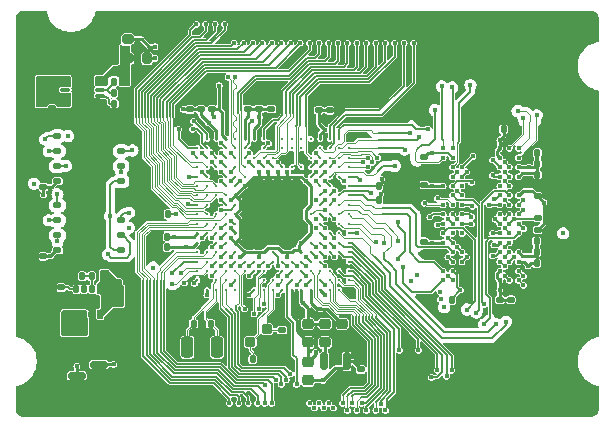
<source format=gbr>
%TF.GenerationSoftware,KiCad,Pcbnew,8.0.3*%
%TF.CreationDate,2024-07-19T10:15:31+08:00*%
%TF.ProjectId,h750xb_core,68373530-7862-45f6-936f-72652e6b6963,rev?*%
%TF.SameCoordinates,Original*%
%TF.FileFunction,Copper,L1,Top*%
%TF.FilePolarity,Positive*%
%FSLAX46Y46*%
G04 Gerber Fmt 4.6, Leading zero omitted, Abs format (unit mm)*
G04 Created by KiCad (PCBNEW 8.0.3) date 2024-07-19 10:15:31*
%MOMM*%
%LPD*%
G01*
G04 APERTURE LIST*
G04 Aperture macros list*
%AMRoundRect*
0 Rectangle with rounded corners*
0 $1 Rounding radius*
0 $2 $3 $4 $5 $6 $7 $8 $9 X,Y pos of 4 corners*
0 Add a 4 corners polygon primitive as box body*
4,1,4,$2,$3,$4,$5,$6,$7,$8,$9,$2,$3,0*
0 Add four circle primitives for the rounded corners*
1,1,$1+$1,$2,$3*
1,1,$1+$1,$4,$5*
1,1,$1+$1,$6,$7*
1,1,$1+$1,$8,$9*
0 Add four rect primitives between the rounded corners*
20,1,$1+$1,$2,$3,$4,$5,0*
20,1,$1+$1,$4,$5,$6,$7,0*
20,1,$1+$1,$6,$7,$8,$9,0*
20,1,$1+$1,$8,$9,$2,$3,0*%
G04 Aperture macros list end*
%TA.AperFunction,SMDPad,CuDef*%
%ADD10RoundRect,0.200000X0.250000X0.200000X-0.250000X0.200000X-0.250000X-0.200000X0.250000X-0.200000X0*%
%TD*%
%TA.AperFunction,SMDPad,CuDef*%
%ADD11RoundRect,0.140000X0.170000X-0.140000X0.170000X0.140000X-0.170000X0.140000X-0.170000X-0.140000X0*%
%TD*%
%TA.AperFunction,SMDPad,CuDef*%
%ADD12RoundRect,0.200000X0.275000X-0.200000X0.275000X0.200000X-0.275000X0.200000X-0.275000X-0.200000X0*%
%TD*%
%TA.AperFunction,SMDPad,CuDef*%
%ADD13RoundRect,0.135000X-0.135000X-0.185000X0.135000X-0.185000X0.135000X0.185000X-0.135000X0.185000X0*%
%TD*%
%TA.AperFunction,SMDPad,CuDef*%
%ADD14RoundRect,0.225000X-0.250000X0.225000X-0.250000X-0.225000X0.250000X-0.225000X0.250000X0.225000X0*%
%TD*%
%TA.AperFunction,SMDPad,CuDef*%
%ADD15RoundRect,0.135000X0.185000X-0.135000X0.185000X0.135000X-0.185000X0.135000X-0.185000X-0.135000X0*%
%TD*%
%TA.AperFunction,SMDPad,CuDef*%
%ADD16RoundRect,0.150000X-0.587500X-0.150000X0.587500X-0.150000X0.587500X0.150000X-0.587500X0.150000X0*%
%TD*%
%TA.AperFunction,SMDPad,CuDef*%
%ADD17RoundRect,0.140000X0.140000X0.170000X-0.140000X0.170000X-0.140000X-0.170000X0.140000X-0.170000X0*%
%TD*%
%TA.AperFunction,SMDPad,CuDef*%
%ADD18RoundRect,0.140000X-0.140000X-0.170000X0.140000X-0.170000X0.140000X0.170000X-0.140000X0.170000X0*%
%TD*%
%TA.AperFunction,SMDPad,CuDef*%
%ADD19RoundRect,0.125000X0.250000X0.125000X-0.250000X0.125000X-0.250000X-0.125000X0.250000X-0.125000X0*%
%TD*%
%TA.AperFunction,HeatsinkPad*%
%ADD20R,2.500000X3.500000*%
%TD*%
%TA.AperFunction,SMDPad,CuDef*%
%ADD21RoundRect,0.218750X-0.256250X0.218750X-0.256250X-0.218750X0.256250X-0.218750X0.256250X0.218750X0*%
%TD*%
%TA.AperFunction,SMDPad,CuDef*%
%ADD22RoundRect,0.150000X-0.150000X0.587500X-0.150000X-0.587500X0.150000X-0.587500X0.150000X0.587500X0*%
%TD*%
%TA.AperFunction,SMDPad,CuDef*%
%ADD23RoundRect,0.125000X0.125000X-0.187500X0.125000X0.187500X-0.125000X0.187500X-0.125000X-0.187500X0*%
%TD*%
%TA.AperFunction,HeatsinkPad*%
%ADD24C,0.500000*%
%TD*%
%TA.AperFunction,HeatsinkPad*%
%ADD25R,1.900000X1.100000*%
%TD*%
%TA.AperFunction,SMDPad,CuDef*%
%ADD26RoundRect,0.135000X0.135000X0.185000X-0.135000X0.185000X-0.135000X-0.185000X0.135000X-0.185000X0*%
%TD*%
%TA.AperFunction,SMDPad,CuDef*%
%ADD27RoundRect,0.250000X-0.250000X-0.650000X0.250000X-0.650000X0.250000X0.650000X-0.250000X0.650000X0*%
%TD*%
%TA.AperFunction,BGAPad,CuDef*%
%ADD28C,0.400000*%
%TD*%
%TA.AperFunction,SMDPad,CuDef*%
%ADD29RoundRect,0.070000X-0.355000X-0.070000X0.355000X-0.070000X0.355000X0.070000X-0.355000X0.070000X0*%
%TD*%
%TA.AperFunction,ComponentPad*%
%ADD30C,0.600000*%
%TD*%
%TA.AperFunction,SMDPad,CuDef*%
%ADD31R,0.280000X0.700000*%
%TD*%
%TA.AperFunction,SMDPad,CuDef*%
%ADD32R,1.650000X2.400000*%
%TD*%
%TA.AperFunction,SMDPad,CuDef*%
%ADD33RoundRect,0.218750X0.256250X-0.218750X0.256250X0.218750X-0.256250X0.218750X-0.256250X-0.218750X0*%
%TD*%
%TA.AperFunction,SMDPad,CuDef*%
%ADD34RoundRect,0.140000X-0.170000X0.140000X-0.170000X-0.140000X0.170000X-0.140000X0.170000X0.140000X0*%
%TD*%
%TA.AperFunction,SMDPad,CuDef*%
%ADD35RoundRect,0.225000X-0.225000X-0.250000X0.225000X-0.250000X0.225000X0.250000X-0.225000X0.250000X0*%
%TD*%
%TA.AperFunction,SMDPad,CuDef*%
%ADD36RoundRect,0.200000X-0.200000X-0.275000X0.200000X-0.275000X0.200000X0.275000X-0.200000X0.275000X0*%
%TD*%
%TA.AperFunction,BGAPad,CuDef*%
%ADD37C,0.325000*%
%TD*%
%TA.AperFunction,ViaPad*%
%ADD38C,0.400000*%
%TD*%
%TA.AperFunction,Conductor*%
%ADD39C,0.254000*%
%TD*%
%TA.AperFunction,Conductor*%
%ADD40C,0.156464*%
%TD*%
%TA.AperFunction,Conductor*%
%ADD41C,0.142494*%
%TD*%
%TA.AperFunction,Conductor*%
%ADD42C,0.152400*%
%TD*%
%TA.AperFunction,Conductor*%
%ADD43C,0.088900*%
%TD*%
%TA.AperFunction,Conductor*%
%ADD44C,0.101600*%
%TD*%
%TA.AperFunction,Conductor*%
%ADD45C,0.111760*%
%TD*%
G04 APERTURE END LIST*
D10*
%TO.P,Y1,1,1*%
%TO.N,Net-(U1-PH1)*%
X36833647Y-103969067D03*
%TO.P,Y1,2,2*%
%TO.N,GND*%
X35433647Y-103969067D03*
%TO.P,Y1,3,3*%
%TO.N,Net-(U1-PH0)*%
X35433647Y-105069067D03*
%TO.P,Y1,4,4*%
%TO.N,GND*%
X36833647Y-105069067D03*
%TD*%
D11*
%TO.P,C38,1*%
%TO.N,+3V3*%
X17742800Y-82967200D03*
%TO.P,C38,2*%
%TO.N,GND*%
X17742800Y-82007200D03*
%TD*%
D12*
%TO.P,R11,1*%
%TO.N,+1V8*%
X25070400Y-81048000D03*
%TO.P,R11,2*%
%TO.N,/mcu/VCAP*%
X25070400Y-79398000D03*
%TD*%
D11*
%TO.P,C64,1*%
%TO.N,+3V3*%
X17920399Y-91927798D03*
%TO.P,C64,2*%
%TO.N,GND*%
X17920399Y-90967798D03*
%TD*%
D13*
%TO.P,R10,1*%
%TO.N,GND*%
X20196800Y-99488300D03*
%TO.P,R10,2*%
%TO.N,Net-(U3-FB)*%
X21216800Y-99488300D03*
%TD*%
D14*
%TO.P,C45,1*%
%TO.N,+3V3*%
X24212000Y-101621900D03*
%TO.P,C45,2*%
%TO.N,GND*%
X24212000Y-103171900D03*
%TD*%
D15*
%TO.P,R5,1*%
%TO.N,+3V3*%
X59770400Y-95557999D03*
%TO.P,R5,2*%
%TO.N,/mcu/SDRAM_CS#*%
X59770400Y-94538001D03*
%TD*%
D16*
%TO.P,D3,1*%
%TO.N,GND*%
X20761100Y-106023400D03*
%TO.P,D3,2*%
%TO.N,+3V3*%
X20761100Y-107923400D03*
%TO.P,D3,3*%
%TO.N,/mcu/VBAT*%
X22636100Y-106973400D03*
%TD*%
D11*
%TO.P,C34,1*%
%TO.N,/mcu/VDDLDO*%
X30328778Y-85363600D03*
%TO.P,C34,2*%
%TO.N,GND*%
X30328778Y-84403600D03*
%TD*%
D17*
%TO.P,C49,1*%
%TO.N,GND*%
X60650400Y-96529003D03*
%TO.P,C49,2*%
%TO.N,+3V3*%
X59690400Y-96529003D03*
%TD*%
D11*
%TO.P,C2,1*%
%TO.N,+3V3*%
X42170401Y-85430499D03*
%TO.P,C2,2*%
%TO.N,GND*%
X42170401Y-84470499D03*
%TD*%
%TO.P,C61,1*%
%TO.N,/mcu/VDDLDO*%
X31249590Y-85363599D03*
%TO.P,C61,2*%
%TO.N,GND*%
X31249590Y-84403599D03*
%TD*%
D18*
%TO.P,C66,1*%
%TO.N,Net-(U1-PC15)*%
X32090401Y-103495341D03*
%TO.P,C66,2*%
%TO.N,GND*%
X33050401Y-103495341D03*
%TD*%
D19*
%TO.P,U7,1,~{CS}*%
%TO.N,/mcu/QSPI_CS*%
X24520400Y-97302997D03*
%TO.P,U7,2,DO(IO1)*%
%TO.N,/mcu/QSPI1_IO1*%
X24520400Y-96032997D03*
%TO.P,U7,3,IO2*%
%TO.N,/mcu/QSPI1_IO2*%
X24520400Y-94762997D03*
%TO.P,U7,4,GND*%
%TO.N,GND*%
X24520400Y-93492997D03*
%TO.P,U7,5,DI(IO0)*%
%TO.N,/mcu/QSPI1_IO0*%
X19120400Y-93492997D03*
%TO.P,U7,6,CLK*%
%TO.N,/mcu/QSPI_CLK*%
X19120400Y-94762997D03*
%TO.P,U7,7,IO3*%
%TO.N,/mcu/QSPI1_IO3*%
X19120400Y-96032997D03*
%TO.P,U7,8,VCC*%
%TO.N,+3V3*%
X19120400Y-97302997D03*
D20*
%TO.P,U7,9,EP*%
%TO.N,GND*%
X21820400Y-95397997D03*
%TD*%
D11*
%TO.P,C27,1*%
%TO.N,+3V3*%
X35210449Y-85327623D03*
%TO.P,C27,2*%
%TO.N,GND*%
X35210449Y-84367623D03*
%TD*%
D21*
%TO.P,FB2,1*%
%TO.N,Net-(U1-VREF-)*%
X43235455Y-103514670D03*
%TO.P,FB2,2*%
%TO.N,GND*%
X43235455Y-105089672D03*
%TD*%
D22*
%TO.P,U4,1,IN*%
%TO.N,+3V3*%
X43617700Y-106696300D03*
%TO.P,U4,2,OUT*%
%TO.N,+2V048*%
X41717700Y-106696300D03*
%TO.P,U4,3,GND*%
%TO.N,GND*%
X42667700Y-108571300D03*
%TD*%
D17*
%TO.P,C52,1*%
%TO.N,GND*%
X60700400Y-89033494D03*
%TO.P,C52,2*%
%TO.N,+3V3*%
X59740400Y-89033494D03*
%TD*%
D18*
%TO.P,C67,1*%
%TO.N,Net-(U1-PH0)*%
X35653647Y-106519068D03*
%TO.P,C67,2*%
%TO.N,GND*%
X36613647Y-106519068D03*
%TD*%
D23*
%TO.P,U3,1,EN*%
%TO.N,VBUS*%
X20728800Y-102723000D03*
%TO.P,U3,2,VIN*%
X21378800Y-102723000D03*
%TO.P,U3,3,GND*%
%TO.N,GND*%
X22028800Y-102723000D03*
%TO.P,U3,4,VOUT*%
%TO.N,+3V3*%
X22678800Y-102723000D03*
%TO.P,U3,5,VOUT*%
X22678800Y-100598000D03*
%TO.P,U3,6,FB*%
%TO.N,Net-(U3-FB)*%
X22028800Y-100598000D03*
%TO.P,U3,7,PG*%
%TO.N,unconnected-(U3-PG-Pad7)*%
X21378800Y-100598000D03*
%TO.P,U3,8,SS/TR*%
%TO.N,Net-(U3-SS{slash}TR)*%
X20728800Y-100598000D03*
D24*
%TO.P,U3,9,GND*%
%TO.N,GND*%
X20953800Y-101660500D03*
X21703800Y-101660500D03*
D25*
X21703800Y-101660500D03*
D24*
X22453800Y-101660500D03*
%TD*%
D26*
%TO.P,R8,1*%
%TO.N,GND*%
X24907600Y-83960400D03*
%TO.P,R8,2*%
%TO.N,Net-(U2-FB)*%
X23887600Y-83960400D03*
%TD*%
D17*
%TO.P,C59,1*%
%TO.N,GND*%
X53450400Y-101512127D03*
%TO.P,C59,2*%
%TO.N,+3V3*%
X52490400Y-101512127D03*
%TD*%
D27*
%TO.P,Y2,1,1*%
%TO.N,Net-(U1-PC15)*%
X32620399Y-105502498D03*
%TO.P,Y2,2,2*%
%TO.N,Net-(U1-PC14)*%
X30120401Y-105502498D03*
%TD*%
D28*
%TO.P,U9,A1,DQ26*%
%TO.N,/mcu/SDRAM_D27*%
X51770400Y-88648000D03*
%TO.P,U9,A2,DQ24*%
%TO.N,/mcu/SDRAM_D24*%
X52570400Y-88648000D03*
%TO.P,U9,A3,VSS*%
%TO.N,GND*%
X53370400Y-88648000D03*
%TO.P,U9,A7,VDD*%
%TO.N,+3V3*%
X56570400Y-88648000D03*
%TO.P,U9,A8,DQ23*%
%TO.N,/mcu/SDRAM_D21*%
X57370400Y-88648000D03*
%TO.P,U9,A9,DQ21*%
%TO.N,/mcu/SDRAM_D23*%
X58170400Y-88648000D03*
%TO.P,U9,B1,DQ28*%
%TO.N,/mcu/SDRAM_D25*%
X51770400Y-89448000D03*
%TO.P,U9,B2,VDDQ*%
%TO.N,+3V3*%
X52570400Y-89448000D03*
%TO.P,U9,B3,VSSQ*%
%TO.N,GND*%
X53370400Y-89448000D03*
%TO.P,U9,B7,VDDQ*%
%TO.N,+3V3*%
X56570400Y-89448000D03*
%TO.P,U9,B8,VSSQ*%
%TO.N,GND*%
X57370400Y-89448000D03*
%TO.P,U9,B9,DQ19*%
%TO.N,/mcu/SDRAM_D22*%
X58170400Y-89448000D03*
%TO.P,U9,C1,VSSQ*%
%TO.N,GND*%
X51770400Y-90248000D03*
%TO.P,U9,C2,DQ27*%
%TO.N,/mcu/SDRAM_D26*%
X52570400Y-90248000D03*
%TO.P,U9,C3,DQ25*%
%TO.N,/mcu/SDRAM_D29*%
X53370400Y-90248000D03*
%TO.P,U9,C7,DQ22*%
%TO.N,/mcu/SDRAM_D20*%
X56570400Y-90248000D03*
%TO.P,U9,C8,DQ20*%
%TO.N,/mcu/SDRAM_D19*%
X57370400Y-90248000D03*
%TO.P,U9,C9,VDDQ*%
%TO.N,+3V3*%
X58170400Y-90248000D03*
%TO.P,U9,D1,VSSQ*%
%TO.N,GND*%
X51770400Y-91048000D03*
%TO.P,U9,D2,DQ29*%
%TO.N,/mcu/SDRAM_D31*%
X52570400Y-91048000D03*
%TO.P,U9,D3,DQ30*%
%TO.N,/mcu/SDRAM_D30*%
X53370400Y-91048000D03*
%TO.P,U9,D7,DQ17*%
%TO.N,/mcu/SDRAM_D17*%
X56570400Y-91048000D03*
%TO.P,U9,D8,DQ18*%
%TO.N,/mcu/SDRAM_D18*%
X57370400Y-91048000D03*
%TO.P,U9,D9,VDDQ*%
%TO.N,+3V3*%
X58170400Y-91048000D03*
%TO.P,U9,E1,VDDQ*%
X51770400Y-91848000D03*
%TO.P,U9,E2,DQ31*%
%TO.N,/mcu/SDRAM_D28*%
X52570400Y-91848000D03*
%TO.P,U9,E3,NC*%
%TO.N,unconnected-(U9A-NC-PadE3)*%
X53370400Y-91848000D03*
%TO.P,U9,E7,NC*%
%TO.N,unconnected-(U9A-NC-PadE7)*%
X56570400Y-91848000D03*
%TO.P,U9,E8,DQ16*%
%TO.N,/mcu/SDRAM_D16*%
X57370400Y-91848000D03*
%TO.P,U9,E9,VSSQ*%
%TO.N,GND*%
X58170400Y-91848000D03*
%TO.P,U9,F1,VSS*%
X51770400Y-92648000D03*
%TO.P,U9,F2,DQM3*%
%TO.N,/mcu/SDRAM_DQM3*%
X52570400Y-92648000D03*
%TO.P,U9,F3,A3*%
%TO.N,/mcu/SDRAM_A3*%
X53370400Y-92648000D03*
%TO.P,U9,F7,A2*%
%TO.N,/mcu/SDRAM_A2*%
X56570400Y-92648000D03*
%TO.P,U9,F8,DQM2*%
%TO.N,/mcu/SDRAM_DQM2*%
X57370400Y-92648000D03*
%TO.P,U9,F9,VDD*%
%TO.N,+3V3*%
X58170400Y-92648000D03*
%TO.P,U9,G1,A4*%
%TO.N,/mcu/SDRAM_A4*%
X51770400Y-93448000D03*
%TO.P,U9,G2,A5*%
%TO.N,/mcu/SDRAM_A5*%
X52570400Y-93448000D03*
%TO.P,U9,G3,A6*%
%TO.N,/mcu/SDRAM_A6*%
X53370400Y-93448000D03*
%TO.P,U9,G7,A10*%
%TO.N,/mcu/SDRAM_A10*%
X56570400Y-93448000D03*
%TO.P,U9,G8,A0*%
%TO.N,/mcu/SDRAM_A0*%
X57370400Y-93448000D03*
%TO.P,U9,G9,A1*%
%TO.N,/mcu/SDRAM_A1*%
X58170400Y-93448000D03*
%TO.P,U9,H1,A7*%
%TO.N,/mcu/SDRAM_A7*%
X51770400Y-94248000D03*
%TO.P,U9,H2,A8*%
%TO.N,/mcu/SDRAM_A8*%
X52570400Y-94248000D03*
%TO.P,U9,H3,A12*%
%TO.N,/mcu/SDRAM_A12*%
X53370400Y-94248000D03*
%TO.P,U9,H7,NC*%
%TO.N,unconnected-(U9A-NC-PadH7)*%
X56570400Y-94248000D03*
%TO.P,U9,H8,BA1*%
%TO.N,/mcu/SDRAM_BA1*%
X57370400Y-94248000D03*
%TO.P,U9,H9,A11*%
%TO.N,/mcu/SDRAM_A11*%
X58170400Y-94248000D03*
%TO.P,U9,J1,CLK*%
%TO.N,/mcu/SDRAM_CLK*%
X51770400Y-95048000D03*
%TO.P,U9,J2,CKE*%
%TO.N,/mcu/SDRAM_CKE*%
X52570400Y-95048000D03*
%TO.P,U9,J3,A9*%
%TO.N,/mcu/SDRAM_A9*%
X53370400Y-95048000D03*
%TO.P,U9,J7,BA0*%
%TO.N,/mcu/SDRAM_BA0*%
X56570400Y-95048000D03*
%TO.P,U9,J8,CS#*%
%TO.N,/mcu/SDRAM_CS#*%
X57370400Y-95048000D03*
%TO.P,U9,J9,RAS#*%
%TO.N,/mcu/SDRAM_RAS*%
X58170400Y-95048000D03*
%TO.P,U9,K1,DQM1*%
%TO.N,/mcu/SDRAM_DQM1*%
X51770400Y-95848000D03*
%TO.P,U9,K2,NC*%
%TO.N,unconnected-(U9A-NC-PadK2)*%
X52570400Y-95848000D03*
%TO.P,U9,K3,NC*%
%TO.N,unconnected-(U9A-NC-PadK3)*%
X53370400Y-95848000D03*
%TO.P,U9,K7,CAS#*%
%TO.N,/mcu/SDRAM_CAS*%
X56570400Y-95848000D03*
%TO.P,U9,K8,WE#*%
%TO.N,/mcu/SDRAM_WE*%
X57370400Y-95848000D03*
%TO.P,U9,K9,DQM0*%
%TO.N,/mcu/SDRAM_DQM0*%
X58170400Y-95848000D03*
%TO.P,U9,L1,VDDQ*%
%TO.N,+3V3*%
X51770400Y-96648000D03*
%TO.P,U9,L2,DQ8*%
%TO.N,/mcu/SDRAM_D12*%
X52570400Y-96648000D03*
%TO.P,U9,L3,VSS*%
%TO.N,GND*%
X53370400Y-96648000D03*
%TO.P,U9,L7,VDD*%
%TO.N,+3V3*%
X56570400Y-96648000D03*
%TO.P,U9,L8,DQ7*%
%TO.N,/mcu/SDRAM_D7*%
X57370400Y-96648000D03*
%TO.P,U9,L9,VSSQ*%
%TO.N,GND*%
X58170400Y-96648000D03*
%TO.P,U9,M1,VSSQ*%
X51770400Y-97448000D03*
%TO.P,U9,M2,DQ10*%
%TO.N,/mcu/SDRAM_D10*%
X52570400Y-97448000D03*
%TO.P,U9,M3,DQ9*%
%TO.N,/mcu/SDRAM_D9*%
X53370400Y-97448000D03*
%TO.P,U9,M7,DQ6*%
%TO.N,/mcu/SDRAM_D6*%
X56570400Y-97448000D03*
%TO.P,U9,M8,DQ5*%
%TO.N,/mcu/SDRAM_D5*%
X57370400Y-97448000D03*
%TO.P,U9,M9,VDDQ*%
%TO.N,+3V3*%
X58170400Y-97448000D03*
%TO.P,U9,N1,VSSQ*%
%TO.N,GND*%
X51770400Y-98248000D03*
%TO.P,U9,N2,DQ12*%
%TO.N,/mcu/SDRAM_D8*%
X52570400Y-98248000D03*
%TO.P,U9,N3,DQ14*%
%TO.N,/mcu/SDRAM_D14*%
X53370400Y-98248000D03*
%TO.P,U9,N7,DQ1*%
%TO.N,/mcu/SDRAM_D1*%
X56570400Y-98248000D03*
%TO.P,U9,N8,DQ3*%
%TO.N,/mcu/SDRAM_D3*%
X57370400Y-98248000D03*
%TO.P,U9,N9,VDDQ*%
%TO.N,+3V3*%
X58170400Y-98248000D03*
%TO.P,U9,P1,DQ11*%
%TO.N,/mcu/SDRAM_D11*%
X51770400Y-99048000D03*
%TO.P,U9,P2,VDDQ*%
%TO.N,+3V3*%
X52570400Y-99048000D03*
%TO.P,U9,P3,VSSQ*%
%TO.N,GND*%
X53370400Y-99048000D03*
%TO.P,U9,P7,VDDQ*%
%TO.N,+3V3*%
X56570400Y-99048000D03*
%TO.P,U9,P8,VSSQ*%
%TO.N,GND*%
X57370400Y-99048000D03*
%TO.P,U9,P9,DQ4*%
%TO.N,/mcu/SDRAM_D4*%
X58170400Y-99048000D03*
%TO.P,U9,R1,DQ13*%
%TO.N,/mcu/SDRAM_D13*%
X51770400Y-99848000D03*
%TO.P,U9,R2,DQ15*%
%TO.N,/mcu/SDRAM_D15*%
X52570400Y-99848000D03*
%TO.P,U9,R3,VSS*%
%TO.N,GND*%
X53370400Y-99848000D03*
%TO.P,U9,R7,VDD*%
%TO.N,+3V3*%
X56570400Y-99848000D03*
%TO.P,U9,R8,DQ0*%
%TO.N,/mcu/SDRAM_D0*%
X57370400Y-99848000D03*
%TO.P,U9,R9,DQ2*%
%TO.N,/mcu/SDRAM_D2*%
X58170400Y-99848000D03*
%TD*%
D11*
%TO.P,C51,1*%
%TO.N,GND*%
X50170400Y-90328000D03*
%TO.P,C51,2*%
%TO.N,+3V3*%
X50170400Y-89368000D03*
%TD*%
%TO.P,C57,1*%
%TO.N,GND*%
X50170400Y-97528000D03*
%TO.P,C57,2*%
%TO.N,+3V3*%
X50170400Y-96568000D03*
%TD*%
%TO.P,C62,1*%
%TO.N,/mcu/VCAP*%
X32170400Y-85363599D03*
%TO.P,C62,2*%
%TO.N,GND*%
X32170400Y-84403599D03*
%TD*%
%TO.P,C63,1*%
%TO.N,+3V3*%
X17920400Y-97792997D03*
%TO.P,C63,2*%
%TO.N,GND*%
X17920400Y-96832997D03*
%TD*%
D13*
%TO.P,R9,1*%
%TO.N,Net-(U3-FB)*%
X22025600Y-99488300D03*
%TO.P,R9,2*%
%TO.N,+3V3*%
X23045600Y-99488300D03*
%TD*%
D29*
%TO.P,U2,1,IN*%
%TO.N,+3V3*%
X19794400Y-82707000D03*
%TO.P,U2,2,IN*%
X19794400Y-83207000D03*
%TO.P,U2,3,PG*%
%TO.N,unconnected-(U2-PG-Pad3)*%
X19794400Y-83707000D03*
%TO.P,U2,4,BIAS*%
%TO.N,+3V3*%
X19794400Y-84207000D03*
%TO.P,U2,5,EN*%
X19794400Y-84707000D03*
%TO.P,U2,6,GND*%
%TO.N,GND*%
X22744400Y-84707000D03*
%TO.P,U2,7,SS*%
%TO.N,Net-(U2-SS)*%
X22744400Y-84207000D03*
%TO.P,U2,8,FB*%
%TO.N,Net-(U2-FB)*%
X22744400Y-83707000D03*
%TO.P,U2,9,OUT*%
%TO.N,+1V8*%
X22744400Y-83207000D03*
%TO.P,U2,10,OUT*%
X22744400Y-82707000D03*
D30*
%TO.P,U2,11,GND*%
%TO.N,GND*%
X20789400Y-82847000D03*
X20789400Y-84567000D03*
D31*
X21019400Y-82157000D03*
X21019400Y-85257000D03*
D30*
X21269400Y-83707000D03*
D32*
X21269400Y-83707000D03*
D31*
X21519400Y-82157000D03*
X21519400Y-85257000D03*
D30*
X21749400Y-82847000D03*
X21749400Y-84567000D03*
%TD*%
D17*
%TO.P,C32,1*%
%TO.N,/mcu/VDDLDO*%
X28434800Y-97048000D03*
%TO.P,C32,2*%
%TO.N,GND*%
X27474800Y-97048000D03*
%TD*%
D21*
%TO.P,FBopt2,1*%
%TO.N,Net-(U1-VREF+)*%
X41770400Y-103514670D03*
%TO.P,FBopt2,2*%
%TO.N,+2V048*%
X41770400Y-105089672D03*
%TD*%
D33*
%TO.P,FB4,1*%
%TO.N,+3V3*%
X40310342Y-108317700D03*
%TO.P,FB4,2*%
%TO.N,/mcu/VDDA*%
X40310342Y-106742700D03*
%TD*%
D11*
%TO.P,C41,1*%
%TO.N,GND*%
X18657200Y-85304000D03*
%TO.P,C41,2*%
%TO.N,+3V3*%
X18657200Y-84344000D03*
%TD*%
%TO.P,C39,1*%
%TO.N,+3V3*%
X18657200Y-82967200D03*
%TO.P,C39,2*%
%TO.N,GND*%
X18657200Y-82007200D03*
%TD*%
%TO.P,C16,1*%
%TO.N,+3V3*%
X41256600Y-85430500D03*
%TO.P,C16,2*%
%TO.N,GND*%
X41256600Y-84470500D03*
%TD*%
D17*
%TO.P,C31,1*%
%TO.N,/mcu/VCAP*%
X28434800Y-96133599D03*
%TO.P,C31,2*%
%TO.N,GND*%
X27474800Y-96133599D03*
%TD*%
D34*
%TO.P,C44,1*%
%TO.N,Net-(U3-SS{slash}TR)*%
X19436800Y-100430700D03*
%TO.P,C44,2*%
%TO.N,GND*%
X19436800Y-101390700D03*
%TD*%
D35*
%TO.P,C43,1*%
%TO.N,VBUS*%
X21201800Y-104060300D03*
%TO.P,C43,2*%
%TO.N,GND*%
X22751800Y-104060300D03*
%TD*%
D11*
%TO.P,C68,1*%
%TO.N,GND*%
X38133648Y-104999068D03*
%TO.P,C68,2*%
%TO.N,Net-(U1-PH1)*%
X38133648Y-104039068D03*
%TD*%
D18*
%TO.P,C33,1*%
%TO.N,/mcu/VDDLDO*%
X46305601Y-91848000D03*
%TO.P,C33,2*%
%TO.N,GND*%
X47265601Y-91848000D03*
%TD*%
D11*
%TO.P,C55,1*%
%TO.N,GND*%
X50170400Y-92728000D03*
%TO.P,C55,2*%
%TO.N,+3V3*%
X50170400Y-91768000D03*
%TD*%
D17*
%TO.P,C53,1*%
%TO.N,GND*%
X60700399Y-90877288D03*
%TO.P,C53,2*%
%TO.N,+3V3*%
X59740399Y-90877288D03*
%TD*%
D34*
%TO.P,C42,1*%
%TO.N,GND*%
X23940400Y-81194400D03*
%TO.P,C42,2*%
%TO.N,+1V8*%
X23940400Y-82154400D03*
%TD*%
%TO.P,C48,1*%
%TO.N,GND*%
X59770400Y-91768000D03*
%TO.P,C48,2*%
%TO.N,+3V3*%
X59770400Y-92728000D03*
%TD*%
D19*
%TO.P,U8,1,~{CS}*%
%TO.N,/mcu/QSPI_CS*%
X24520400Y-91437798D03*
%TO.P,U8,2,DO(IO1)*%
%TO.N,/mcu/QSPI2_IO1*%
X24520400Y-90167798D03*
%TO.P,U8,3,IO2*%
%TO.N,/mcu/QSPI2_IO2*%
X24520400Y-88897798D03*
%TO.P,U8,4,GND*%
%TO.N,GND*%
X24520400Y-87627798D03*
%TO.P,U8,5,DI(IO0)*%
%TO.N,/mcu/QSPI2_IO0*%
X19120400Y-87627798D03*
%TO.P,U8,6,CLK*%
%TO.N,/mcu/QSPI_CLK*%
X19120400Y-88897798D03*
%TO.P,U8,7,IO3*%
%TO.N,/mcu/QSPI2_IO3*%
X19120400Y-90167798D03*
%TO.P,U8,8,VCC*%
%TO.N,+3V3*%
X19120400Y-91437798D03*
D20*
%TO.P,U8,9,EP*%
%TO.N,GND*%
X21820400Y-89532798D03*
%TD*%
D11*
%TO.P,C29,1*%
%TO.N,+3V3*%
X37210449Y-85327624D03*
%TO.P,C29,2*%
%TO.N,GND*%
X37210449Y-84367624D03*
%TD*%
D13*
%TO.P,R7,1*%
%TO.N,Net-(U2-FB)*%
X23887600Y-83046000D03*
%TO.P,R7,2*%
%TO.N,+1V8*%
X24907600Y-83046000D03*
%TD*%
D17*
%TO.P,C65,1*%
%TO.N,Net-(U1-PC14)*%
X30650400Y-103495340D03*
%TO.P,C65,2*%
%TO.N,GND*%
X29690400Y-103495340D03*
%TD*%
D11*
%TO.P,C50,1*%
%TO.N,GND*%
X56587902Y-102442127D03*
%TO.P,C50,2*%
%TO.N,+3V3*%
X56587902Y-101482127D03*
%TD*%
D17*
%TO.P,C54,1*%
%TO.N,GND*%
X60700400Y-89954273D03*
%TO.P,C54,2*%
%TO.N,+3V3*%
X59740400Y-89954273D03*
%TD*%
D18*
%TO.P,C30,1*%
%TO.N,/mcu/VCAP*%
X46305601Y-93048000D03*
%TO.P,C30,2*%
%TO.N,GND*%
X47265601Y-93048000D03*
%TD*%
%TO.P,C40,1*%
%TO.N,Net-(U2-SS)*%
X23917600Y-84874800D03*
%TO.P,C40,2*%
%TO.N,GND*%
X24877600Y-84874800D03*
%TD*%
D17*
%TO.P,C47,1*%
%TO.N,GND*%
X57850401Y-87048000D03*
%TO.P,C47,2*%
%TO.N,+3V3*%
X56890401Y-87048000D03*
%TD*%
D11*
%TO.P,C28,1*%
%TO.N,+3V3*%
X36210449Y-85327624D03*
%TO.P,C28,2*%
%TO.N,GND*%
X36210449Y-84367624D03*
%TD*%
D36*
%TO.P,R4,1*%
%TO.N,+1V8*%
X25045400Y-81048000D03*
%TO.P,R4,2*%
%TO.N,/mcu/VDDLDO*%
X26695400Y-81048000D03*
%TD*%
D34*
%TO.P,C36,1*%
%TO.N,+3V3*%
X44812600Y-107382400D03*
%TO.P,C36,2*%
%TO.N,GND*%
X44812600Y-108342400D03*
%TD*%
D17*
%TO.P,C58,1*%
%TO.N,GND*%
X60650400Y-98370467D03*
%TO.P,C58,2*%
%TO.N,+3V3*%
X59690400Y-98370467D03*
%TD*%
%TO.P,C56,1*%
%TO.N,GND*%
X60650401Y-97448000D03*
%TO.P,C56,2*%
%TO.N,+3V3*%
X59690401Y-97448000D03*
%TD*%
D37*
%TO.P,U1,A1,VSS*%
%TO.N,GND*%
X30970400Y-100648000D03*
%TO.P,U1,A2,FMC_D28*%
%TO.N,/mcu/SDRAM_D28*%
X30970401Y-99848000D03*
%TO.P,U1,A3,FMC_NBL3*%
%TO.N,/mcu/SDRAM_DQM3*%
X30970400Y-99048000D03*
%TO.P,U1,A4,FMC_NBL2*%
%TO.N,/mcu/SDRAM_DQM2*%
X30970400Y-98248001D03*
%TO.P,U1,A5,PB5*%
%TO.N,/PB5*%
X30970400Y-97448000D03*
%TO.P,U1,A6,VDDLDO*%
%TO.N,/mcu/VDDLDO*%
X30970400Y-96648000D03*
%TO.P,U1,A7,VCAP*%
%TO.N,/mcu/VCAP*%
X30970400Y-95848000D03*
%TO.P,U1,A8,PK5*%
%TO.N,/PK5*%
X30970400Y-95048000D03*
%TO.P,U1,A9,PG10*%
%TO.N,/PG10*%
X30970401Y-94248000D03*
%TO.P,U1,A10,QUADSPI_BK2_IO2*%
%TO.N,/mcu/QSPI2_IO2*%
X30970400Y-93448000D03*
%TO.P,U1,A11,PD5*%
%TO.N,/PD5*%
X30970400Y-92648000D03*
%TO.P,U1,A12,PD4*%
%TO.N,/PD4*%
X30970400Y-91848000D03*
%TO.P,U1,A13,QUADSPI_BK1_IO1*%
%TO.N,/mcu/QSPI1_IO1*%
X30970400Y-91048000D03*
%TO.P,U1,A14,PA15*%
%TO.N,/PA15*%
X30970400Y-90247999D03*
%TO.P,U1,A15,FMC_D25*%
%TO.N,/mcu/SDRAM_D25*%
X30970400Y-89448000D03*
%TO.P,U1,A16,FMC_D24*%
%TO.N,/mcu/SDRAM_D24*%
X30970401Y-88648000D03*
%TO.P,U1,A17,VSS*%
%TO.N,GND*%
X30970400Y-87848000D03*
%TO.P,U1,B1,VBAT*%
%TO.N,/mcu/VBAT*%
X31770400Y-100647999D03*
%TO.P,U1,B2,VSS*%
%TO.N,GND*%
X31770400Y-99848000D03*
%TO.P,U1,B3,FMC_D29*%
%TO.N,/mcu/SDRAM_D29*%
X31770400Y-99048001D03*
%TO.P,U1,B4,FMC_NBL1*%
%TO.N,/mcu/SDRAM_DQM1*%
X31770400Y-98248000D03*
%TO.P,U1,B5,PB6*%
%TO.N,/PB6*%
X31770400Y-97448000D03*
%TO.P,U1,B6,VSS*%
%TO.N,GND*%
X31770400Y-96648000D03*
%TO.P,U1,B7,PB4*%
%TO.N,/PB4*%
X31770400Y-95848000D03*
%TO.P,U1,B8,PK4*%
%TO.N,/PK4*%
X31770400Y-95047999D03*
%TO.P,U1,B9,PG11*%
%TO.N,/PG11*%
X31770400Y-94248000D03*
%TO.P,U1,B10,PJ15*%
%TO.N,/PJ15*%
X31770400Y-93448001D03*
%TO.P,U1,B11,PD6*%
%TO.N,/PD6*%
X31770400Y-92648000D03*
%TO.P,U1,B12,PD3*%
%TO.N,/PD3*%
X31770400Y-91848000D03*
%TO.P,U1,B13,QUADSPI_BK2_NCS*%
%TO.N,/mcu/QSPI_CS*%
X31770400Y-91048000D03*
%TO.P,U1,B14,PA14*%
%TO.N,/PA14*%
X31770400Y-90248000D03*
%TO.P,U1,B15,FMC_D26*%
%TO.N,/mcu/SDRAM_D26*%
X31770400Y-89447999D03*
%TO.P,U1,B16,FMC_D23*%
%TO.N,/mcu/SDRAM_D23*%
X31770400Y-88648000D03*
%TO.P,U1,B17,FMC_D22*%
%TO.N,/mcu/SDRAM_D22*%
X31770400Y-87848001D03*
%TO.P,U1,C1,RCC_OSC32_OUT*%
%TO.N,Net-(U1-PC15)*%
X32570400Y-100648000D03*
%TO.P,U1,C2,RCC_OSC32_IN*%
%TO.N,Net-(U1-PC14)*%
X32570399Y-99848000D03*
%TO.P,U1,C3,QUADSPI_BK1_IO2*%
%TO.N,/mcu/QSPI1_IO2*%
X32570400Y-99048000D03*
%TO.P,U1,C4,FMC_NBL0*%
%TO.N,/mcu/SDRAM_DQM0*%
X32570400Y-98248001D03*
%TO.P,U1,C5,PB7*%
%TO.N,/PB7*%
X32570400Y-97448000D03*
%TO.P,U1,C6,PB3*%
%TO.N,/PB3*%
X32570400Y-96648000D03*
%TO.P,U1,C7,PK6*%
%TO.N,/PK6*%
X32570400Y-95848000D03*
%TO.P,U1,C8,PK3*%
%TO.N,/PK3*%
X32570400Y-95048000D03*
%TO.P,U1,C9,PG12*%
%TO.N,/PG12*%
X32570399Y-94248000D03*
%TO.P,U1,C10,VSS*%
%TO.N,GND*%
X32570400Y-93448000D03*
%TO.P,U1,C11,PD7*%
%TO.N,/PD7*%
X32570400Y-92648000D03*
%TO.P,U1,C12,PC12*%
%TO.N,/PC12*%
X32570400Y-91848000D03*
%TO.P,U1,C13,VSS*%
%TO.N,GND*%
X32570400Y-91048000D03*
%TO.P,U1,C14,FMC_D27*%
%TO.N,/mcu/SDRAM_D27*%
X32570400Y-90247999D03*
%TO.P,U1,C15,PA13*%
%TO.N,/PA13*%
X32570400Y-89448000D03*
%TO.P,U1,C16,VSS*%
%TO.N,GND*%
X32570399Y-88648000D03*
%TO.P,U1,C17,VDDLDO*%
%TO.N,/mcu/VDDLDO*%
X32570400Y-87848000D03*
%TO.P,U1,D1,PE5*%
%TO.N,/PE5*%
X33370399Y-100648000D03*
%TO.P,U1,D2,PE4*%
%TO.N,/PE4*%
X33370400Y-99848000D03*
%TO.P,U1,D3,PE3*%
%TO.N,/PE3*%
X33370399Y-99048000D03*
%TO.P,U1,D4,PB9*%
%TO.N,/PB9*%
X33370400Y-98248000D03*
%TO.P,U1,D5,PB8*%
%TO.N,/PB8*%
X33370400Y-97448000D03*
%TO.P,U1,D6,FMC_SDNCAS*%
%TO.N,/mcu/SDRAM_CAS*%
X33370400Y-96648000D03*
%TO.P,U1,D7,PK7*%
%TO.N,/PK7*%
X33370400Y-95848000D03*
%TO.P,U1,D8,QUADSPI_BK2_IO3*%
%TO.N,/mcu/QSPI2_IO3*%
X33370399Y-95048000D03*
%TO.P,U1,D9,PG13*%
%TO.N,/PG13*%
X33370400Y-94248000D03*
%TO.P,U1,D10,PJ14*%
%TO.N,/PJ14*%
X33370399Y-93448000D03*
%TO.P,U1,D11,PJ12*%
%TO.N,/PJ12*%
X33370400Y-92648000D03*
%TO.P,U1,D12,PD2*%
%TO.N,/PD2*%
X33370400Y-91848000D03*
%TO.P,U1,D13,FMC_D2*%
%TO.N,/mcu/SDRAM_D2*%
X33370400Y-91048000D03*
%TO.P,U1,D14,PA10*%
%TO.N,/PA10*%
X33370400Y-90248000D03*
%TO.P,U1,D15,PA9*%
%TO.N,/PA9*%
X33370399Y-89448000D03*
%TO.P,U1,D16,FMC_D21*%
%TO.N,/mcu/SDRAM_D21*%
X33370400Y-88648000D03*
%TO.P,U1,D17,VCAP*%
%TO.N,/mcu/VCAP*%
X33370399Y-87848000D03*
%TO.P,U1,E1,NC*%
%TO.N,unconnected-(U1-NC-PadE1)*%
X34170400Y-100648000D03*
%TO.P,U1,E2,FMC_D30*%
%TO.N,/mcu/SDRAM_D30*%
X34170400Y-99848000D03*
%TO.P,U1,E3,PC13*%
%TO.N,/PC13*%
X34170400Y-99048000D03*
%TO.P,U1,E4,PI8*%
%TO.N,/PI8*%
X34170400Y-98248000D03*
%TO.P,U1,E5,PE6*%
%TO.N,/PE6*%
X34170400Y-97448000D03*
%TO.P,U1,E6,VDD*%
%TO.N,+3V3*%
X34170400Y-96648000D03*
%TO.P,U1,E7,PDR_ON*%
%TO.N,Net-(U1-PDR_ON)*%
X34170400Y-95848000D03*
%TO.P,U1,E8,BOOT0*%
%TO.N,/BOOT0*%
X34170400Y-95048000D03*
%TO.P,U1,E9,VDD*%
%TO.N,+3V3*%
X34170400Y-94248000D03*
%TO.P,U1,E10,PJ13*%
%TO.N,/PJ13*%
X34170400Y-93448000D03*
%TO.P,U1,E11,VDD*%
%TO.N,+3V3*%
X34170400Y-92648000D03*
%TO.P,U1,E12,FMC_D3*%
%TO.N,/mcu/SDRAM_D3*%
X34170400Y-91848000D03*
%TO.P,U1,E13,PC8*%
%TO.N,/PC8*%
X34170400Y-91048000D03*
%TO.P,U1,E14,QUADSPI_BK1_IO0*%
%TO.N,/mcu/QSPI1_IO0*%
X34170400Y-90248000D03*
%TO.P,U1,E15,PA8*%
%TO.N,/PA8*%
X34170400Y-89448000D03*
%TO.P,U1,E16,PA12*%
%TO.N,/PA12*%
X34170400Y-88648000D03*
%TO.P,U1,E17,PA11*%
%TO.N,/PA11*%
X34170400Y-87848000D03*
%TO.P,U1,F1,VSS*%
%TO.N,GND*%
X34970400Y-100648000D03*
%TO.P,U1,F2,VSS*%
X34970400Y-99848000D03*
%TO.P,U1,F3,FMC_D31*%
%TO.N,/mcu/SDRAM_D31*%
X34970400Y-99048000D03*
%TO.P,U1,F4,PI11*%
%TO.N,/PI11*%
X34970400Y-98248000D03*
%TO.P,U1,F5,VDD*%
%TO.N,+3V3*%
X34970400Y-97448000D03*
%TO.P,U1,F13,PC7*%
%TO.N,/PC7*%
X34970400Y-91048000D03*
%TO.P,U1,F14,PC6*%
%TO.N,/PC6*%
X34970400Y-90248000D03*
%TO.P,U1,F15,FMC_SDCLK*%
%TO.N,/mcu/SDRAM_CLK*%
X34970400Y-89448000D03*
%TO.P,U1,F16,PG7*%
%TO.N,/PG7*%
X34970400Y-88648000D03*
%TO.P,U1,F17,VDD33_USB*%
%TO.N,+3V3*%
X34970400Y-87848000D03*
%TO.P,U1,G1,FMC_A2*%
%TO.N,/mcu/SDRAM_A2*%
X35770400Y-100648000D03*
%TO.P,U1,G2,VSS*%
%TO.N,GND*%
X35770400Y-99848000D03*
%TO.P,U1,G3,FMC_A1*%
%TO.N,/mcu/SDRAM_A1*%
X35770400Y-99048000D03*
%TO.P,U1,G4,FMC_A0*%
%TO.N,/mcu/SDRAM_A0*%
X35770400Y-98248000D03*
%TO.P,U1,G5,VDD*%
%TO.N,+3V3*%
X35770400Y-97448000D03*
%TO.P,U1,G7,VSS*%
%TO.N,GND*%
X35770400Y-95848000D03*
%TO.P,U1,G8,VSS*%
X35770400Y-95048000D03*
%TO.P,U1,G9,VSS*%
X35770400Y-94248000D03*
%TO.P,U1,G10,VSS*%
X35770400Y-93448000D03*
%TO.P,U1,G11,VSS*%
X35770400Y-92648000D03*
%TO.P,U1,G13,VDD*%
%TO.N,+3V3*%
X35770400Y-91048000D03*
%TO.P,U1,G14,FMC_BA1*%
%TO.N,/mcu/SDRAM_BA1*%
X35770400Y-90248000D03*
%TO.P,U1,G15,PG6*%
%TO.N,/PG6*%
X35770400Y-89448000D03*
%TO.P,U1,G16,VSS*%
%TO.N,GND*%
X35770400Y-88648000D03*
%TO.P,U1,G17,VDD50_USB*%
%TO.N,+3V3*%
X35770400Y-87848000D03*
%TO.P,U1,H1,PI12*%
%TO.N,/PI12*%
X36570400Y-100648000D03*
%TO.P,U1,H2,PI13*%
%TO.N,/PI13*%
X36570401Y-99848000D03*
%TO.P,U1,H3,PI14*%
%TO.N,/PI14*%
X36570400Y-99048000D03*
%TO.P,U1,H4,FMC_A3*%
%TO.N,/mcu/SDRAM_A3*%
X36570400Y-98248001D03*
%TO.P,U1,H5,VDD*%
%TO.N,+3V3*%
X36570400Y-97448000D03*
%TO.P,U1,H7,VSS*%
%TO.N,GND*%
X36570400Y-95848000D03*
%TO.P,U1,H8,VSS*%
X36570400Y-95048000D03*
%TO.P,U1,H9,VSS*%
X36570401Y-94248000D03*
%TO.P,U1,H10,VSS*%
X36570400Y-93448000D03*
%TO.P,U1,H11,VSS*%
X36570400Y-92648000D03*
%TO.P,U1,H13,VDD*%
%TO.N,+3V3*%
X36570400Y-91048000D03*
%TO.P,U1,H14,FMC_BA0*%
%TO.N,/mcu/SDRAM_BA0*%
X36570400Y-90247999D03*
%TO.P,U1,H15,PG3*%
%TO.N,/PG3*%
X36570400Y-89448000D03*
%TO.P,U1,H16,FMC_A12*%
%TO.N,/mcu/SDRAM_A12*%
X36570401Y-88648000D03*
%TO.P,U1,H17,PK2*%
%TO.N,/PK2*%
X36570400Y-87848000D03*
%TO.P,U1,J1,RCC_OSC_OUT*%
%TO.N,Net-(U1-PH1)*%
X37370400Y-100647999D03*
%TO.P,U1,J2,RCC_OSC_IN*%
%TO.N,Net-(U1-PH0)*%
X37370400Y-99848000D03*
%TO.P,U1,J3,VSS*%
%TO.N,GND*%
X37370400Y-99048001D03*
%TO.P,U1,J4,FMC_A5*%
%TO.N,/mcu/SDRAM_A5*%
X37370400Y-98248000D03*
%TO.P,U1,J5,FMC_A4*%
%TO.N,/mcu/SDRAM_A4*%
X37370400Y-97448000D03*
%TO.P,U1,J7,VSS*%
%TO.N,GND*%
X37370400Y-95848000D03*
%TO.P,U1,J8,VSS*%
X37370400Y-95047999D03*
%TO.P,U1,J9,VSS*%
X37370400Y-94248000D03*
%TO.P,U1,J10,VSS*%
X37370400Y-93448001D03*
%TO.P,U1,J11,VSS*%
X37370400Y-92648000D03*
%TO.P,U1,J13,VDD*%
%TO.N,+3V3*%
X37370400Y-91048000D03*
%TO.P,U1,J14,PK0*%
%TO.N,/PK0*%
X37370400Y-90248000D03*
%TO.P,U1,J15,PK1*%
%TO.N,/PK1*%
X37370400Y-89447999D03*
%TO.P,U1,J16,VSS*%
%TO.N,GND*%
X37370400Y-88648000D03*
%TO.P,U1,J17,VSS*%
X37370400Y-87848001D03*
%TO.P,U1,K1,NRST*%
%TO.N,/NRST*%
X38170400Y-100648000D03*
%TO.P,U1,K2,QUADSPI_BK1_IO3*%
%TO.N,/mcu/QSPI1_IO3*%
X38170399Y-99848000D03*
%TO.P,U1,K3,PF7*%
%TO.N,/PF7*%
X38170400Y-99048000D03*
%TO.P,U1,K4,PF8*%
%TO.N,/PF8*%
X38170400Y-98248001D03*
%TO.P,U1,K5,VDD*%
%TO.N,+3V3*%
X38170400Y-97448000D03*
%TO.P,U1,K7,VSS*%
%TO.N,GND*%
X38170400Y-95848000D03*
%TO.P,U1,K8,VSS*%
X38170400Y-95048000D03*
%TO.P,U1,K9,VSS*%
X38170399Y-94248000D03*
%TO.P,U1,K10,VSS*%
X38170400Y-93448000D03*
%TO.P,U1,K11,VSS*%
X38170400Y-92648000D03*
%TO.P,U1,K13,VDD*%
%TO.N,+3V3*%
X38170400Y-91048000D03*
%TO.P,U1,K14,PJ11*%
%TO.N,/PJ11*%
X38170400Y-90247999D03*
%TO.P,U1,K15,VSS*%
%TO.N,GND*%
X38170400Y-89448000D03*
%TO.P,U1,K16,NC*%
%TO.N,unconnected-(U1-NC-PadK16)*%
X38170399Y-88648000D03*
%TO.P,U1,K17,NC*%
%TO.N,unconnected-(U1-NC-PadK17)*%
X38170400Y-87848000D03*
%TO.P,U1,L1,VDDA*%
%TO.N,/mcu/VDDA*%
X38970400Y-100648000D03*
%TO.P,U1,L2,PC0*%
%TO.N,/PC0*%
X38970400Y-99848000D03*
%TO.P,U1,L3,QUADSPI_CLK*%
%TO.N,/mcu/QSPI_CLK*%
X38970400Y-99048000D03*
%TO.P,U1,L4,PF9*%
%TO.N,/PF9*%
X38970400Y-98248000D03*
%TO.P,U1,L5,VDD*%
%TO.N,+3V3*%
X38970400Y-97448000D03*
%TO.P,U1,L7,VSS*%
%TO.N,GND*%
X38970400Y-95848000D03*
%TO.P,U1,L8,VSS*%
X38970400Y-95048000D03*
%TO.P,U1,L9,VSS*%
X38970400Y-94248000D03*
%TO.P,U1,L10,VSS*%
X38970400Y-93448000D03*
%TO.P,U1,L11,VSS*%
X38970400Y-92648000D03*
%TO.P,U1,L13,VDD*%
%TO.N,+3V3*%
X38970400Y-91048000D03*
%TO.P,U1,L14,PJ10*%
%TO.N,/PJ10*%
X38970400Y-90248000D03*
%TO.P,U1,L15,VSS*%
%TO.N,GND*%
X38970400Y-89448000D03*
%TO.P,U1,L16,NC*%
%TO.N,unconnected-(U1-NC-PadL16)*%
X38970400Y-88648000D03*
%TO.P,U1,L17,NC*%
%TO.N,unconnected-(U1-NC-PadL17)*%
X38970400Y-87848000D03*
%TO.P,U1,M1,VREF+*%
%TO.N,Net-(U1-VREF+)*%
X39770400Y-100648000D03*
%TO.P,U1,M2,PC1*%
%TO.N,/PC1*%
X39770400Y-99848000D03*
%TO.P,U1,M3,FMC_SDNE0*%
%TO.N,/mcu/SDRAM_CS#*%
X39770400Y-99048000D03*
%TO.P,U1,M4,FMC_SDCKE0*%
%TO.N,/mcu/SDRAM_CKE*%
X39770400Y-98248000D03*
%TO.P,U1,M5,VDD*%
%TO.N,+3V3*%
X39770400Y-97448000D03*
%TO.P,U1,M13,VDD*%
X39770400Y-91048000D03*
%TO.P,U1,M14,PJ9*%
%TO.N,/PJ9*%
X39770400Y-90248000D03*
%TO.P,U1,M15,VSS*%
%TO.N,GND*%
X39770400Y-89448000D03*
%TO.P,U1,M16,NC*%
%TO.N,unconnected-(U1-NC-PadM16)*%
X39770400Y-88648000D03*
%TO.P,U1,M17,NC*%
%TO.N,unconnected-(U1-NC-PadM17)*%
X39770400Y-87848000D03*
%TO.P,U1,N1,VREF-*%
%TO.N,Net-(U1-VREF-)*%
X40570400Y-100648000D03*
%TO.P,U1,N2,QUADSPI_BK2_IO0*%
%TO.N,/mcu/QSPI2_IO0*%
X40570400Y-99848000D03*
%TO.P,U1,N3,PA2*%
%TO.N,/PA2*%
X40570400Y-99048000D03*
%TO.P,U1,N4,PA1*%
%TO.N,/PA1*%
X40570400Y-98248000D03*
%TO.P,U1,N5,PA0*%
%TO.N,/PA0*%
X40570400Y-97448000D03*
%TO.P,U1,N6,PJ0*%
%TO.N,/PJ0*%
X40570400Y-96648000D03*
%TO.P,U1,N7,VDD*%
%TO.N,+3V3*%
X40570400Y-95848000D03*
%TO.P,U1,N8,VDD*%
X40570400Y-95048000D03*
%TO.P,U1,N9,FMC_D7*%
%TO.N,/mcu/SDRAM_D7*%
X40570400Y-94248000D03*
%TO.P,U1,N10,VDD*%
%TO.N,+3V3*%
X40570400Y-93448000D03*
%TO.P,U1,N11,VDD*%
X40570400Y-92648000D03*
%TO.P,U1,N12,VDD*%
X40570400Y-91848000D03*
%TO.P,U1,N13,PJ8*%
%TO.N,/PJ8*%
X40570400Y-91048000D03*
%TO.P,U1,N14,PJ7*%
%TO.N,/PJ7*%
X40570400Y-90248000D03*
%TO.P,U1,N15,PJ6*%
%TO.N,/PJ6*%
X40570400Y-89448000D03*
%TO.P,U1,N16,VSS*%
%TO.N,GND*%
X40570400Y-88648000D03*
%TO.P,U1,N17,NC*%
%TO.N,unconnected-(U1-NC-PadN17)*%
X40570400Y-87848000D03*
%TO.P,U1,P1,VSSA*%
%TO.N,/mcu/VSSA*%
X41370401Y-100648000D03*
%TO.P,U1,P2,QUADSPI_BK2_IO1*%
%TO.N,/mcu/QSPI2_IO1*%
X41370400Y-99848000D03*
%TO.P,U1,P3,PH4*%
%TO.N,/PH4*%
X41370401Y-99048000D03*
%TO.P,U1,P4,FMC_SDNWE*%
%TO.N,/mcu/SDRAM_WE*%
X41370400Y-98248000D03*
%TO.P,U1,P5,PI15*%
%TO.N,/PI15*%
X41370400Y-97448000D03*
%TO.P,U1,P6,PJ1*%
%TO.N,/PJ1*%
X41370400Y-96648000D03*
%TO.P,U1,P7,FMC_A7*%
%TO.N,/mcu/SDRAM_A7*%
X41370400Y-95848000D03*
%TO.P,U1,P8,FMC_A8*%
%TO.N,/mcu/SDRAM_A8*%
X41370401Y-95048000D03*
%TO.P,U1,P9,FMC_D6*%
%TO.N,/mcu/SDRAM_D6*%
X41370400Y-94248000D03*
%TO.P,U1,P10,FMC_D8*%
%TO.N,/mcu/SDRAM_D8*%
X41370401Y-93448000D03*
%TO.P,U1,P11,PB10*%
%TO.N,/PB10*%
X41370400Y-92648000D03*
%TO.P,U1,P12,PB11*%
%TO.N,/PB11*%
X41370400Y-91848000D03*
%TO.P,U1,P13,FMC_D18*%
%TO.N,/mcu/SDRAM_D18*%
X41370400Y-91048000D03*
%TO.P,U1,P14,FMC_D19*%
%TO.N,/mcu/SDRAM_D19*%
X41370400Y-90248000D03*
%TO.P,U1,P15,FMC_D1*%
%TO.N,/mcu/SDRAM_D1*%
X41370401Y-89448000D03*
%TO.P,U1,P16,FMC_D0*%
%TO.N,/mcu/SDRAM_D0*%
X41370400Y-88648000D03*
%TO.P,U1,P17,VDD*%
%TO.N,+3V3*%
X41370401Y-87848000D03*
%TO.P,U1,R1,PC2_C*%
%TO.N,/PC2_C*%
X42170400Y-100648000D03*
%TO.P,U1,R2,PC3_C*%
%TO.N,/PC3_C*%
X42170401Y-99848000D03*
%TO.P,U1,R3,PA6*%
%TO.N,/PA6*%
X42170400Y-99048000D03*
%TO.P,U1,R4,VSS*%
%TO.N,GND*%
X42170400Y-98248001D03*
%TO.P,U1,R5,PA7*%
%TO.N,/PA7*%
X42170400Y-97448000D03*
%TO.P,U1,R6,PB2*%
%TO.N,/PB2*%
X42170400Y-96648000D03*
%TO.P,U1,R7,FMC_A6*%
%TO.N,/mcu/SDRAM_A6*%
X42170400Y-95848000D03*
%TO.P,U1,R8,VSS*%
%TO.N,GND*%
X42170400Y-95048000D03*
%TO.P,U1,R9,FMC_A9*%
%TO.N,/mcu/SDRAM_A9*%
X42170401Y-94248000D03*
%TO.P,U1,R10,FMC_D9*%
%TO.N,/mcu/SDRAM_D9*%
X42170400Y-93448000D03*
%TO.P,U1,R11,FMC_D12*%
%TO.N,/mcu/SDRAM_D12*%
X42170400Y-92648000D03*
%TO.P,U1,R12,PJ5*%
%TO.N,/PJ5*%
X42170400Y-91848000D03*
%TO.P,U1,R13,FMC_D17*%
%TO.N,/mcu/SDRAM_D17*%
X42170400Y-91048000D03*
%TO.P,U1,R14,FMC_D20*%
%TO.N,/mcu/SDRAM_D20*%
X42170400Y-90247999D03*
%TO.P,U1,R15,PD11*%
%TO.N,/PD11*%
X42170400Y-89448000D03*
%TO.P,U1,R16,PD12*%
%TO.N,/PD12*%
X42170401Y-88648000D03*
%TO.P,U1,R17,PD13*%
%TO.N,/PD13*%
X42170400Y-87848000D03*
%TO.P,U1,T1,PA0_C*%
%TO.N,/PA0_C*%
X42970400Y-100647999D03*
%TO.P,U1,T2,PA1_C*%
%TO.N,/PA1_C*%
X42970400Y-99848000D03*
%TO.P,U1,T3,PA5*%
%TO.N,/PA5*%
X42970400Y-99048001D03*
%TO.P,U1,T4,PC4*%
%TO.N,GND*%
X42970400Y-98248000D03*
%TO.P,U1,T5,PB1*%
%TO.N,/PB1*%
X42970400Y-97448000D03*
%TO.P,U1,T6,PJ2*%
%TO.N,/PJ2*%
X42970400Y-96648000D03*
%TO.P,U1,T7,FMC_SDNRAS*%
%TO.N,/mcu/SDRAM_RAS*%
X42970400Y-95848000D03*
%TO.P,U1,T8,FMC_A10*%
%TO.N,/mcu/SDRAM_A10*%
X42970400Y-95047999D03*
%TO.P,U1,T9,FMC_D5*%
%TO.N,/mcu/SDRAM_D5*%
X42970400Y-94248000D03*
%TO.P,U1,T10,FMC_D10*%
%TO.N,/mcu/SDRAM_D10*%
X42970400Y-93448001D03*
%TO.P,U1,T11,PH6*%
%TO.N,/PH6*%
X42970400Y-92648000D03*
%TO.P,U1,T12,VSS*%
%TO.N,GND*%
X42970400Y-91848000D03*
%TO.P,U1,T13,FMC_D16*%
%TO.N,/mcu/SDRAM_D16*%
X42970400Y-91048000D03*
%TO.P,U1,T14,PB12*%
%TO.N,/PB12*%
X42970400Y-90248000D03*
%TO.P,U1,T15,PB15*%
%TO.N,/PB15*%
X42970400Y-89447999D03*
%TO.P,U1,T16,FMC_D15*%
%TO.N,/mcu/SDRAM_D15*%
X42970400Y-88648000D03*
%TO.P,U1,T17,FMC_D14*%
%TO.N,/mcu/SDRAM_D14*%
X42970400Y-87848001D03*
%TO.P,U1,U1,VSS*%
%TO.N,GND*%
X43770400Y-100648000D03*
%TO.P,U1,U2,PA3*%
%TO.N,/PA3*%
X43770399Y-99848000D03*
%TO.P,U1,U3,PA4*%
%TO.N,/PA4*%
X43770400Y-99048000D03*
%TO.P,U1,U4,PC5*%
%TO.N,/PC5*%
X43770400Y-98248001D03*
%TO.P,U1,U5,PB0*%
%TO.N,/PB0*%
X43770400Y-97448000D03*
%TO.P,U1,U6,PJ3*%
%TO.N,/PJ3*%
X43770400Y-96648000D03*
%TO.P,U1,U7,PJ4*%
%TO.N,/PJ4*%
X43770400Y-95848000D03*
%TO.P,U1,U8,FMC_A11*%
%TO.N,/mcu/SDRAM_A11*%
X43770400Y-95048000D03*
%TO.P,U1,U9,FMC_D4*%
%TO.N,/mcu/SDRAM_D4*%
X43770399Y-94248000D03*
%TO.P,U1,U10,FMC_D11*%
%TO.N,/mcu/SDRAM_D11*%
X43770400Y-93448000D03*
%TO.P,U1,U11,VCAP*%
%TO.N,/mcu/VCAP*%
X43770400Y-92648000D03*
%TO.P,U1,U12,VDDLDO*%
%TO.N,/mcu/VDDLDO*%
X43770400Y-91848000D03*
%TO.P,U1,U13,PH7*%
%TO.N,/PH7*%
X43770400Y-91048000D03*
%TO.P,U1,U14,PB13*%
%TO.N,/PB13*%
X43770400Y-90247999D03*
%TO.P,U1,U15,PB14*%
%TO.N,/PB14*%
X43770400Y-89448000D03*
%TO.P,U1,U16,FMC_D13*%
%TO.N,/mcu/SDRAM_D13*%
X43770399Y-88648000D03*
%TO.P,U1,U17,VSS*%
%TO.N,GND*%
X43770400Y-87848000D03*
%TD*%
D11*
%TO.P,C35,1*%
%TO.N,+3V3*%
X24239800Y-100003000D03*
%TO.P,C35,2*%
%TO.N,GND*%
X24239800Y-99043000D03*
%TD*%
D26*
%TO.P,R2,1*%
%TO.N,/BOOT0*%
X28464799Y-94248000D03*
%TO.P,R2,2*%
%TO.N,GND*%
X27444801Y-94248000D03*
%TD*%
D21*
%TO.P,FBopt1,1*%
%TO.N,Net-(U1-VREF+)*%
X40310342Y-103514669D03*
%TO.P,FBopt1,2*%
%TO.N,/mcu/VDDA*%
X40310342Y-105089671D03*
%TD*%
D11*
%TO.P,C60,1*%
%TO.N,GND*%
X57510400Y-102442127D03*
%TO.P,C60,2*%
%TO.N,+3V3*%
X57510400Y-101482127D03*
%TD*%
D38*
%TO.N,GND*%
X31370400Y-100248000D03*
X38570400Y-94648000D03*
X35326635Y-103104682D03*
X37770400Y-94648000D03*
X56986702Y-89039063D03*
X58570400Y-91464000D03*
X40970400Y-88248000D03*
X47270400Y-91248000D03*
X51587098Y-90495314D03*
X36970400Y-95448000D03*
X46270400Y-83148000D03*
X36070400Y-83348000D03*
X35370400Y-100248000D03*
X42470400Y-105937666D03*
X53770400Y-89048000D03*
X32170400Y-93848000D03*
X50870400Y-97528000D03*
X32419671Y-102277494D03*
X36170400Y-95448000D03*
X26870799Y-96186582D03*
X40170400Y-89848000D03*
X36170400Y-94648000D03*
X36170400Y-93848000D03*
X35370400Y-101848000D03*
X38570400Y-93048000D03*
X37770400Y-95448000D03*
X24470400Y-106548000D03*
X44070400Y-100948000D03*
X42570400Y-91448000D03*
X57470400Y-87748000D03*
X38570400Y-95448000D03*
X38570400Y-93848000D03*
X36970400Y-99448000D03*
X23730600Y-104077800D03*
X21647530Y-95570866D03*
X31249590Y-83589621D03*
X25423435Y-93135092D03*
X24314800Y-104077800D03*
X36970400Y-93848000D03*
X36170400Y-93048000D03*
X48870400Y-105748000D03*
X38570400Y-89848000D03*
X37770400Y-93048000D03*
X42570400Y-95448000D03*
X37770400Y-93848000D03*
X36970400Y-94648000D03*
X36170400Y-88248000D03*
X53770400Y-99448000D03*
X32170400Y-88248000D03*
X36970400Y-87448000D03*
X42570400Y-98648000D03*
X51270400Y-92348000D03*
X18066400Y-90260200D03*
X38470400Y-105948000D03*
X52963120Y-101973483D03*
X21820400Y-89532798D03*
X36970400Y-93048000D03*
X32170400Y-90648000D03*
X58570400Y-97048000D03*
X31370400Y-97048000D03*
X26870400Y-94248000D03*
X28747101Y-104438639D03*
X44070400Y-87548000D03*
X43670400Y-108048000D03*
X57770400Y-98648000D03*
X30431589Y-87848000D03*
X53770400Y-97048000D03*
%TO.N,+3V3*%
X38570400Y-90648000D03*
X59740399Y-89448000D03*
X50870400Y-89048000D03*
X41570400Y-108317700D03*
X42470400Y-110648000D03*
X36210449Y-86004235D03*
X23806800Y-100750400D03*
X17736200Y-84469000D03*
X50870400Y-91848000D03*
X18523600Y-97778600D03*
X59070400Y-90248000D03*
X34570400Y-97848000D03*
X23273400Y-100217000D03*
X41270400Y-110248000D03*
X33770400Y-96248000D03*
X42070400Y-110248000D03*
X39770400Y-96648000D03*
X34970400Y-91848000D03*
X20758800Y-107100400D03*
X36170400Y-90648000D03*
X59690400Y-96948000D03*
X50870400Y-96648000D03*
X56570400Y-87948000D03*
X33770400Y-93048000D03*
X18574400Y-83656200D03*
X40470400Y-110248000D03*
X56059561Y-96849273D03*
X40870400Y-110648000D03*
X56570400Y-100648000D03*
X40970400Y-95448000D03*
X37770400Y-90648000D03*
X36970400Y-90648000D03*
X23273400Y-101283800D03*
X53226635Y-100654682D03*
X17920399Y-92598001D03*
X38570400Y-97848000D03*
X41670400Y-110648000D03*
X17761600Y-83656200D03*
X41729984Y-87078232D03*
X60306400Y-93264000D03*
X40970400Y-93048000D03*
X36170400Y-97848000D03*
X58970400Y-98611270D03*
X40170400Y-91448000D03*
X40970400Y-94648000D03*
%TO.N,Net-(U1-VREF+)*%
X39913000Y-101791800D03*
%TO.N,Net-(U1-VREF-)*%
X41370400Y-102248000D03*
%TO.N,/mcu/VDDA*%
X40970400Y-105937666D03*
%TO.N,/mcu/VSSA*%
X41770400Y-101048000D03*
%TO.N,/mcu/VCAP*%
X27370400Y-80048000D03*
X28970400Y-96133599D03*
X32340168Y-86048000D03*
X32800138Y-83348000D03*
X46479699Y-92543763D03*
%TO.N,/mcu/VDDLDO*%
X27370400Y-81048000D03*
X29970400Y-97048000D03*
X46570400Y-91278232D03*
X29770400Y-85363600D03*
X31916505Y-86501895D03*
%TO.N,Net-(U1-PDR_ON)*%
X33770400Y-95448000D03*
%TO.N,/PJ3*%
X52500632Y-107448000D03*
%TO.N,/PI15*%
X41770400Y-97848000D03*
%TO.N,VBUS*%
X20070400Y-104048000D03*
X20070400Y-103448000D03*
%TO.N,/PJ0*%
X40970400Y-97048000D03*
%TO.N,/PJ4*%
X44470400Y-95848000D03*
%TO.N,/PI14*%
X35770400Y-102648000D03*
%TO.N,/PI11*%
X34570400Y-98648000D03*
%TO.N,/mcu/QSPI_CLK*%
X38570400Y-99448000D03*
X17111274Y-91654095D03*
X18370400Y-88898000D03*
X18370400Y-94748000D03*
%TO.N,/mcu/SDRAM_CS#*%
X40170400Y-99448000D03*
X57770400Y-94648000D03*
%TO.N,/PK6*%
X32170400Y-96248000D03*
%TO.N,/mcu/QSPI1_IO3*%
X37770400Y-100247999D03*
X19120400Y-96540069D03*
%TO.N,/mcu/SDRAM_BA1*%
X56970400Y-94648000D03*
X35370400Y-89848000D03*
%TO.N,/mcu/SDRAM_A8*%
X52970400Y-94648000D03*
X41770400Y-95448000D03*
%TO.N,/mcu/SDRAM_D5*%
X56970400Y-97848000D03*
X47950945Y-96548000D03*
%TO.N,/mcu/SDRAM_A5*%
X36970400Y-98648000D03*
X51313714Y-92904678D03*
%TO.N,/mcu/SDRAM_D13*%
X48378427Y-98749261D03*
X48507180Y-88777438D03*
%TO.N,/mcu/SDRAM_A4*%
X37770400Y-98648000D03*
X50197913Y-93298016D03*
%TO.N,/PI13*%
X36170400Y-102248000D03*
%TO.N,/mcu/SDRAM_D2*%
X32970400Y-90648000D03*
X58570400Y-100248000D03*
%TO.N,/mcu/SDRAM_D31*%
X52970400Y-90648000D03*
X34970400Y-102248000D03*
%TO.N,/PI8*%
X33770400Y-98648000D03*
%TO.N,/PJ13*%
X32970400Y-93848000D03*
%TO.N,/mcu/SDRAM_CAS*%
X55970400Y-95848000D03*
X61926635Y-95848000D03*
X32970400Y-97048000D03*
%TO.N,/PJ1*%
X41770400Y-97048000D03*
%TO.N,/mcu/SDRAM_CKE*%
X40170400Y-98648000D03*
X47950945Y-98064389D03*
X52170400Y-94648000D03*
X47950946Y-94877438D03*
%TO.N,/mcu/QSPI1_IO0*%
X19120400Y-92548000D03*
X20008327Y-87614238D03*
X33770400Y-90648000D03*
%TO.N,/mcu/SDRAM_D15*%
X52170400Y-99448000D03*
X49761127Y-87708534D03*
X49538075Y-99404684D03*
%TO.N,/PJ2*%
X52070400Y-107948000D03*
%TO.N,/mcu/SDRAM_D6*%
X55970400Y-97748000D03*
X41770400Y-94648000D03*
%TO.N,/PK7*%
X32970400Y-96248000D03*
%TO.N,/mcu/SDRAM_DQM0*%
X32170400Y-98648000D03*
X55263718Y-103541318D03*
%TO.N,/PJ14*%
X32970400Y-93048000D03*
%TO.N,/PI12*%
X36570400Y-101848000D03*
%TO.N,/mcu/SDRAM_D18*%
X56970400Y-90648000D03*
X41770400Y-90648000D03*
%TO.N,/mcu/SDRAM_A10*%
X46050984Y-96631971D03*
X55670400Y-93448000D03*
%TO.N,/mcu/SDRAM_D12*%
X42570400Y-92248000D03*
X52170400Y-96248000D03*
%TO.N,/PJ5*%
X41770400Y-91448000D03*
%TO.N,/mcu/SDRAM_CLK*%
X51312825Y-95114979D03*
X35370400Y-89048000D03*
%TO.N,/PJ11*%
X37770400Y-89848000D03*
%TO.N,/PG6*%
X43670400Y-79748000D03*
%TO.N,/mcu/QSPI_CS*%
X23583330Y-94398000D03*
X31370400Y-90648000D03*
%TO.N,/mcu/QSPI2_IO0*%
X40170400Y-100248000D03*
X18070400Y-87898000D03*
%TO.N,/mcu/SDRAM_D27*%
X32170400Y-89848000D03*
X51670400Y-83411220D03*
%TO.N,/mcu/SDRAM_D25*%
X30570400Y-89048000D03*
X51069467Y-85420561D03*
%TO.N,/mcu/QSPI2_IO3*%
X32970400Y-95448000D03*
X19820400Y-90148000D03*
%TO.N,/PJ10*%
X46070400Y-79748000D03*
%TO.N,/mcu/SDRAM_DQM3*%
X28826635Y-100163766D03*
X54573656Y-102565049D03*
%TO.N,/mcu/SDRAM_A2*%
X56070400Y-92948000D03*
X35370400Y-101048000D03*
%TO.N,/PH7*%
X44764931Y-91328539D03*
%TO.N,/mcu/SDRAM_D0*%
X49033957Y-99908801D03*
X48970400Y-87348000D03*
X56970400Y-99448000D03*
%TO.N,/mcu/SDRAM_D7*%
X56970400Y-97048000D03*
X41770400Y-93848000D03*
%TO.N,/mcu/SDRAM_D19*%
X41770400Y-89848000D03*
X56970400Y-89848000D03*
%TO.N,/PJ6*%
X47670400Y-79748000D03*
%TO.N,/mcu/SDRAM_A12*%
X36970400Y-88248000D03*
X54170400Y-94447992D03*
%TO.N,/mcu/SDRAM_A3*%
X36170400Y-98648000D03*
X52970400Y-92248000D03*
%TO.N,/PH6*%
X45638165Y-92458203D03*
%TO.N,/mcu/SDRAM_D9*%
X42570400Y-93048000D03*
X52970400Y-97048000D03*
%TO.N,/mcu/SDRAM_A7*%
X50640355Y-94480424D03*
X41770400Y-96248000D03*
%TO.N,/PK3*%
X36070400Y-110248000D03*
%TO.N,/PG13*%
X33670400Y-110248000D03*
%TO.N,/mcu/SDRAM_D24*%
X29370400Y-87048000D03*
X52527925Y-83502039D03*
%TO.N,/PJ8*%
X40970400Y-90648000D03*
%TO.N,/mcu/SDRAM_RAS*%
X57070257Y-103347857D03*
X58570400Y-95448000D03*
%TO.N,/PJ15*%
X33270400Y-78148000D03*
%TO.N,/mcu/SDRAM_DQM2*%
X55270400Y-101848000D03*
X28847503Y-99204235D03*
%TO.N,/PG10*%
X31670400Y-78148000D03*
%TO.N,/mcu/QSPI2_IO2*%
X25470400Y-88841765D03*
X30170400Y-93348000D03*
%TO.N,/mcu/SDRAM_A0*%
X35370400Y-98648000D03*
X56970400Y-93048000D03*
%TO.N,/mcu/QSPI1_IO2*%
X25166260Y-94119965D03*
X27220400Y-98754235D03*
X32170400Y-99448000D03*
%TO.N,/mcu/QSPI1_IO1*%
X23373573Y-97627323D03*
X30233000Y-91047600D03*
%TO.N,/PJ7*%
X40970400Y-89848000D03*
%TO.N,/mcu/SDRAM_D26*%
X54083600Y-83306443D03*
X31370400Y-89048000D03*
%TO.N,/mcu/VBAT*%
X31770400Y-101067200D03*
X23870400Y-106948000D03*
%TO.N,/PH4*%
X43670400Y-110848000D03*
%TO.N,/mcu/SDRAM_A11*%
X58570400Y-93848000D03*
X46763446Y-96657721D03*
%TO.N,/PK4*%
X35270400Y-110248000D03*
%TO.N,/PK2*%
X42870400Y-79748000D03*
%TO.N,/PG11*%
X32470400Y-78148000D03*
%TO.N,/mcu/SDRAM_D21*%
X58570400Y-86064283D03*
X32970400Y-88248000D03*
%TO.N,/mcu/SDRAM_D30*%
X51520400Y-100798000D03*
X33812638Y-100248000D03*
X53770400Y-90648000D03*
%TO.N,/mcu/QSPI2_IO1*%
X24520400Y-90674870D03*
X25155132Y-95397997D03*
X41770400Y-100248000D03*
%TO.N,/PJ9*%
X46870400Y-79748000D03*
%TO.N,/mcu/SDRAM_D29*%
X54299825Y-89318575D03*
X51862607Y-102119866D03*
X29870400Y-100048000D03*
%TO.N,/mcu/SDRAM_A6*%
X54243215Y-93563437D03*
X42570400Y-96248000D03*
%TO.N,/mcu/SDRAM_BA0*%
X36170400Y-89848000D03*
X56200733Y-94678333D03*
%TO.N,/PG7*%
X35623671Y-86367085D03*
%TO.N,/PG3*%
X44470400Y-79748000D03*
%TO.N,/PK0*%
X36970400Y-89848000D03*
%TO.N,/mcu/SDRAM_A9*%
X54170414Y-95048000D03*
X42570400Y-94648000D03*
%TO.N,/mcu/SDRAM_D17*%
X47670400Y-90157298D03*
X55970400Y-90948000D03*
%TO.N,/mcu/SDRAM_D16*%
X56970400Y-91448000D03*
X43370400Y-91448000D03*
%TO.N,/PK1*%
X45270400Y-79748000D03*
%TO.N,/PK5*%
X34470400Y-110248000D03*
%TO.N,/PG12*%
X30870400Y-78148000D03*
%TO.N,/mcu/SDRAM_D3*%
X57770400Y-97848000D03*
X34570400Y-91448000D03*
%TO.N,/mcu/SDRAM_A1*%
X58570400Y-93048000D03*
X35370400Y-99448000D03*
%TO.N,/mcu/SDRAM_D28*%
X51570398Y-101448000D03*
X30720400Y-100098000D03*
X54173950Y-91548000D03*
%TO.N,/mcu/SDRAM_DQM1*%
X29563650Y-99201118D03*
X53779403Y-102309018D03*
%TO.N,/PJ12*%
X36470400Y-79748000D03*
%TO.N,/mcu/SDRAM_WE*%
X41770400Y-98648000D03*
X56970400Y-95448000D03*
%TO.N,/mcu/SDRAM_D14*%
X50470400Y-86988453D03*
X53770400Y-97848000D03*
%TO.N,/mcu/SDRAM_D1*%
X56970400Y-98648000D03*
X40970400Y-89048000D03*
%TO.N,/mcu/SDRAM_D22*%
X30656504Y-86334104D03*
X59697856Y-85853014D03*
%TO.N,/mcu/SDRAM_D20*%
X55970400Y-89648000D03*
X42570400Y-89848000D03*
%TO.N,/mcu/SDRAM_D23*%
X58076437Y-85501063D03*
X30570400Y-87048000D03*
%TO.N,/mcu/SDRAM_D8*%
X52170400Y-97848000D03*
X41770400Y-93048000D03*
%TO.N,/mcu/SDRAM_D4*%
X58570400Y-99448000D03*
X56270400Y-103548000D03*
%TO.N,/PC0*%
X39370400Y-108648000D03*
%TO.N,/PD13*%
X48470400Y-79748000D03*
%TO.N,/PC2_C*%
X44076000Y-110248000D03*
%TO.N,/PA1_C*%
X46070400Y-110848000D03*
%TO.N,/PF9*%
X39370400Y-98648000D03*
%TO.N,/PF7*%
X37770400Y-99448000D03*
%TO.N,/PA0_C*%
X45270400Y-110848000D03*
%TO.N,/PF8*%
X38570400Y-98648000D03*
%TO.N,/PC3_C*%
X44470400Y-110848000D03*
%TO.N,/PC13*%
X38840168Y-107748000D03*
%TO.N,/PD11*%
X46200632Y-89448000D03*
%TO.N,/PC1*%
X39370400Y-100248000D03*
%TO.N,/PD12*%
X49270400Y-79748000D03*
%TO.N,/PC12*%
X38870400Y-79748000D03*
%TO.N,/NRST*%
X37770400Y-101048000D03*
%TO.N,/BOOT0*%
X33837842Y-94787552D03*
X29123197Y-94248000D03*
%TO.N,/PB2*%
X42570400Y-97048000D03*
%TO.N,/PB9*%
X32970400Y-98648000D03*
%TO.N,/PB8*%
X32970400Y-97848000D03*
%TO.N,/PA4*%
X48070400Y-105748000D03*
%TO.N,/PA1*%
X40170400Y-97848000D03*
%TO.N,/PB4*%
X31370400Y-96248000D03*
%TO.N,/PA7*%
X42570400Y-97848000D03*
%TO.N,/PB1*%
X51270400Y-107448000D03*
%TO.N,/PA0*%
X40970400Y-97848000D03*
%TO.N,/PB0*%
X50770400Y-108048000D03*
%TO.N,/PB3*%
X32170400Y-97048000D03*
%TO.N,/PA14*%
X40470400Y-79748000D03*
%TO.N,/PA9*%
X32970400Y-89048000D03*
%TO.N,/PA6*%
X44881600Y-110248000D03*
%TO.N,/PB7*%
X37270400Y-110248000D03*
%TO.N,/PB15*%
X45770400Y-89848000D03*
%TO.N,/PA15*%
X39670400Y-79748000D03*
%TO.N,/PA11*%
X34170400Y-82648000D03*
%TO.N,/PA10*%
X32970400Y-89848000D03*
%TO.N,/PB14*%
X45370400Y-89448000D03*
%TO.N,/PB10*%
X41770400Y-92248000D03*
%TO.N,/PB11*%
X40970400Y-91448000D03*
%TO.N,/PA12*%
X33570400Y-82648000D03*
%TO.N,/PB13*%
X45370400Y-90248000D03*
%TO.N,/PB5*%
X36670400Y-110248000D03*
%TO.N,/PB6*%
X36670400Y-108712088D03*
%TO.N,/PA5*%
X46870400Y-110848000D03*
%TO.N,/PB12*%
X44970400Y-89848000D03*
%TO.N,/PA8*%
X33770400Y-89048000D03*
%TO.N,/PA3*%
X46500632Y-110348000D03*
%TO.N,/PA2*%
X43270400Y-110248000D03*
%TO.N,/PA13*%
X32170400Y-89048000D03*
%TO.N,/PC5*%
X49670400Y-105748000D03*
%TO.N,/PE6*%
X33770400Y-97848000D03*
%TO.N,/PC7*%
X41270400Y-79748000D03*
%TO.N,/PD3*%
X37270400Y-79748000D03*
%TO.N,/PE4*%
X38070400Y-108648000D03*
%TO.N,/PC8*%
X33770400Y-91448000D03*
%TO.N,/PD5*%
X35670400Y-79748000D03*
%TO.N,/PD6*%
X34870400Y-79748000D03*
%TO.N,/PE5*%
X38470400Y-108248000D03*
%TO.N,/PD2*%
X32970400Y-91448000D03*
%TO.N,/PD4*%
X38070400Y-79748000D03*
%TO.N,/PD7*%
X34070400Y-79748000D03*
%TO.N,/PE3*%
X37609936Y-108248000D03*
%TO.N,/PC6*%
X42070400Y-79748000D03*
%TD*%
D39*
%TO.N,GND*%
X51370400Y-97448000D02*
X51770400Y-97448000D01*
X37386300Y-88632100D02*
X37386300Y-87863901D01*
X58170400Y-96648000D02*
X58570400Y-97048000D01*
D40*
X50170400Y-90328000D02*
X51419784Y-90328000D01*
D39*
X36570400Y-95848000D02*
X35770400Y-95048000D01*
X34954500Y-101432100D02*
X34954500Y-100663900D01*
X38570400Y-89848000D02*
X38970400Y-89448000D01*
X51270400Y-92348000D02*
X50550400Y-92348000D01*
X37370400Y-99048001D02*
X37370399Y-99048001D01*
X50550400Y-92348000D02*
X50170400Y-92728000D01*
X38170400Y-95848000D02*
X38970400Y-95048000D01*
X24470400Y-106548000D02*
X23945800Y-106023400D01*
D40*
X32570400Y-93448000D02*
X32170400Y-93848000D01*
D39*
X36570400Y-92648000D02*
X38970400Y-95048000D01*
X51290400Y-97768000D02*
X51290400Y-97528000D01*
X38970400Y-92648000D02*
X35770400Y-95848000D01*
D40*
X48870400Y-105748000D02*
X48870400Y-104400353D01*
D39*
X23945800Y-106023400D02*
X20761100Y-106023400D01*
X53370400Y-99048000D02*
X53770400Y-99448000D01*
X35770400Y-88648000D02*
X36170400Y-88248000D01*
X42170400Y-95048000D02*
X42570400Y-95448000D01*
X17920399Y-90967798D02*
X17920399Y-90406201D01*
X37386300Y-87863901D02*
X37370400Y-87848001D01*
X53770400Y-99448000D02*
X53370400Y-99848000D01*
D40*
X52170400Y-92248000D02*
X52170400Y-91448000D01*
D39*
X38133648Y-104999068D02*
X36903646Y-104999068D01*
X36903646Y-104999068D02*
X36833647Y-105069067D01*
D41*
X52989044Y-101973483D02*
X52963120Y-101973483D01*
D39*
X37370400Y-92648000D02*
X38970400Y-94248000D01*
X50170400Y-97528000D02*
X50870400Y-97528000D01*
X53770400Y-89048000D02*
X53370400Y-89448000D01*
X51270400Y-92348000D02*
X51470400Y-92348000D01*
X40570400Y-88648000D02*
X40970400Y-88248000D01*
X24520400Y-93198000D02*
X24670400Y-93048000D01*
X38170400Y-89448000D02*
X38570400Y-89848000D01*
X58186400Y-91848000D02*
X58170400Y-91848000D01*
D40*
X45525559Y-101055512D02*
X45525559Y-100109163D01*
X33050401Y-103495341D02*
X33050401Y-103455932D01*
D39*
X24877600Y-87270598D02*
X24877600Y-84874800D01*
X32570399Y-88648000D02*
X32570399Y-88647999D01*
D41*
X53450400Y-101512127D02*
X52989044Y-101973483D01*
D40*
X51419784Y-90328000D02*
X51587098Y-90495314D01*
D39*
X42170400Y-98248001D02*
X42170401Y-98248001D01*
X37370400Y-87848000D02*
X36970400Y-87448000D01*
X36613647Y-105289067D02*
X36833647Y-105069067D01*
X31370400Y-100248000D02*
X31770400Y-99848000D01*
D40*
X51770400Y-92648000D02*
X52170400Y-92248000D01*
D39*
X37370400Y-95848000D02*
X38970400Y-94248000D01*
X50870400Y-97528000D02*
X51290400Y-97528000D01*
X24520400Y-87627798D02*
X24877600Y-87270598D01*
X35326635Y-103104682D02*
X35433647Y-103211694D01*
X17920399Y-90406201D02*
X18066400Y-90260200D01*
X35770400Y-94248000D02*
X37370400Y-92648000D01*
X34970400Y-99848000D02*
X35370400Y-100248000D01*
X38170400Y-92648000D02*
X38970400Y-93448000D01*
X34954500Y-100663900D02*
X34970400Y-100648000D01*
D40*
X44064396Y-98648000D02*
X43370400Y-98648000D01*
D39*
X27444801Y-94248000D02*
X26870400Y-94248000D01*
D40*
X51770400Y-90248000D02*
X51587098Y-90431302D01*
D39*
X35370400Y-101848000D02*
X34954500Y-101432100D01*
X38170400Y-92648000D02*
X35770400Y-95048000D01*
X57850401Y-87048000D02*
X57850401Y-87367999D01*
X38170400Y-95848000D02*
X35770400Y-93448000D01*
X35770400Y-94248000D02*
X37370400Y-95848000D01*
X51770400Y-98248000D02*
X51290400Y-97768000D01*
D40*
X48870400Y-104400353D02*
X45525559Y-101055512D01*
D39*
X31770400Y-96648000D02*
X31370400Y-97048000D01*
X25336343Y-93048000D02*
X25423435Y-93135092D01*
X36570400Y-92648000D02*
X35770400Y-93448000D01*
X28747101Y-104438639D02*
X29690400Y-103495340D01*
D40*
X42970400Y-91848000D02*
X42570400Y-91448000D01*
D39*
X36613647Y-106519068D02*
X36613647Y-105289067D01*
D40*
X51770400Y-91048000D02*
X51770400Y-90678616D01*
X45525559Y-100109163D02*
X44064396Y-98648000D01*
D39*
X27474800Y-96133599D02*
X26870799Y-96133599D01*
X32570399Y-88647999D02*
X32170400Y-88248000D01*
X32419671Y-102825202D02*
X33050401Y-103455932D01*
X53370400Y-96648000D02*
X53770400Y-97048000D01*
X37370400Y-88648000D02*
X37386300Y-88632100D01*
X42170401Y-98248001D02*
X42570400Y-98648000D01*
X57370400Y-99048000D02*
X57770400Y-98648000D01*
X39770400Y-89448000D02*
X40170400Y-89848000D01*
X35770400Y-99848000D02*
X35370400Y-100248000D01*
X38970400Y-93448000D02*
X36570400Y-95848000D01*
X24520400Y-93492997D02*
X24520400Y-93198000D01*
X51470400Y-92348000D02*
X51770400Y-92648000D01*
X58570400Y-91464000D02*
X58186400Y-91848000D01*
X57370400Y-89422761D02*
X56986702Y-89039063D01*
X53370400Y-88648000D02*
X53770400Y-89048000D01*
X43770400Y-100648000D02*
X44070400Y-100948000D01*
X35433647Y-103211694D02*
X35433647Y-103969067D01*
X51290400Y-97528000D02*
X51370400Y-97448000D01*
X37370400Y-87848001D02*
X37370400Y-87848000D01*
X32419671Y-102277494D02*
X32419671Y-102825202D01*
X32570400Y-91048000D02*
X32170400Y-90648000D01*
X47265601Y-91252799D02*
X47270400Y-91248000D01*
D40*
X52170400Y-91448000D02*
X51770400Y-91048000D01*
X51770400Y-90678616D02*
X51587098Y-90495314D01*
D39*
X30970400Y-87848000D02*
X30431589Y-87848000D01*
X57370400Y-89448000D02*
X57370400Y-89422761D01*
X24670400Y-93048000D02*
X25336343Y-93048000D01*
X35770400Y-92648000D02*
X38970400Y-95848000D01*
X30970400Y-100648000D02*
X31370400Y-100248000D01*
X47265601Y-91848000D02*
X47265601Y-91252799D01*
X57850401Y-87367999D02*
X57470400Y-87748000D01*
D40*
X43370400Y-98648000D02*
X42970400Y-98248000D01*
X51587098Y-90431302D02*
X51587098Y-90495314D01*
D39*
X37370399Y-99048001D02*
X36970400Y-99448000D01*
X44070400Y-87548000D02*
X43770400Y-87848000D01*
%TO.N,+3V3*%
X34170400Y-94248000D02*
X34548800Y-93869600D01*
X41729984Y-87078232D02*
X41370401Y-87437815D01*
X42642646Y-107248000D02*
X43617700Y-107248000D01*
X59740400Y-90248000D02*
X59740400Y-89954273D01*
X58570400Y-92264000D02*
X58186400Y-92648000D01*
X58186400Y-92648000D02*
X58170400Y-92648000D01*
X35170400Y-86048000D02*
X35210449Y-86007951D01*
X41370401Y-87437815D02*
X41370401Y-87848000D01*
X58170400Y-91048000D02*
X58470400Y-90748000D01*
X18999203Y-97302997D02*
X18523600Y-97778600D01*
X40310342Y-108317700D02*
X41570400Y-108317700D01*
X58170400Y-90248000D02*
X59070400Y-90248000D01*
X40570401Y-91847999D02*
X40570400Y-93448000D01*
X56890401Y-87048000D02*
X56890401Y-87627999D01*
X34170400Y-96648000D02*
X34548800Y-96269600D01*
X34170400Y-92648000D02*
X33770400Y-93048000D01*
X56370400Y-99648000D02*
X56370400Y-99248000D01*
X50250400Y-91848000D02*
X50170400Y-91768000D01*
X36170400Y-97448000D02*
X36170400Y-97848000D01*
X41570400Y-108317700D02*
X41572946Y-108317700D01*
X38570400Y-97448000D02*
X38170400Y-97448000D01*
X50250400Y-96648000D02*
X50170400Y-96568000D01*
X17920399Y-91927798D02*
X17920399Y-92598001D01*
X34970400Y-97448000D02*
X34570400Y-97848000D01*
X36210449Y-86004235D02*
X36210449Y-85327624D01*
X36210449Y-86607951D02*
X35770400Y-87048000D01*
X37792000Y-97069600D02*
X38170400Y-97448000D01*
X35770400Y-87048000D02*
X35770400Y-87848000D01*
X37770400Y-91048000D02*
X38170400Y-91048000D01*
X36970400Y-91047999D02*
X36970400Y-90648000D01*
X56570400Y-100648000D02*
X56570400Y-101464625D01*
X59306400Y-92264000D02*
X59770400Y-92728000D01*
X39570400Y-97247998D02*
X39570400Y-96848000D01*
X36210449Y-86004235D02*
X36210449Y-86607951D01*
X34970400Y-86248000D02*
X34970400Y-87848000D01*
X35210449Y-86007951D02*
X35210449Y-85327623D01*
X36170400Y-97448000D02*
X34970400Y-97448000D01*
X34970400Y-97448000D02*
X34170400Y-96648000D01*
X58470400Y-90748000D02*
X59611111Y-90748000D01*
X39570400Y-96848000D02*
X39770400Y-96648000D01*
X34548800Y-93026400D02*
X34170400Y-92648000D01*
X56370400Y-88848000D02*
X56570400Y-88648000D01*
X58170400Y-98248000D02*
X58607130Y-98248000D01*
X43617700Y-107248000D02*
X43617700Y-106696300D01*
X56890401Y-87627999D02*
X56570400Y-87948000D01*
X40570400Y-91848000D02*
X40170400Y-91448000D01*
D42*
X52490400Y-101512127D02*
X52490400Y-101390917D01*
D39*
X18523600Y-97778600D02*
X18509203Y-97792997D01*
X41256600Y-86604848D02*
X41256600Y-85430500D01*
X34548800Y-96269600D02*
X34548800Y-94626400D01*
X56570400Y-101464625D02*
X56587902Y-101482127D01*
X59070400Y-90248000D02*
X59740400Y-90248000D01*
X17920399Y-91927798D02*
X18630400Y-91927798D01*
X37370400Y-91048000D02*
X37770400Y-91048000D01*
X36948800Y-97069600D02*
X37792000Y-97069600D01*
D42*
X52935500Y-99413100D02*
X52935500Y-100363547D01*
D39*
X36970400Y-91047999D02*
X37370400Y-91047999D01*
X37770400Y-91048000D02*
X37770400Y-90648000D01*
X39770400Y-96648000D02*
X40570400Y-95848000D01*
X35170400Y-86048000D02*
X34970400Y-86248000D01*
X56570400Y-99848000D02*
X56370400Y-99648000D01*
X39170402Y-97247998D02*
X38970400Y-97448000D01*
X38170400Y-91048000D02*
X38570400Y-91048000D01*
X39570400Y-97247998D02*
X39170402Y-97247998D01*
D40*
X52170400Y-89048000D02*
X50870400Y-89048000D01*
D39*
X41256600Y-85430500D02*
X42170400Y-85430500D01*
X43617700Y-106696300D02*
X44126500Y-106696300D01*
X59211203Y-98370467D02*
X58970400Y-98611270D01*
X59611111Y-90748000D02*
X59740399Y-90877288D01*
X39770401Y-91047999D02*
X39770401Y-91047999D01*
X50870400Y-89048000D02*
X50490400Y-89048000D01*
X50870400Y-96648000D02*
X50250400Y-96648000D01*
X34970400Y-91848000D02*
X35770400Y-91048000D01*
X38570400Y-97448000D02*
X38570400Y-97848000D01*
X36170400Y-91047998D02*
X36970400Y-91047999D01*
X59770400Y-95557999D02*
X60306400Y-95021999D01*
X50870400Y-91848000D02*
X50250400Y-91848000D01*
X41729984Y-87078232D02*
X41256600Y-86604848D01*
X56570400Y-99848000D02*
X56570400Y-100648000D01*
X57510400Y-101482127D02*
X56587902Y-101482127D01*
X39770401Y-97447999D02*
X39570400Y-97247998D01*
X44126500Y-106696300D02*
X44812600Y-107382400D01*
D42*
X52935500Y-100363547D02*
X53226635Y-100654682D01*
D39*
X19120400Y-97302997D02*
X18999203Y-97302997D01*
D42*
X52490400Y-101390917D02*
X53226635Y-100654682D01*
D39*
X20761100Y-107923400D02*
X20761100Y-107102700D01*
D40*
X52570400Y-89448000D02*
X52170400Y-89048000D01*
D39*
X56369127Y-96849273D02*
X56059561Y-96849273D01*
X51770400Y-91848000D02*
X50870400Y-91848000D01*
X41572946Y-108317700D02*
X42642646Y-107248000D01*
X35210449Y-85327623D02*
X37210448Y-85327623D01*
X34548800Y-94626400D02*
X34170400Y-94248000D01*
X39370400Y-91047999D02*
X39770401Y-91047999D01*
X59690400Y-98370467D02*
X59690400Y-96948000D01*
X59740399Y-89033495D02*
X59740400Y-89033494D01*
X40170400Y-91448000D02*
X39770400Y-91048000D01*
X58470400Y-97748000D02*
X59690400Y-97748000D01*
X59740399Y-89954274D02*
X59740400Y-89954273D01*
X34170400Y-96648000D02*
X33770400Y-96248000D01*
D42*
X52570400Y-99048000D02*
X52935500Y-99413100D01*
D39*
X59690400Y-96948000D02*
X59690400Y-96529003D01*
X37210448Y-85327623D02*
X37210449Y-85327624D01*
X56570400Y-89448000D02*
X56370400Y-89248000D01*
X34548800Y-93869600D02*
X34548800Y-93026400D01*
X38570400Y-91048000D02*
X39370400Y-91047999D01*
X40570401Y-95048000D02*
X40570400Y-95048000D01*
X56370400Y-99248000D02*
X56570400Y-99048000D01*
X59690400Y-98370467D02*
X59211203Y-98370467D01*
X34170400Y-92648000D02*
X34970400Y-91848000D01*
X40570401Y-95847999D02*
X40570401Y-95048000D01*
X51770400Y-96648000D02*
X50870400Y-96648000D01*
X59740399Y-90877288D02*
X59740399Y-89448000D01*
X58170400Y-97448000D02*
X58470400Y-97748000D01*
X50490400Y-89048000D02*
X50170400Y-89368000D01*
X38570400Y-91048000D02*
X38570400Y-90648000D01*
X35770401Y-91047998D02*
X36170400Y-91047998D01*
X36570400Y-97448000D02*
X36170400Y-97448000D01*
X58570400Y-92264000D02*
X59306400Y-92264000D01*
X40153901Y-93864498D02*
X40570400Y-93448000D01*
X18630400Y-91927798D02*
X19120400Y-91437798D01*
X59740399Y-89448000D02*
X59740399Y-89033495D01*
X56570400Y-96648000D02*
X56369127Y-96849273D01*
X36570400Y-97448000D02*
X36948800Y-97069600D01*
X56570400Y-88648000D02*
X56570400Y-87948000D01*
X58607130Y-98248000D02*
X58970400Y-98611270D01*
X60306400Y-95021999D02*
X60306400Y-93264000D01*
X20761100Y-107102700D02*
X20758800Y-107100400D01*
X60306400Y-93264000D02*
X59770400Y-92728000D01*
X36170400Y-91047998D02*
X36170400Y-90648000D01*
X38970400Y-97448000D02*
X38570400Y-97448000D01*
X40153901Y-94631500D02*
X40153901Y-93864498D01*
X40570400Y-95048000D02*
X40153901Y-94631500D01*
X42170400Y-85430500D02*
X42170401Y-85430499D01*
X56370400Y-89248000D02*
X56370400Y-88848000D01*
X18509203Y-97792997D02*
X17920400Y-97792997D01*
%TO.N,Net-(U1-VREF+)*%
X41770400Y-103514670D02*
X40310343Y-103514670D01*
X39913000Y-101791800D02*
X40310342Y-102189142D01*
X40310342Y-102189142D02*
X40310342Y-103514669D01*
X40310343Y-103514670D02*
X40310342Y-103514669D01*
X39770400Y-101649200D02*
X39770400Y-100648000D01*
X39913000Y-101791800D02*
X39770400Y-101649200D01*
%TO.N,Net-(U1-VREF-)*%
X41968785Y-102248000D02*
X43235455Y-103514670D01*
X40570400Y-101740600D02*
X40570400Y-100648000D01*
X41370400Y-102248000D02*
X41968785Y-102248000D01*
X41077800Y-102248000D02*
X40570400Y-101740600D01*
X41370400Y-102248000D02*
X41077800Y-102248000D01*
%TO.N,/mcu/VDDA*%
X40970400Y-105937666D02*
X40970400Y-106082642D01*
X38970400Y-102805409D02*
X38970400Y-100648000D01*
X40970400Y-106082642D02*
X40310342Y-106742700D01*
X40310342Y-105089671D02*
X39370400Y-104149729D01*
X40310342Y-106742700D02*
X40310342Y-105089671D01*
X39370400Y-103205409D02*
X38970400Y-102805409D01*
X39370400Y-104149729D02*
X39370400Y-103205409D01*
%TO.N,/mcu/VSSA*%
X41370401Y-100648000D02*
X41370401Y-100648001D01*
X41370401Y-100648001D02*
X41770400Y-101048000D01*
%TO.N,/mcu/VCAP*%
X46305601Y-93048000D02*
X46305601Y-92717861D01*
X33079020Y-85642481D02*
X32800138Y-85363599D01*
X26245400Y-79398000D02*
X25070400Y-79398000D01*
X32340168Y-86048000D02*
X32170400Y-85878232D01*
X33079020Y-87556621D02*
X33079020Y-85642481D01*
X30684801Y-96133599D02*
X30970400Y-95848000D01*
D40*
X44970400Y-92648000D02*
X45370400Y-93048000D01*
D39*
X33370399Y-87848000D02*
X33079020Y-87556621D01*
X46305601Y-92717861D02*
X46479699Y-92543763D01*
X28434800Y-96133599D02*
X28970400Y-96133599D01*
X32800138Y-85363599D02*
X32170400Y-85363599D01*
X32800138Y-83348000D02*
X32800138Y-85363599D01*
X28970400Y-96133599D02*
X30684801Y-96133599D01*
D40*
X43770400Y-92648000D02*
X44970400Y-92648000D01*
D39*
X32170400Y-85878232D02*
X32170400Y-85363599D01*
D40*
X45370400Y-93048000D02*
X46305601Y-93048000D01*
D39*
X27370400Y-80048000D02*
X26895400Y-80048000D01*
X26895400Y-80048000D02*
X26245400Y-79398000D01*
D40*
%TO.N,/mcu/VDDLDO*%
X46305601Y-91848000D02*
X43770400Y-91848000D01*
D39*
X30328778Y-85363600D02*
X31249589Y-85363600D01*
X30570400Y-97048000D02*
X30970400Y-96648000D01*
X46570400Y-91583201D02*
X46570400Y-91278232D01*
X32570400Y-87848000D02*
X32570400Y-87155790D01*
X31249590Y-85834980D02*
X31249590Y-85363599D01*
X31916505Y-86501895D02*
X31249590Y-85834980D01*
X46305601Y-91848000D02*
X46570400Y-91583201D01*
X28434800Y-97048000D02*
X29970400Y-97048000D01*
X29770400Y-85363600D02*
X30328778Y-85363600D01*
X32570400Y-87155790D02*
X31916505Y-86501895D01*
X31249589Y-85363600D02*
X31249590Y-85363599D01*
X27370400Y-81048000D02*
X26695400Y-81048000D01*
X29970400Y-97048000D02*
X30570400Y-97048000D01*
%TO.N,Net-(U1-PDR_ON)*%
X34170400Y-95848000D02*
X33770400Y-95448000D01*
D40*
%TO.N,Net-(U2-SS)*%
X22744400Y-84207000D02*
X22826168Y-84288768D01*
X22826168Y-84288768D02*
X23245582Y-84288768D01*
X23447632Y-84490818D02*
X23447632Y-84788432D01*
X23245582Y-84288768D02*
X23447632Y-84490818D01*
X23534000Y-84874800D02*
X23917600Y-84874800D01*
X23447632Y-84788432D02*
X23534000Y-84874800D01*
%TO.N,/PJ3*%
X52500632Y-106202964D02*
X46845792Y-100548124D01*
X44070400Y-96648000D02*
X43770400Y-96648000D01*
X46845792Y-100548124D02*
X46845792Y-99423392D01*
X52500632Y-107448000D02*
X52500632Y-106202964D01*
X46845792Y-99423392D02*
X44070400Y-96648000D01*
%TO.N,/PI15*%
X41370400Y-97448000D02*
X41770400Y-97848000D01*
%TO.N,/PJ0*%
X40570400Y-96648000D02*
X40970400Y-97048000D01*
%TO.N,Net-(U3-SS{slash}TR)*%
X20023600Y-100430700D02*
X20190900Y-100598000D01*
X19436800Y-100430700D02*
X20023600Y-100430700D01*
X20190900Y-100598000D02*
X20728800Y-100598000D01*
%TO.N,/PJ4*%
X43770400Y-95848000D02*
X44470400Y-95848000D01*
D43*
%TO.N,/PI14*%
X35770400Y-101344978D02*
X36083850Y-101031528D01*
X35770400Y-102648000D02*
X35770400Y-101344978D01*
X36083850Y-101031528D02*
X36083850Y-99534550D01*
X36083850Y-99534550D02*
X36570400Y-99048000D01*
D40*
%TO.N,/PI11*%
X34970400Y-98248000D02*
X34570400Y-98648000D01*
D39*
%TO.N,+2V048*%
X41770400Y-106643600D02*
X41717700Y-106696300D01*
X41770400Y-105089672D02*
X41770400Y-106643600D01*
D40*
%TO.N,/mcu/QSPI_CLK*%
X19105403Y-94748000D02*
X19120400Y-94762997D01*
X19120400Y-88897798D02*
X18370602Y-88897798D01*
X38970400Y-99048000D02*
X38570400Y-99448000D01*
X18370602Y-88897798D02*
X18370400Y-88898000D01*
X18370400Y-94748000D02*
X19105403Y-94748000D01*
%TO.N,/mcu/SDRAM_CS#*%
X57770400Y-94648000D02*
X57370400Y-95048000D01*
X59660401Y-94648000D02*
X57770400Y-94648000D01*
X39770400Y-99048000D02*
X40170400Y-99448000D01*
X59770400Y-94538001D02*
X59660401Y-94648000D01*
%TO.N,Net-(U2-FB)*%
X23280600Y-83707000D02*
X23534000Y-83960400D01*
X23887600Y-83100000D02*
X23280600Y-83707000D01*
X23534000Y-83960400D02*
X23887600Y-83960400D01*
X23887600Y-83046000D02*
X23887600Y-83100000D01*
X22744400Y-83707000D02*
X23280600Y-83707000D01*
%TO.N,Net-(U3-FB)*%
X22028800Y-99491500D02*
X22025600Y-99488300D01*
X22028800Y-100598000D02*
X22028800Y-99491500D01*
X21216800Y-99488300D02*
X22025600Y-99488300D01*
%TO.N,/PK6*%
X32570400Y-95848000D02*
X32170400Y-96248000D01*
D43*
%TO.N,/mcu/QSPI1_IO3*%
X38170399Y-99848000D02*
X37770400Y-100247999D01*
X19120400Y-96032997D02*
X19120400Y-96540069D01*
D40*
%TO.N,/mcu/SDRAM_BA1*%
X57370400Y-94248000D02*
X56970400Y-94648000D01*
X35770400Y-90248000D02*
X35370400Y-89848000D01*
%TO.N,/mcu/SDRAM_A8*%
X41370401Y-95048001D02*
X41770400Y-95448000D01*
X52570400Y-94248000D02*
X52970400Y-94648000D01*
X41370401Y-95048000D02*
X41370401Y-95048001D01*
D44*
%TO.N,/mcu/SDRAM_D5*%
X47870400Y-96467455D02*
X47950945Y-96548000D01*
X44870400Y-94248000D02*
X45288546Y-94248000D01*
X46055821Y-95015275D02*
X46841807Y-95015275D01*
X43370400Y-93848000D02*
X44470400Y-93848000D01*
X47870400Y-96043868D02*
X47870400Y-96467455D01*
X44470400Y-93848000D02*
X44870400Y-94248000D01*
X42970400Y-94248000D02*
X43370400Y-93848000D01*
X46841807Y-95015275D02*
X47870400Y-96043868D01*
X45288546Y-94248000D02*
X46055821Y-95015275D01*
D40*
X57370400Y-97448000D02*
X56970400Y-97848000D01*
%TO.N,/mcu/SDRAM_A5*%
X37370400Y-98248000D02*
X36970400Y-98648000D01*
D44*
X51396736Y-92987700D02*
X51313714Y-92904678D01*
X52110100Y-92987700D02*
X51396736Y-92987700D01*
X52570400Y-93448000D02*
X52110100Y-92987700D01*
D40*
%TO.N,/mcu/SDRAM_D13*%
X49137129Y-100848000D02*
X50770400Y-100848000D01*
D44*
X43770399Y-88648000D02*
X46270400Y-88648000D01*
D40*
X46270400Y-88648000D02*
X48377742Y-88648000D01*
X48377742Y-88648000D02*
X48507180Y-88777438D01*
X48378427Y-98749261D02*
X48378427Y-100089298D01*
X50770400Y-100848000D02*
X51770400Y-99848000D01*
X48378427Y-100089298D02*
X49137129Y-100848000D01*
%TO.N,/mcu/SDRAM_A4*%
X37770400Y-97848000D02*
X37770400Y-98648000D01*
D44*
X50347897Y-93448000D02*
X50197913Y-93298016D01*
D40*
X37370400Y-97448000D02*
X37770400Y-97848000D01*
D44*
X51770400Y-93448000D02*
X50347897Y-93448000D01*
%TO.N,/PI13*%
X36170400Y-101336869D02*
X36268100Y-101239169D01*
X36268100Y-101239169D02*
X36268100Y-100150301D01*
X36170400Y-102248000D02*
X36170400Y-101336869D01*
D43*
X36570401Y-99848000D02*
X36570400Y-99848000D01*
D44*
X36268100Y-100150301D02*
X36570401Y-99848000D01*
D40*
%TO.N,/mcu/SDRAM_D2*%
X58170400Y-99848000D02*
X58570400Y-100248000D01*
X33370400Y-91048000D02*
X32970400Y-90648000D01*
D44*
%TO.N,/mcu/SDRAM_D31*%
X34668200Y-99350200D02*
X34668200Y-101945800D01*
D40*
X52570400Y-91048000D02*
X52970400Y-90648000D01*
D44*
X34668200Y-101945800D02*
X34970400Y-102248000D01*
X34970400Y-99048000D02*
X34668200Y-99350200D01*
D40*
%TO.N,/PI8*%
X34170400Y-98248000D02*
X33770400Y-98648000D01*
%TO.N,/PJ13*%
X33770400Y-93848000D02*
X34170400Y-93448000D01*
X32970400Y-93848000D02*
X33770400Y-93848000D01*
%TO.N,/mcu/SDRAM_CAS*%
X33370400Y-96648000D02*
X32970400Y-97048000D01*
X56570400Y-95848000D02*
X55970400Y-95848000D01*
%TO.N,/PJ1*%
X41370400Y-96648000D02*
X41770400Y-97048000D01*
D41*
%TO.N,/mcu/SDRAM_CKE*%
X47950945Y-98064389D02*
X47950945Y-97967455D01*
X47950945Y-97967455D02*
X48538601Y-97379799D01*
D40*
X52570400Y-95048000D02*
X52170400Y-94648000D01*
D41*
X48538601Y-97379799D02*
X48538601Y-95816201D01*
X47950946Y-95228546D02*
X47950946Y-94877438D01*
X48538601Y-95816201D02*
X47950946Y-95228546D01*
D40*
X39770400Y-98248000D02*
X40170400Y-98648000D01*
%TO.N,/mcu/QSPI1_IO0*%
X34170400Y-90248000D02*
X33770400Y-90648000D01*
D41*
X19120400Y-93492997D02*
X19120400Y-92548000D01*
D40*
%TO.N,/mcu/SDRAM_D15*%
X46270400Y-87948000D02*
X49521661Y-87948000D01*
D44*
X43637372Y-88248000D02*
X44270400Y-88248000D01*
X44270400Y-88248000D02*
X44570400Y-87948000D01*
X44570400Y-87948000D02*
X46270400Y-87948000D01*
D40*
X49521661Y-87948000D02*
X49761127Y-87708534D01*
D44*
X42970400Y-88648000D02*
X43237372Y-88648000D01*
D40*
X52570400Y-99848000D02*
X52170400Y-99448000D01*
D44*
X43237372Y-88648000D02*
X43637372Y-88248000D01*
D40*
%TO.N,/PJ2*%
X44070400Y-97048000D02*
X46587328Y-99564928D01*
X46587328Y-99564928D02*
X46587328Y-100655185D01*
X52070400Y-106138257D02*
X52070400Y-107948000D01*
X46587328Y-100655185D02*
X52070400Y-106138257D01*
X42970400Y-96648000D02*
X43370400Y-97048000D01*
X43370400Y-97048000D02*
X44070400Y-97048000D01*
%TO.N,/mcu/SDRAM_D6*%
X41370400Y-94248000D02*
X41770400Y-94648000D01*
X55970400Y-97748000D02*
X56270400Y-97748000D01*
X56270400Y-97748000D02*
X56570400Y-97448000D01*
%TO.N,/PK7*%
X33370400Y-95848000D02*
X32970400Y-96248000D01*
%TO.N,/mcu/SDRAM_DQM0*%
X32570399Y-98248001D02*
X32170400Y-98648000D01*
X55754575Y-103050461D02*
X55754575Y-101348001D01*
X55263718Y-103541318D02*
X55754575Y-103050461D01*
X55754575Y-101348001D02*
X55362487Y-100955913D01*
X55362487Y-96555913D02*
X55637532Y-96280868D01*
X57737532Y-96280868D02*
X58170400Y-95848000D01*
X55637532Y-96280868D02*
X57737532Y-96280868D01*
X55362487Y-100955913D02*
X55362487Y-96555913D01*
X32570400Y-98248001D02*
X32570399Y-98248001D01*
%TO.N,/PJ14*%
X33370399Y-93447999D02*
X32970400Y-93048000D01*
X33370399Y-93448000D02*
X33370399Y-93447999D01*
D44*
%TO.N,/PI12*%
X36570400Y-101848000D02*
X36570400Y-100648000D01*
D40*
%TO.N,/mcu/SDRAM_D18*%
X41370400Y-91048000D02*
X41770400Y-90648000D01*
X56970400Y-90648000D02*
X57370400Y-91048000D01*
D44*
%TO.N,/mcu/SDRAM_A10*%
X43370401Y-95448000D02*
X42970400Y-95047999D01*
X46050984Y-96631971D02*
X45854371Y-96631971D01*
X45854371Y-96631971D02*
X44670400Y-95448000D01*
X44670400Y-95448000D02*
X43370401Y-95448000D01*
D40*
X55670400Y-93448000D02*
X56570400Y-93448000D01*
D44*
%TO.N,Net-(U1-PC14)*%
X30120401Y-104025339D02*
X30650400Y-103495340D01*
X30650400Y-102968000D02*
X32268100Y-101350300D01*
X32268100Y-101350300D02*
X32268100Y-100150299D01*
X30120401Y-105502498D02*
X30120401Y-104025339D01*
X30650400Y-103495340D02*
X30650400Y-102968000D01*
X32268100Y-100150299D02*
X32570399Y-99848000D01*
D40*
%TO.N,/mcu/SDRAM_D12*%
X52570400Y-96648000D02*
X52170400Y-96248000D01*
X42170400Y-92648000D02*
X42570400Y-92248000D01*
%TO.N,/PJ5*%
X42170400Y-91848000D02*
X41770400Y-91448000D01*
%TO.N,/mcu/SDRAM_CLK*%
X34970400Y-89448000D02*
X35370400Y-89048000D01*
X51312825Y-95114979D02*
X51379804Y-95048000D01*
X51379804Y-95048000D02*
X51770400Y-95048000D01*
%TO.N,/PJ11*%
X38170400Y-90247999D02*
X38170399Y-90247999D01*
X38170399Y-90247999D02*
X37770400Y-89848000D01*
%TO.N,/PG6*%
X38470400Y-83848000D02*
X40562720Y-81755680D01*
X38470400Y-85648000D02*
X38470400Y-83848000D01*
X40562720Y-81755680D02*
X43362720Y-81755680D01*
D44*
X38470400Y-85948000D02*
X38470400Y-85648000D01*
X36268100Y-88950300D02*
X37495617Y-88950300D01*
D40*
X43670400Y-81448000D02*
X43670400Y-79748000D01*
D44*
X37495617Y-88950300D02*
X37672700Y-88773217D01*
X37672700Y-86745700D02*
X38470400Y-85948000D01*
X37672700Y-88773217D02*
X37672700Y-86745700D01*
D40*
X43362720Y-81755680D02*
X43670400Y-81448000D01*
D44*
X35770400Y-89448000D02*
X36268100Y-88950300D01*
D40*
%TO.N,/mcu/QSPI_CS*%
X23930602Y-91437798D02*
X24520400Y-91437798D01*
X23583330Y-94398000D02*
X23583330Y-91785070D01*
D41*
X23583330Y-97000930D02*
X23885397Y-97302997D01*
X23583330Y-94398000D02*
X23583330Y-97000930D01*
D40*
X23583330Y-91785070D02*
X23930602Y-91437798D01*
D41*
X23885397Y-97302997D02*
X24520400Y-97302997D01*
D40*
X31770400Y-91048000D02*
X31370400Y-90648000D01*
%TO.N,/mcu/QSPI2_IO0*%
X18340602Y-87627798D02*
X19120400Y-87627798D01*
X18070400Y-87898000D02*
X18340602Y-87627798D01*
X40570400Y-99848000D02*
X40170400Y-100248000D01*
D43*
%TO.N,/mcu/SDRAM_D27*%
X51770400Y-88648000D02*
X51770400Y-87948000D01*
D40*
X32570400Y-90247999D02*
X32570399Y-90247999D01*
X51670400Y-87848000D02*
X51670400Y-83411220D01*
X51770400Y-87948000D02*
X51670400Y-87848000D01*
X32570399Y-90247999D02*
X32170400Y-89848000D01*
%TO.N,/mcu/SDRAM_D25*%
X30970400Y-89448000D02*
X30570400Y-89048000D01*
X50570400Y-88348000D02*
X49970400Y-88348000D01*
X51069467Y-85420561D02*
X51070400Y-85421494D01*
D44*
X51770400Y-89448000D02*
X51370400Y-89848000D01*
X51370400Y-89848000D02*
X49570400Y-89848000D01*
D40*
X51070400Y-85421494D02*
X51070400Y-87848000D01*
D44*
X49370400Y-88948000D02*
X49570400Y-88748000D01*
X49570400Y-89848000D02*
X49370400Y-89648000D01*
D40*
X51070400Y-87848000D02*
X50570400Y-88348000D01*
D44*
X49370400Y-89648000D02*
X49370400Y-88948000D01*
D40*
X49970400Y-88348000D02*
X49570400Y-88748000D01*
%TO.N,/mcu/QSPI2_IO3*%
X19820400Y-90148000D02*
X19800602Y-90167798D01*
X19800602Y-90167798D02*
X19120400Y-90167798D01*
X33370399Y-95048000D02*
X33370399Y-95048001D01*
X33370399Y-95048001D02*
X32970400Y-95448000D01*
%TO.N,/PJ10*%
X45309282Y-82531072D02*
X46070400Y-81769954D01*
X46070400Y-81769954D02*
X46070400Y-79748000D01*
D44*
X38970400Y-90248000D02*
X39272700Y-89945700D01*
D40*
X39370400Y-86648000D02*
X39370400Y-84148000D01*
X39272700Y-86745700D02*
X39370400Y-86648000D01*
D44*
X39272700Y-89945700D02*
X39272700Y-86745700D01*
D40*
X39370400Y-84148000D02*
X40987328Y-82531072D01*
X40987328Y-82531072D02*
X45309282Y-82531072D01*
D41*
%TO.N,/mcu/SDRAM_DQM3*%
X52570400Y-92648000D02*
X52970400Y-93048000D01*
D43*
X29154634Y-100163766D02*
X28826635Y-100163766D01*
D41*
X54770400Y-93548000D02*
X54770400Y-102368305D01*
D43*
X30270400Y-99048000D02*
X29154634Y-100163766D01*
D41*
X54770400Y-102368305D02*
X54573656Y-102565049D01*
X52970400Y-93048000D02*
X54270400Y-93048000D01*
D43*
X30970400Y-99048000D02*
X30270400Y-99048000D01*
D41*
X54270400Y-93048000D02*
X54770400Y-93548000D01*
D40*
%TO.N,/mcu/SDRAM_A2*%
X35770400Y-100648000D02*
X35370400Y-101048000D01*
D41*
X56270400Y-92948000D02*
X56070400Y-92948000D01*
X56570400Y-92648000D02*
X56270400Y-92948000D01*
D40*
%TO.N,/PH7*%
X43770400Y-91048000D02*
X44484392Y-91048000D01*
X44484392Y-91048000D02*
X44764931Y-91328539D01*
D44*
%TO.N,/mcu/SDRAM_D0*%
X42833820Y-88318268D02*
X43106980Y-88318268D01*
D40*
X57370400Y-99848000D02*
X56970400Y-99448000D01*
D44*
X43370400Y-87448000D02*
X43710100Y-87108300D01*
X45870400Y-87348000D02*
X46270400Y-87348000D01*
X41370400Y-88648000D02*
X41700132Y-88977732D01*
X43106980Y-88318268D02*
X43370400Y-88054848D01*
X41700132Y-88977732D02*
X42447516Y-88977732D01*
X45630700Y-87108300D02*
X45870400Y-87348000D01*
D40*
X46270400Y-87348000D02*
X48970400Y-87348000D01*
D44*
X43370400Y-88054848D02*
X43370400Y-87448000D01*
X42640668Y-88511420D02*
X42833820Y-88318268D01*
X42447516Y-88977732D02*
X42640668Y-88784580D01*
X43710100Y-87108300D02*
X45630700Y-87108300D01*
X42640668Y-88784580D02*
X42640668Y-88511420D01*
D40*
%TO.N,/mcu/SDRAM_D11*%
X49001008Y-97478608D02*
X49001008Y-94478608D01*
D44*
X43770400Y-93448000D02*
X44670400Y-93448000D01*
D40*
X50970400Y-98248000D02*
X49770400Y-98248000D01*
D44*
X45070400Y-93848000D02*
X45470400Y-93848000D01*
D40*
X48740952Y-94218552D02*
X46570400Y-94218552D01*
X49770400Y-98248000D02*
X49001008Y-97478608D01*
X51770400Y-99048000D02*
X50970400Y-98248000D01*
D44*
X45470400Y-93848000D02*
X45840952Y-94218552D01*
X45840952Y-94218552D02*
X46570400Y-94218552D01*
D40*
X49001008Y-94478608D02*
X48740952Y-94218552D01*
D44*
X44670400Y-93448000D02*
X45070400Y-93848000D01*
%TO.N,/mcu/SDRAM_D7*%
X40570400Y-94248000D02*
X40970400Y-93848000D01*
D41*
X57370400Y-96648000D02*
X56970400Y-97048000D01*
D44*
X40970400Y-93848000D02*
X41770400Y-93848000D01*
D40*
%TO.N,/mcu/SDRAM_D19*%
X56970400Y-89848000D02*
X57370400Y-90248000D01*
X41370400Y-90248000D02*
X41770400Y-89848000D01*
%TO.N,/PJ6*%
X40170400Y-86748000D02*
X40170400Y-84148000D01*
X41270400Y-83048000D02*
X45523402Y-83048000D01*
X40170400Y-84148000D02*
X41270400Y-83048000D01*
D44*
X40170400Y-89048000D02*
X40570400Y-89448000D01*
D40*
X47670400Y-80901002D02*
X47670400Y-79748000D01*
X45523402Y-83048000D02*
X47670400Y-80901002D01*
D44*
X40170400Y-86748000D02*
X40170400Y-89048000D01*
D40*
%TO.N,/mcu/SDRAM_A12*%
X53370400Y-94248000D02*
X53970408Y-94248000D01*
X36570401Y-88647999D02*
X36970400Y-88248000D01*
X53970408Y-94248000D02*
X54170400Y-94447992D01*
X36570401Y-88648000D02*
X36570401Y-88647999D01*
%TO.N,/mcu/SDRAM_A3*%
X36570399Y-98248001D02*
X36170400Y-98648000D01*
X52970400Y-92248000D02*
X53370400Y-92648000D01*
X36570400Y-98248001D02*
X36570399Y-98248001D01*
%TO.N,/PH6*%
X43370400Y-92248000D02*
X42970400Y-92648000D01*
X45427962Y-92248000D02*
X43370400Y-92248000D01*
X45638165Y-92458203D02*
X45427962Y-92248000D01*
%TO.N,/mcu/SDRAM_D9*%
X42170400Y-93448000D02*
X42570400Y-93048000D01*
X53370400Y-97448000D02*
X52970400Y-97048000D01*
%TO.N,/mcu/SDRAM_A7*%
X41370400Y-95848000D02*
X41770400Y-96248000D01*
X50872779Y-94248000D02*
X51770400Y-94248000D01*
X50640355Y-94480424D02*
X50872779Y-94248000D01*
D44*
%TO.N,/PK3*%
X27270400Y-99601467D02*
X27270400Y-99848000D01*
X32077500Y-95540900D02*
X26946835Y-95540900D01*
D40*
X33979445Y-109057248D02*
X32645589Y-107723392D01*
X36070400Y-110248000D02*
X36070400Y-109657248D01*
X36070400Y-109657248D02*
X35470400Y-109057248D01*
X28949220Y-107723392D02*
X27270400Y-106044572D01*
X27270400Y-106044572D02*
X27270400Y-99848000D01*
D44*
X26467999Y-98799066D02*
X27270400Y-99601467D01*
X26467999Y-96019736D02*
X26467999Y-98799066D01*
D40*
X32645589Y-107723392D02*
X28949220Y-107723392D01*
D44*
X26946835Y-95540900D02*
X26467999Y-96019736D01*
X32570400Y-95048000D02*
X32077500Y-95540900D01*
D40*
X35470400Y-109057248D02*
X33979445Y-109057248D01*
D44*
%TO.N,/PG13*%
X26370400Y-99648000D02*
X26370400Y-99848000D01*
D40*
X28635722Y-108506464D02*
X26370400Y-106241142D01*
D44*
X25857199Y-95766734D02*
X25857199Y-99134799D01*
X30105892Y-94943100D02*
X26680833Y-94943100D01*
X26680833Y-94943100D02*
X25857199Y-95766734D01*
X32877700Y-94740700D02*
X30308292Y-94740700D01*
D40*
X26370400Y-106241142D02*
X26370400Y-99848000D01*
X32332089Y-108506464D02*
X28635722Y-108506464D01*
X33670400Y-110248000D02*
X33670400Y-109844775D01*
X33670400Y-109844775D02*
X32332089Y-108506464D01*
D44*
X33370400Y-94248000D02*
X32877700Y-94740700D01*
X25857199Y-99134799D02*
X26370400Y-99648000D01*
X30308292Y-94740700D02*
X30105892Y-94943100D01*
D40*
%TO.N,/mcu/SDRAM_D24*%
X29370400Y-87848000D02*
X30170400Y-88648000D01*
X30170400Y-88648000D02*
X30970401Y-88648000D01*
X29370400Y-87048000D02*
X29370400Y-87848000D01*
X52570400Y-87948000D02*
X52570400Y-83544514D01*
X52570400Y-83544514D02*
X52527925Y-83502039D01*
D43*
X52570400Y-88648000D02*
X52570400Y-87948000D01*
D40*
%TO.N,/PJ8*%
X40570400Y-91048000D02*
X40970400Y-90648000D01*
D44*
%TO.N,/mcu/SDRAM_RAS*%
X45584169Y-96948000D02*
X44884169Y-96248000D01*
X45584169Y-97497948D02*
X45970400Y-97884179D01*
D40*
X58170400Y-95048000D02*
X58570400Y-95448000D01*
X47315184Y-99228963D02*
X47315184Y-100353695D01*
X51678881Y-104717392D02*
X55937035Y-104717392D01*
X57070257Y-103584170D02*
X57070257Y-103347857D01*
X55937035Y-104717392D02*
X57070257Y-103584170D01*
D44*
X43370400Y-96248000D02*
X42970400Y-95848000D01*
D40*
X45970400Y-97884179D02*
X47315184Y-99228963D01*
D44*
X44884169Y-96248000D02*
X43370400Y-96248000D01*
D40*
X47315184Y-100353695D02*
X51678881Y-104717392D01*
D44*
X45584169Y-96948000D02*
X45584169Y-97497948D01*
%TO.N,/PJ15*%
X29309216Y-93048000D02*
X29076434Y-93048000D01*
D40*
X26536936Y-83991748D02*
X26536936Y-85998000D01*
D44*
X31468201Y-93750200D02*
X30011416Y-93750200D01*
D40*
X32154648Y-79763752D02*
X30764932Y-79763752D01*
X33270400Y-78648000D02*
X32154648Y-79763752D01*
D44*
X27038000Y-86945801D02*
X26536936Y-86444737D01*
X30011416Y-93750200D02*
X29309216Y-93048000D01*
X26536936Y-86444737D02*
X26536936Y-85998000D01*
D40*
X33270400Y-78148000D02*
X33270400Y-78648000D01*
D44*
X31770400Y-93448001D02*
X31468201Y-93750200D01*
X29076434Y-93048000D02*
X27748800Y-91720366D01*
X27748800Y-91720366D02*
X27748800Y-89866070D01*
X27038000Y-89155270D02*
X27038000Y-86945801D01*
X27748800Y-89866070D02*
X27038000Y-89155270D01*
D40*
X30764932Y-79763752D02*
X26536936Y-83991748D01*
%TO.N,/mcu/SDRAM_DQM2*%
X56070400Y-92248000D02*
X55070400Y-93248000D01*
X55070400Y-101648000D02*
X55270400Y-101848000D01*
X30970400Y-98248001D02*
X29803737Y-98248001D01*
X56970400Y-92248000D02*
X56070400Y-92248000D01*
X29803737Y-98248001D02*
X28847503Y-99204235D01*
X55070400Y-93248000D02*
X55070400Y-101648000D01*
X57370400Y-92648000D02*
X56970400Y-92248000D01*
%TO.N,/PG10*%
X30550812Y-79246824D02*
X26020400Y-83777236D01*
D44*
X29184056Y-93461656D02*
X28894419Y-93461656D01*
D40*
X31170400Y-79246824D02*
X30550812Y-79246824D01*
D44*
X26630800Y-89323938D02*
X26630800Y-87114469D01*
X27341600Y-91908837D02*
X27341600Y-90034738D01*
X27341600Y-90034738D02*
X26630800Y-89323938D01*
D40*
X31670400Y-78148000D02*
X31670400Y-78746824D01*
D44*
X28894419Y-93461656D02*
X27341600Y-91908837D01*
D40*
X26020400Y-83777236D02*
X26020400Y-85998000D01*
D44*
X26020008Y-86503677D02*
X26020008Y-85998392D01*
X30970401Y-94248000D02*
X29970400Y-94248000D01*
X26020008Y-85998392D02*
X26020400Y-85998000D01*
X26630800Y-87114469D02*
X26020008Y-86503677D01*
X29970400Y-94248000D02*
X29184056Y-93461656D01*
D40*
X31670400Y-78746824D02*
X31170400Y-79246824D01*
D41*
%TO.N,/mcu/QSPI2_IO2*%
X24520400Y-88897798D02*
X25414367Y-88897798D01*
X25414367Y-88897798D02*
X25470400Y-88841765D01*
D40*
X30170400Y-93348000D02*
X30270400Y-93448000D01*
X30270400Y-93448000D02*
X30970400Y-93448000D01*
%TO.N,/mcu/SDRAM_A0*%
X56970400Y-93048000D02*
X57370400Y-93448000D01*
X35770400Y-98248000D02*
X35370400Y-98648000D01*
%TO.N,/mcu/QSPI1_IO2*%
X24987664Y-94134157D02*
X24734243Y-94134157D01*
X25001856Y-94119965D02*
X24987664Y-94134157D01*
X25166260Y-94119965D02*
X25001856Y-94119965D01*
X32570400Y-99048000D02*
X32170400Y-99448000D01*
X24734243Y-94134157D02*
X24520400Y-94348000D01*
X24520400Y-94348000D02*
X24520400Y-94762997D01*
%TO.N,/mcu/QSPI1_IO1*%
X30970400Y-91048000D02*
X30233400Y-91048000D01*
X30233400Y-91048000D02*
X30233000Y-91047600D01*
D41*
X23683422Y-97937172D02*
X23373573Y-97627323D01*
X25279575Y-97642368D02*
X24984771Y-97937172D01*
X25279575Y-96657175D02*
X25279575Y-97642368D01*
X24984771Y-97937172D02*
X23683422Y-97937172D01*
X24655397Y-96032997D02*
X25279575Y-96657175D01*
X24520400Y-96032997D02*
X24655397Y-96032997D01*
D40*
%TO.N,/PJ7*%
X40570400Y-90248000D02*
X40970400Y-89848000D01*
%TO.N,/mcu/SDRAM_D26*%
X31770399Y-89447999D02*
X31370400Y-89048000D01*
D43*
X52570400Y-90248000D02*
X52970400Y-89848000D01*
D41*
X53154575Y-84788425D02*
X53154575Y-88017767D01*
D43*
X52970400Y-89848000D02*
X52970400Y-88148000D01*
D41*
X53154575Y-88017767D02*
X52997371Y-88174971D01*
X54083600Y-83859400D02*
X53154575Y-84788425D01*
D40*
X31770400Y-89447999D02*
X31770399Y-89447999D01*
D41*
X54083600Y-83306443D02*
X54083600Y-83859400D01*
D39*
%TO.N,/mcu/VBAT*%
X31770400Y-101067200D02*
X31770400Y-100647999D01*
X23870400Y-106948000D02*
X22661500Y-106948000D01*
X22661500Y-106948000D02*
X22636100Y-106973400D01*
D43*
%TO.N,/PH4*%
X42077273Y-101736850D02*
X41578886Y-101736850D01*
D40*
X44428864Y-102848000D02*
X44428864Y-103540940D01*
D43*
X44168390Y-102445990D02*
X42786413Y-102445990D01*
X41074451Y-101232415D02*
X41074451Y-99343950D01*
D44*
X43673200Y-109650800D02*
X43673200Y-110845200D01*
D43*
X44428864Y-102848000D02*
X44428864Y-102706464D01*
X42786413Y-102445990D02*
X42077273Y-101736850D01*
D40*
X45151528Y-109206464D02*
X44111936Y-109206464D01*
X44111936Y-109206464D02*
X43670400Y-109648000D01*
X44428864Y-103540940D02*
X45755480Y-104867556D01*
D44*
X43670400Y-109648000D02*
X43673200Y-109650800D01*
D43*
X41074451Y-99343950D02*
X41370401Y-99048000D01*
D44*
X43673200Y-110845200D02*
X43670400Y-110848000D01*
D43*
X44428864Y-102706464D02*
X44168390Y-102445990D01*
D40*
X45755480Y-104867556D02*
X45755480Y-108602512D01*
D43*
X41578886Y-101736850D02*
X41074451Y-101232415D01*
D40*
X45755480Y-108602512D02*
X45151528Y-109206464D01*
D44*
%TO.N,/mcu/SDRAM_A11*%
X44842104Y-95033472D02*
X43784928Y-95033472D01*
X45699368Y-95890736D02*
X44842104Y-95033472D01*
X46763446Y-96109378D02*
X46544804Y-95890736D01*
D40*
X58570400Y-93848000D02*
X58170400Y-94248000D01*
D44*
X46763446Y-96657721D02*
X46763446Y-96109378D01*
X46544804Y-95890736D02*
X45699368Y-95890736D01*
X43784928Y-95033472D02*
X43770400Y-95048000D01*
%TO.N,/PK4*%
X26264399Y-95935402D02*
X26264399Y-98941999D01*
D40*
X32538529Y-107981856D02*
X28842161Y-107981856D01*
X35270400Y-110248000D02*
X35270400Y-109748000D01*
X28842161Y-107981856D02*
X26970400Y-106110095D01*
X26970400Y-106110095D02*
X26970400Y-99848000D01*
D44*
X31468199Y-95350200D02*
X30845224Y-95350200D01*
X26970400Y-99648000D02*
X26970400Y-99848000D01*
X30843024Y-95348000D02*
X26851801Y-95348000D01*
X30845224Y-95350200D02*
X30843024Y-95348000D01*
X26264399Y-98941999D02*
X26970400Y-99648000D01*
X31770400Y-95047999D02*
X31468199Y-95350200D01*
D40*
X34838112Y-109315712D02*
X33872385Y-109315712D01*
X35270400Y-109748000D02*
X34838112Y-109315712D01*
D44*
X26851801Y-95348000D02*
X26264399Y-95935402D01*
D40*
X33872385Y-109315712D02*
X32538529Y-107981856D01*
%TO.N,/PK2*%
X40455660Y-81497216D02*
X42621184Y-81497216D01*
X38170400Y-85848000D02*
X38170400Y-83782476D01*
X36570400Y-87848000D02*
X36570400Y-87048000D01*
X38170400Y-83782476D02*
X40455660Y-81497216D01*
X37370400Y-86248000D02*
X37770400Y-86248000D01*
X36570400Y-87048000D02*
X37370400Y-86248000D01*
X42870400Y-81248000D02*
X42870400Y-79748000D01*
X37770400Y-86248000D02*
X38170400Y-85848000D01*
X42621184Y-81497216D02*
X42870400Y-81248000D01*
D44*
%TO.N,/PG11*%
X27545200Y-89950404D02*
X26834400Y-89239604D01*
X26834400Y-89239604D02*
X26834400Y-87030135D01*
X27545200Y-91822800D02*
X27545200Y-89950404D01*
D40*
X26278472Y-83884688D02*
X26278472Y-85989928D01*
D44*
X26834400Y-87030135D02*
X26278472Y-86474207D01*
X31770400Y-94248000D02*
X31468200Y-93945800D01*
D40*
X32470400Y-78748000D02*
X31713112Y-79505288D01*
D44*
X28977038Y-93254638D02*
X27545200Y-91822800D01*
D40*
X31713112Y-79505288D02*
X30657873Y-79505288D01*
D44*
X29937608Y-93945800D02*
X29246446Y-93254638D01*
D40*
X32470400Y-78148000D02*
X32470400Y-78748000D01*
D44*
X29246446Y-93254638D02*
X28977038Y-93254638D01*
D40*
X30657873Y-79505288D02*
X27917780Y-82245381D01*
X27917780Y-82245381D02*
X26278472Y-83884688D01*
D44*
X31468200Y-93945800D02*
X29937608Y-93945800D01*
X26278472Y-86474207D02*
X26278472Y-85989928D01*
%TO.N,/mcu/SDRAM_D21*%
X58570400Y-86448000D02*
X58570400Y-86064283D01*
D40*
X33370400Y-88648000D02*
X32970400Y-88248000D01*
D44*
X57370400Y-88648000D02*
X58570400Y-87448000D01*
X58570400Y-87448000D02*
X58570400Y-86448000D01*
D41*
%TO.N,/mcu/SDRAM_D30*%
X34170400Y-99890238D02*
X34170400Y-99848000D01*
D40*
X53370400Y-91048000D02*
X53770400Y-90648000D01*
D41*
X33812638Y-100248000D02*
X34170400Y-99890238D01*
%TO.N,/mcu/QSPI2_IO1*%
X24520400Y-90167798D02*
X24520400Y-90674870D01*
D40*
X41370400Y-99848000D02*
X41770400Y-100248000D01*
D44*
%TO.N,/PJ9*%
X39670400Y-86648000D02*
X39670400Y-86656202D01*
X39670400Y-86656202D02*
X39468200Y-86858402D01*
D40*
X45416342Y-82789536D02*
X46870400Y-81335478D01*
D44*
X39468200Y-86858402D02*
X39468200Y-89945800D01*
D40*
X39670400Y-84282476D02*
X41163340Y-82789536D01*
D44*
X39468200Y-89945800D02*
X39770400Y-90248000D01*
D40*
X39670400Y-86648000D02*
X39670400Y-84282476D01*
X41163340Y-82789536D02*
X45416342Y-82789536D01*
X46870400Y-81335478D02*
X46870400Y-79748000D01*
%TO.N,/mcu/SDRAM_D29*%
X53370400Y-90248000D02*
X54299825Y-89318575D01*
D44*
X31468201Y-99350200D02*
X31770400Y-99048001D01*
X30568200Y-99350200D02*
X31468201Y-99350200D01*
X29870400Y-100048000D02*
X30568200Y-99350200D01*
D40*
%TO.N,/mcu/SDRAM_A6*%
X54127778Y-93448000D02*
X54243215Y-93563437D01*
X53370400Y-93448000D02*
X54127778Y-93448000D01*
X42170400Y-95848000D02*
X42570400Y-96248000D01*
%TO.N,/mcu/SDRAM_BA0*%
X36570400Y-90247999D02*
X36570399Y-90247999D01*
X36570399Y-90247999D02*
X36170400Y-89848000D01*
X56570400Y-95048000D02*
X56200733Y-94678333D01*
%TO.N,/PG7*%
X34970400Y-88648000D02*
X35370400Y-88248000D01*
X35370400Y-88248000D02*
X35370400Y-86620356D01*
X35370400Y-86620356D02*
X35623671Y-86367085D01*
D44*
%TO.N,/PG3*%
X38770400Y-85917408D02*
X38770400Y-85648000D01*
D40*
X38770400Y-85648000D02*
X38770400Y-83948000D01*
X44204256Y-82014144D02*
X44470400Y-81748000D01*
X38770400Y-83948000D02*
X40704256Y-82014144D01*
X40704256Y-82014144D02*
X44204256Y-82014144D01*
D44*
X37863300Y-88852167D02*
X37863300Y-86824508D01*
D40*
X44470400Y-81748000D02*
X44470400Y-79748000D01*
D44*
X37574567Y-89140900D02*
X37863300Y-88852167D01*
X37863300Y-86824508D02*
X38770400Y-85917408D01*
X36877500Y-89140900D02*
X37574567Y-89140900D01*
X36570400Y-89448000D02*
X36877500Y-89140900D01*
D40*
%TO.N,/PK0*%
X37370400Y-90248000D02*
X36970400Y-89848000D01*
%TO.N,/mcu/SDRAM_A9*%
X42170401Y-94248000D02*
X42170401Y-94248001D01*
X42170401Y-94248001D02*
X42570400Y-94648000D01*
X53370400Y-95048000D02*
X54170414Y-95048000D01*
D41*
%TO.N,/mcu/SDRAM_D17*%
X46661102Y-90157298D02*
X47670400Y-90157298D01*
D44*
X43470400Y-90648000D02*
X44970400Y-90648000D01*
X45270400Y-90948000D02*
X45870400Y-90948000D01*
D40*
X56570400Y-91048000D02*
X56070400Y-91048000D01*
D44*
X42570400Y-90648000D02*
X43470400Y-90648000D01*
X45870400Y-90948000D02*
X46070400Y-90748000D01*
D40*
X56070400Y-91048000D02*
X55970400Y-90948000D01*
D44*
X44970400Y-90648000D02*
X45270400Y-90948000D01*
X46070400Y-90748000D02*
X46270400Y-90548000D01*
X42170400Y-91048000D02*
X42570400Y-90648000D01*
D41*
X46270400Y-90548000D02*
X46661102Y-90157298D01*
D44*
%TO.N,Net-(U1-PC15)*%
X31670400Y-103075340D02*
X31670400Y-102448000D01*
X32620399Y-104025339D02*
X32090401Y-103495341D01*
X32620399Y-105502498D02*
X32620399Y-104025339D01*
X32570400Y-101548000D02*
X32570400Y-100648000D01*
X32090401Y-103495341D02*
X31670400Y-103075340D01*
X31670400Y-102448000D02*
X32570400Y-101548000D01*
D40*
%TO.N,/mcu/SDRAM_D16*%
X56970400Y-91448000D02*
X57370400Y-91848000D01*
X42970400Y-91048000D02*
X43370400Y-91448000D01*
%TO.N,/PK1*%
X45270400Y-81748000D02*
X45270400Y-79748000D01*
D44*
X37642610Y-89447999D02*
X38042609Y-89048000D01*
X38370400Y-89048000D02*
X38570400Y-88848000D01*
X39070400Y-86017408D02*
X39070400Y-85648000D01*
D40*
X39070400Y-85648000D02*
X39070400Y-84048000D01*
D44*
X38042609Y-89048000D02*
X38370400Y-89048000D01*
X38570400Y-88848000D02*
X38570400Y-86517408D01*
D40*
X40845792Y-82272608D02*
X44745792Y-82272608D01*
D44*
X38570400Y-86517408D02*
X39070400Y-86017408D01*
D40*
X39070400Y-84048000D02*
X40845792Y-82272608D01*
X44745792Y-82272608D02*
X45270400Y-81748000D01*
D44*
X37370400Y-89447999D02*
X37642610Y-89447999D01*
D40*
%TO.N,/PK5*%
X34296576Y-109574176D02*
X33765325Y-109574176D01*
D44*
X26765167Y-95146700D02*
X26060799Y-95851068D01*
D40*
X33765325Y-109574176D02*
X32439149Y-108248000D01*
D44*
X30171700Y-95146700D02*
X26765167Y-95146700D01*
D40*
X34470400Y-110248000D02*
X34470400Y-109748000D01*
X32439149Y-108248000D02*
X28742782Y-108248000D01*
D44*
X26060799Y-95851068D02*
X26060799Y-99038399D01*
D40*
X26670400Y-106175618D02*
X26670400Y-99848000D01*
X34470400Y-109748000D02*
X34296576Y-109574176D01*
D44*
X26670400Y-99648000D02*
X26670400Y-99848000D01*
X26060799Y-99038399D02*
X26670400Y-99648000D01*
D40*
X28742782Y-108248000D02*
X26670400Y-106175618D01*
D44*
X30270400Y-95048000D02*
X30171700Y-95146700D01*
X30970400Y-95048000D02*
X30270400Y-95048000D01*
%TO.N,Net-(U1-PH0)*%
X36136472Y-103143408D02*
X36970400Y-102309480D01*
X36136472Y-104366242D02*
X36136472Y-103143408D01*
X35433647Y-105069067D02*
X36136472Y-104366242D01*
X36970400Y-102309480D02*
X36970400Y-100248000D01*
X36970400Y-100248000D02*
X37370400Y-99848000D01*
X35653647Y-105952471D02*
X35653647Y-106519068D01*
X35433647Y-105069067D02*
X35433647Y-105732471D01*
X35433647Y-105732471D02*
X35653647Y-105952471D01*
%TO.N,/PG12*%
X30003192Y-94550200D02*
X29117935Y-93664943D01*
D40*
X25761936Y-83670178D02*
X25761936Y-85973000D01*
D44*
X26427200Y-87198803D02*
X25761936Y-86533539D01*
D40*
X30370400Y-79061714D02*
X25761936Y-83670178D01*
X30870400Y-78148000D02*
X30370400Y-78648000D01*
D44*
X28806762Y-93664943D02*
X27138000Y-91996181D01*
X26427200Y-89408272D02*
X26427200Y-87198803D01*
X29117935Y-93664943D02*
X28806762Y-93664943D01*
X27138000Y-90119072D02*
X26427200Y-89408272D01*
X27138000Y-91996181D02*
X27138000Y-90119072D01*
D40*
X30370400Y-78648000D02*
X30370400Y-79061714D01*
D44*
X32268199Y-94550200D02*
X30003192Y-94550200D01*
X25761936Y-86533539D02*
X25761936Y-85973000D01*
X32570399Y-94248000D02*
X32268199Y-94550200D01*
D40*
%TO.N,/mcu/SDRAM_D3*%
X34170400Y-91848000D02*
X34570400Y-91448000D01*
X57370400Y-98248000D02*
X57770400Y-97848000D01*
%TO.N,/mcu/SDRAM_A1*%
X35770400Y-99048000D02*
X35370400Y-99448000D01*
X58170400Y-93448000D02*
X58570400Y-93048000D01*
%TO.N,/mcu/SDRAM_D28*%
X30720400Y-100098000D02*
X30970400Y-99848000D01*
D41*
X54073950Y-91448000D02*
X52970400Y-91448000D01*
X52970400Y-91448000D02*
X52570400Y-91848000D01*
D40*
X30970400Y-99848000D02*
X30970401Y-99848000D01*
D41*
X54173950Y-91548000D02*
X54073950Y-91448000D01*
%TO.N,/mcu/SDRAM_DQM1*%
X54470400Y-101618021D02*
X54470400Y-100648000D01*
D43*
X31770400Y-98248000D02*
X31266250Y-98752150D01*
D40*
X53489604Y-95448000D02*
X54470400Y-96428796D01*
X54470400Y-96428796D02*
X54470400Y-100648000D01*
D41*
X53779403Y-102309018D02*
X54470400Y-101618021D01*
D43*
X31266250Y-98752150D02*
X30012618Y-98752150D01*
D40*
X52170400Y-95448000D02*
X53489604Y-95448000D01*
X51770400Y-95848000D02*
X52170400Y-95448000D01*
D43*
X30012618Y-98752150D02*
X29563650Y-99201118D01*
D44*
%TO.N,Net-(U1-PH1)*%
X37370400Y-102248000D02*
X37370400Y-100647999D01*
X36833647Y-103969067D02*
X36833647Y-102784753D01*
X36833647Y-102784753D02*
X37370400Y-102248000D01*
X38133648Y-104039068D02*
X36903648Y-104039068D01*
X36903648Y-104039068D02*
X36833647Y-103969067D01*
D40*
%TO.N,/PJ12*%
X27578472Y-84412308D02*
X31193172Y-80797608D01*
X27578472Y-85989928D02*
X27578472Y-84412308D01*
D44*
X30497624Y-92267000D02*
X30571324Y-92340700D01*
X33063100Y-92340700D02*
X33370400Y-92648000D01*
X27852400Y-88817934D02*
X28563200Y-89528734D01*
D40*
X32570008Y-80797608D02*
X35420792Y-80797608D01*
D44*
X27852400Y-86608465D02*
X27578472Y-86334537D01*
X27578472Y-86334537D02*
X27578472Y-85989928D01*
X28563200Y-91340800D02*
X29489400Y-92267000D01*
X30571324Y-92340700D02*
X33063100Y-92340700D01*
D40*
X31193172Y-80797608D02*
X32570008Y-80797608D01*
D44*
X28563200Y-89528734D02*
X28563200Y-91340800D01*
X29489400Y-92267000D02*
X30497624Y-92267000D01*
D40*
X35420792Y-80797608D02*
X36470400Y-79748000D01*
D44*
X27852400Y-86608465D02*
X27852400Y-88817934D01*
D40*
%TO.N,/mcu/SDRAM_WE*%
X41370400Y-98248000D02*
X41770400Y-98648000D01*
X57370400Y-95848000D02*
X56970400Y-95448000D01*
%TO.N,/mcu/SDRAM_D14*%
X49106427Y-86648000D02*
X49446880Y-86988453D01*
X42970400Y-87048000D02*
X43370400Y-86648000D01*
X42970400Y-87848001D02*
X42970400Y-87048000D01*
X49446880Y-86988453D02*
X50470400Y-86988453D01*
X43370400Y-86648000D02*
X49106427Y-86648000D01*
X53370400Y-98248000D02*
X53770400Y-97848000D01*
D41*
%TO.N,/mcu/SDRAM_D1*%
X56570400Y-98248000D02*
X56970400Y-98648000D01*
D40*
X41370400Y-89448000D02*
X40970400Y-89048000D01*
X41370401Y-89448000D02*
X41370400Y-89448000D01*
D44*
%TO.N,/mcu/SDRAM_D22*%
X59670400Y-85880470D02*
X59697856Y-85853014D01*
D40*
X31770400Y-87848001D02*
X31770400Y-87448000D01*
X31770400Y-87448000D02*
X30656504Y-86334104D01*
D44*
X59670400Y-86448000D02*
X59670400Y-85880470D01*
X58170400Y-89448000D02*
X59670400Y-87948000D01*
X59670400Y-87948000D02*
X59670400Y-86448000D01*
D40*
%TO.N,/mcu/SDRAM_D20*%
X55970400Y-89648000D02*
X56570400Y-90248000D01*
X42170401Y-90247999D02*
X42570400Y-89848000D01*
X42170400Y-90247999D02*
X42170401Y-90247999D01*
%TO.N,/mcu/SDRAM_D23*%
X30970400Y-87048000D02*
X31370400Y-87448000D01*
D44*
X58803904Y-85500555D02*
X58076945Y-85500555D01*
X59070400Y-87748000D02*
X59070400Y-86448000D01*
X59134128Y-86384272D02*
X59134128Y-85830779D01*
D40*
X31370400Y-88248000D02*
X31770400Y-88648000D01*
D44*
X58076945Y-85500555D02*
X58076437Y-85501063D01*
D40*
X30570400Y-87048000D02*
X30970400Y-87048000D01*
D44*
X58170400Y-88648000D02*
X59070400Y-87748000D01*
D40*
X31370400Y-87448000D02*
X31370400Y-88248000D01*
D44*
X59070400Y-86448000D02*
X59134128Y-86384272D01*
X59134128Y-85830779D02*
X58803904Y-85500555D01*
%TO.N,/mcu/SDRAM_D10*%
X43370401Y-93048000D02*
X44770400Y-93048000D01*
D40*
X49670400Y-97048000D02*
X49470400Y-96848000D01*
X48971560Y-93749160D02*
X46571560Y-93749160D01*
D44*
X42970400Y-93448001D02*
X43370401Y-93048000D01*
D40*
X52570400Y-97448000D02*
X52170400Y-97048000D01*
D44*
X45170400Y-93448000D02*
X45670400Y-93448000D01*
D40*
X49470400Y-94248000D02*
X48971560Y-93749160D01*
X46571560Y-93749160D02*
X46570400Y-93748000D01*
D44*
X45970400Y-93748000D02*
X46570400Y-93748000D01*
X45670400Y-93448000D02*
X45970400Y-93748000D01*
X44770400Y-93048000D02*
X45170400Y-93448000D01*
D40*
X49470400Y-96848000D02*
X49470400Y-94248000D01*
X52170400Y-97048000D02*
X49670400Y-97048000D01*
%TO.N,/mcu/SDRAM_D8*%
X52570400Y-98248000D02*
X52170400Y-97848000D01*
X41370401Y-93448000D02*
X41370401Y-93447999D01*
X41370401Y-93447999D02*
X41770400Y-93048000D01*
%TO.N,/mcu/SDRAM_D4*%
X51873309Y-104248000D02*
X55570400Y-104248000D01*
D44*
X43770399Y-94248000D02*
X44070399Y-94548000D01*
D40*
X55570400Y-104248000D02*
X56270400Y-103548000D01*
X47784576Y-99034534D02*
X47784576Y-100159267D01*
D44*
X44970400Y-94548000D02*
X45870400Y-95448000D01*
D40*
X47784576Y-100159267D02*
X51873309Y-104248000D01*
X46770400Y-97448000D02*
X46770400Y-98020359D01*
D44*
X46688300Y-95448000D02*
X47327174Y-96086874D01*
D40*
X58170400Y-99048000D02*
X58570400Y-99448000D01*
X46770400Y-98020359D02*
X47234222Y-98484180D01*
D44*
X47327174Y-96891226D02*
X46770400Y-97448000D01*
D40*
X47234222Y-98484180D02*
X47784576Y-99034534D01*
D44*
X45870400Y-95448000D02*
X46688300Y-95448000D01*
X47327174Y-96086874D02*
X47327174Y-96891226D01*
X44070399Y-94548000D02*
X44970400Y-94548000D01*
D40*
%TO.N,/PC0*%
X39063168Y-103440768D02*
X38570400Y-102948000D01*
X38570400Y-102948000D02*
X38570400Y-100248000D01*
X39063168Y-106140768D02*
X39063168Y-103440768D01*
X39370400Y-108648000D02*
X39370400Y-106448000D01*
X38570400Y-100248000D02*
X38970400Y-99848000D01*
X39370400Y-106448000D02*
X39063168Y-106140768D01*
%TO.N,/PD13*%
X48470400Y-83348000D02*
X48470400Y-79748000D01*
X42170400Y-87848000D02*
X42170400Y-86748000D01*
X43470400Y-85448000D02*
X46370400Y-85448000D01*
X42170400Y-86748000D02*
X43470400Y-85448000D01*
X46370400Y-85448000D02*
X48470400Y-83348000D01*
%TO.N,/PC2_C*%
X46013944Y-104760496D02*
X46013944Y-108709572D01*
X46013944Y-108709572D02*
X45258588Y-109464928D01*
D43*
X44687328Y-102694954D02*
X44240374Y-102248000D01*
X44687328Y-102848000D02*
X44687328Y-102694954D01*
D44*
X44070400Y-109648000D02*
X44070400Y-110242400D01*
D40*
X45258588Y-109464928D02*
X44253472Y-109464928D01*
X44687328Y-103433880D02*
X46013944Y-104760496D01*
X44070400Y-110242400D02*
X44076000Y-110248000D01*
D43*
X42170400Y-101578529D02*
X42170400Y-100648000D01*
D40*
X44687328Y-102848000D02*
X44687328Y-103433880D01*
D43*
X42839871Y-102248000D02*
X42170400Y-101578529D01*
X44240374Y-102248000D02*
X42839871Y-102248000D01*
D40*
X44253472Y-109464928D02*
X44070400Y-109648000D01*
D44*
%TO.N,/PA1_C*%
X46070400Y-110115210D02*
X46070400Y-110848000D01*
X45770400Y-102848000D02*
X45770400Y-102689153D01*
D40*
X45770400Y-103054856D02*
X47047800Y-104332256D01*
D44*
X45770400Y-102689153D02*
X44570400Y-101489153D01*
D40*
X47047800Y-104332256D02*
X47047800Y-109137810D01*
D44*
X44230002Y-100248000D02*
X43370400Y-100248000D01*
X44570400Y-100588398D02*
X44230002Y-100248000D01*
D40*
X45770400Y-102848000D02*
X45770400Y-103054856D01*
D44*
X43370400Y-100248000D02*
X42970400Y-99848000D01*
X44570400Y-101489153D02*
X44570400Y-100588398D01*
D40*
X47047800Y-109137810D02*
X46070400Y-110115210D01*
%TO.N,/PF9*%
X38970400Y-98248000D02*
X39370400Y-98648000D01*
%TO.N,/PF7*%
X38170400Y-99048000D02*
X37770400Y-99448000D01*
D43*
%TO.N,/PA0_C*%
X45470400Y-102668107D02*
X44350293Y-101548000D01*
X45470400Y-102848000D02*
X45470400Y-102668107D01*
D40*
X45270400Y-110549687D02*
X45270400Y-110848000D01*
X45470400Y-102848000D02*
X45470400Y-103120380D01*
X46789336Y-104439316D02*
X46789336Y-109030751D01*
X45470400Y-103120380D02*
X46789336Y-104439316D01*
X46789336Y-109030751D02*
X45270400Y-110549687D01*
D43*
X43870401Y-101548000D02*
X42970400Y-100647999D01*
X44350293Y-101548000D02*
X43870401Y-101548000D01*
D40*
%TO.N,/PF8*%
X38170400Y-98248001D02*
X38170401Y-98248001D01*
X38170401Y-98248001D02*
X38570400Y-98648000D01*
D43*
%TO.N,/PC3_C*%
X44945792Y-102683445D02*
X44332547Y-102070200D01*
D40*
X44945792Y-103326820D02*
X46272408Y-104653436D01*
X46272408Y-104653436D02*
X46272408Y-108816632D01*
X44945792Y-102848000D02*
X44945792Y-103326820D01*
X46272408Y-108816632D02*
X45365648Y-109723392D01*
D43*
X42466250Y-100143849D02*
X42170401Y-99848000D01*
D40*
X45365648Y-109723392D02*
X44795008Y-109723392D01*
D43*
X42913519Y-102070200D02*
X42466250Y-101622931D01*
D44*
X44478800Y-110039600D02*
X44795008Y-109723392D01*
X44470400Y-110848000D02*
X44478800Y-110839600D01*
D43*
X44332547Y-102070200D02*
X42913519Y-102070200D01*
X44945792Y-102848000D02*
X44945792Y-102683445D01*
D44*
X44478800Y-110839600D02*
X44478800Y-110039600D01*
D43*
X42466250Y-101622931D02*
X42466250Y-100143849D01*
D40*
%TO.N,/PC13*%
X34428864Y-106948000D02*
X34728864Y-107248000D01*
X34428864Y-102540941D02*
X34428864Y-106948000D01*
X36770400Y-107248000D02*
X38340168Y-107248000D01*
D44*
X34472600Y-101745800D02*
X34270400Y-101948000D01*
X34170400Y-99048000D02*
X34472600Y-99350200D01*
X34472600Y-99350200D02*
X34472600Y-101745800D01*
D40*
X34270400Y-101948000D02*
X34270400Y-102382477D01*
X34270400Y-102382477D02*
X34428864Y-102540941D01*
X38340168Y-107248000D02*
X38840168Y-107748000D01*
X34728864Y-107248000D02*
X36770400Y-107248000D01*
D44*
%TO.N,/PD11*%
X44528000Y-88904600D02*
X44477500Y-88955100D01*
X42542882Y-89448000D02*
X42170400Y-89448000D01*
X43035782Y-88955100D02*
X42542882Y-89448000D01*
X45657232Y-88904600D02*
X44528000Y-88904600D01*
X46200632Y-89448000D02*
X45657232Y-88904600D01*
X44477500Y-88955100D02*
X43035782Y-88955100D01*
D40*
%TO.N,/PC1*%
X39770400Y-99848000D02*
X39370400Y-100248000D01*
%TO.N,/PD12*%
X42570400Y-88234691D02*
X42570400Y-86748000D01*
X42570400Y-86748000D02*
X43470400Y-85848000D01*
X43470400Y-85848000D02*
X46570400Y-85848000D01*
X46570400Y-85848000D02*
X49270400Y-83148000D01*
X42170401Y-88634690D02*
X42570400Y-88234691D01*
X42170401Y-88648000D02*
X42170401Y-88634690D01*
X49270400Y-83148000D02*
X49270400Y-79748000D01*
D44*
%TO.N,/PC12*%
X28353472Y-86245735D02*
X28463200Y-86355463D01*
X32170400Y-91448000D02*
X32570400Y-91848000D01*
X28463200Y-88540800D02*
X29174000Y-89251600D01*
D40*
X37045400Y-81573000D02*
X38870400Y-79748000D01*
D44*
X28463200Y-86355463D02*
X28463200Y-88540800D01*
X29174000Y-91051600D02*
X29770400Y-91648000D01*
X30579900Y-91648000D02*
X30779900Y-91448000D01*
D40*
X28353472Y-84733880D02*
X31514352Y-81573000D01*
X28353472Y-85973000D02*
X28353472Y-84733880D01*
D44*
X30779900Y-91448000D02*
X32170400Y-91448000D01*
D40*
X31514352Y-81573000D02*
X37045400Y-81573000D01*
D44*
X29174000Y-89251600D02*
X29174000Y-91051600D01*
X29770400Y-91648000D02*
X30579900Y-91648000D01*
X28353472Y-85973000D02*
X28353472Y-86245735D01*
D40*
%TO.N,/NRST*%
X38170400Y-100648000D02*
X37770400Y-101048000D01*
%TO.N,/BOOT0*%
X34098290Y-95048000D02*
X34170400Y-95048000D01*
X28464799Y-94248000D02*
X29123197Y-94248000D01*
X33837842Y-94787552D02*
X34098290Y-95048000D01*
%TO.N,/PB2*%
X42170400Y-96648000D02*
X42570400Y-97048000D01*
%TO.N,/PB9*%
X32970400Y-98648000D02*
X33370400Y-98248000D01*
%TO.N,/PB8*%
X32970400Y-97848000D02*
X33370400Y-97448000D01*
%TO.N,/PA4*%
X44117398Y-99048000D02*
X43770400Y-99048000D01*
X45267095Y-100197697D02*
X44117398Y-99048000D01*
X45267095Y-101162572D02*
X45267095Y-100197697D01*
X48070400Y-103965877D02*
X45267095Y-101162572D01*
X48070400Y-105748000D02*
X48070400Y-103965877D01*
%TO.N,/PA1*%
X40570400Y-98248000D02*
X40170400Y-97848000D01*
%TO.N,/PB4*%
X31770400Y-95848000D02*
X31370400Y-96248000D01*
%TO.N,/PA7*%
X42170400Y-97448000D02*
X42570400Y-97848000D01*
%TO.N,/PB1*%
X46070400Y-99848000D02*
X46070400Y-100869305D01*
X44070400Y-97848000D02*
X46070400Y-99848000D01*
X42970400Y-97448000D02*
X43370400Y-97848000D01*
X51270400Y-106069305D02*
X51270400Y-107448000D01*
X46070400Y-100869305D02*
X51270400Y-106069305D01*
X43370400Y-97848000D02*
X44070400Y-97848000D01*
%TO.N,/PA0*%
X40570400Y-97448000D02*
X40970400Y-97848000D01*
%TO.N,/PB0*%
X44070400Y-97448000D02*
X43770400Y-97448000D01*
X51278840Y-108048000D02*
X51700632Y-107626208D01*
X51700632Y-106134013D02*
X46328864Y-100762245D01*
X51700632Y-107626208D02*
X51700632Y-106134013D01*
X50770400Y-108048000D02*
X51278840Y-108048000D01*
X46328864Y-100762245D02*
X46328864Y-99706464D01*
X46328864Y-99706464D02*
X44070400Y-97448000D01*
%TO.N,/PB3*%
X32570400Y-96648000D02*
X32170400Y-97048000D01*
D44*
%TO.N,/PA14*%
X30370400Y-89848000D02*
X31370400Y-89848000D01*
D40*
X31720400Y-82098000D02*
X38720400Y-82098000D01*
D44*
X28870400Y-85973000D02*
X28870400Y-88348000D01*
D40*
X28870400Y-84948000D02*
X31720400Y-82098000D01*
X38720400Y-82098000D02*
X40470400Y-80348000D01*
X28870400Y-85973000D02*
X28870400Y-84948000D01*
D44*
X31370400Y-89848000D02*
X31770400Y-90248000D01*
X28870400Y-88348000D02*
X30370400Y-89848000D01*
D40*
X40470400Y-80348000D02*
X40470400Y-79748000D01*
D44*
%TO.N,/PA9*%
X33370399Y-89448000D02*
X33370399Y-89447999D01*
D40*
X33370399Y-89447999D02*
X32970400Y-89048000D01*
%TO.N,/PA6*%
X45206564Y-110248000D02*
X44881600Y-110248000D01*
D43*
X45204256Y-102671936D02*
X44424720Y-101892400D01*
X42644050Y-101549283D02*
X42644050Y-99521650D01*
D40*
X46530872Y-104546376D02*
X46530872Y-108923692D01*
D43*
X42644050Y-99521650D02*
X42170400Y-99048000D01*
D40*
X46530872Y-108923692D02*
X45206564Y-110248000D01*
D43*
X42987167Y-101892400D02*
X42644050Y-101549283D01*
D40*
X45204256Y-103219760D02*
X46530872Y-104546376D01*
D43*
X45204256Y-102848000D02*
X45204256Y-102671936D01*
X44424720Y-101892400D02*
X42987167Y-101892400D01*
D40*
X45204256Y-102848000D02*
X45204256Y-103219760D01*
%TO.N,/PB7*%
X36904256Y-108281856D02*
X34300624Y-108281856D01*
D43*
X29341836Y-97921650D02*
X32096750Y-97921650D01*
D40*
X28170400Y-105848000D02*
X28170400Y-99848000D01*
X32966769Y-106948000D02*
X29270400Y-106948000D01*
D43*
X28170400Y-99848000D02*
X28170400Y-99093086D01*
D40*
X33388230Y-107369462D02*
X32966769Y-106948000D01*
D43*
X28170400Y-99093086D02*
X29341836Y-97921650D01*
D40*
X34300624Y-108281856D02*
X33388230Y-107369462D01*
D43*
X32096750Y-97921650D02*
X32570400Y-97448000D01*
D40*
X29270400Y-106948000D02*
X28170400Y-105848000D01*
X37270400Y-110248000D02*
X37270400Y-108648000D01*
X37270400Y-108648000D02*
X36904256Y-108281856D01*
D44*
%TO.N,/PB15*%
X45770400Y-89367450D02*
X45770400Y-89848000D01*
X42970400Y-89447999D02*
X43272699Y-89145700D01*
X44910200Y-89108200D02*
X45511150Y-89108200D01*
X43895617Y-89145700D02*
X44007317Y-89257400D01*
X43272699Y-89145700D02*
X43895617Y-89145700D01*
X44761000Y-89257400D02*
X44910200Y-89108200D01*
X44007317Y-89257400D02*
X44761000Y-89257400D01*
X45511150Y-89108200D02*
X45770400Y-89367450D01*
%TO.N,/PA15*%
X28611936Y-85948000D02*
X28611936Y-86216265D01*
D40*
X37578864Y-81839536D02*
X39670400Y-79748000D01*
D44*
X28666800Y-88444400D02*
X30470399Y-90247999D01*
D40*
X31613340Y-81839536D02*
X37578864Y-81839536D01*
D44*
X28611936Y-86216265D02*
X28666800Y-86271129D01*
D40*
X28611936Y-85948000D02*
X28611936Y-84840940D01*
D44*
X30470399Y-90247999D02*
X30970400Y-90247999D01*
X28666800Y-86271129D02*
X28666800Y-88444400D01*
D40*
X28611936Y-84840940D02*
X31613340Y-81839536D01*
D45*
%TO.N,/PA11*%
X33983760Y-86707109D02*
X33983760Y-86487717D01*
X34233760Y-86237717D02*
X34233760Y-86018325D01*
X33983760Y-83817949D02*
X33983760Y-84004311D01*
X34170400Y-82648000D02*
X33983760Y-82834640D01*
X33983760Y-84160762D02*
X33983760Y-85519280D01*
X34233760Y-87176501D02*
X34233760Y-86957109D01*
X34170400Y-87848000D02*
X33983760Y-87661360D01*
X33983760Y-84004311D02*
X33983760Y-84160762D01*
X33983760Y-85768325D02*
X33983760Y-85548933D01*
X34266790Y-83348557D02*
X34266790Y-83534919D01*
X33983760Y-82834640D02*
X33983760Y-83065527D01*
X33983760Y-87661360D02*
X33983760Y-87426501D01*
X33983760Y-85548933D02*
X33983760Y-85519280D01*
X33983760Y-87426501D02*
G75*
G02*
X34108760Y-87301460I125040J1D01*
G01*
X34108760Y-86832109D02*
G75*
G02*
X33983791Y-86707109I40J125009D01*
G01*
X34125275Y-83207042D02*
G75*
G02*
X34266858Y-83348557I25J-141558D01*
G01*
X34108760Y-87301501D02*
G75*
G03*
X34233801Y-87176501I40J125001D01*
G01*
X34108760Y-86362717D02*
G75*
G03*
X34233817Y-86237717I40J125017D01*
G01*
X33983760Y-86487717D02*
G75*
G02*
X34108760Y-86362660I125040J17D01*
G01*
X33983760Y-83065527D02*
G75*
G03*
X34125275Y-83207040I141540J27D01*
G01*
X34233760Y-86957109D02*
G75*
G03*
X34108760Y-86832140I-124960J9D01*
G01*
X34108760Y-85893325D02*
G75*
G02*
X33983775Y-85768325I40J125025D01*
G01*
X34233760Y-86018325D02*
G75*
G03*
X34108760Y-85893340I-124960J25D01*
G01*
X34125275Y-83676434D02*
G75*
G03*
X33983834Y-83817949I25J-141466D01*
G01*
X34266790Y-83534919D02*
G75*
G02*
X34125275Y-83676390I-141490J19D01*
G01*
D40*
%TO.N,/PA10*%
X33370400Y-90248000D02*
X32970400Y-89848000D01*
D44*
%TO.N,/PB14*%
X43770400Y-89448000D02*
X45370400Y-89448000D01*
D40*
%TO.N,/PB10*%
X41370400Y-92648000D02*
X41770400Y-92248000D01*
%TO.N,/PB11*%
X41370400Y-91848000D02*
X40970400Y-91448000D01*
D45*
%TO.N,/PA12*%
X33770400Y-88248000D02*
X34170400Y-88648000D01*
X33770400Y-82848000D02*
X33770400Y-88248000D01*
X33570400Y-82648000D02*
X33770400Y-82848000D01*
D44*
%TO.N,/PB13*%
X43770400Y-90247999D02*
X45370399Y-90247999D01*
X45370399Y-90247999D02*
X45370400Y-90248000D01*
%TO.N,/PB5*%
X27784128Y-98834272D02*
X27784128Y-98987739D01*
X27784128Y-98987739D02*
X27570400Y-99201467D01*
X30970400Y-97448000D02*
X29170400Y-97448000D01*
D40*
X34086505Y-108798784D02*
X32752649Y-107464928D01*
X36121184Y-108798784D02*
X34086505Y-108798784D01*
X36670400Y-110248000D02*
X36670400Y-109348000D01*
D44*
X27570400Y-99201467D02*
X27570400Y-99848000D01*
D40*
X29056280Y-107464928D02*
X27570400Y-105979048D01*
D44*
X29170400Y-97448000D02*
X27784128Y-98834272D01*
D40*
X27570400Y-105979048D02*
X27570400Y-99848000D01*
X36670400Y-109348000D02*
X36121184Y-108798784D01*
X32752649Y-107464928D02*
X29056280Y-107464928D01*
D43*
%TO.N,/PB6*%
X27981378Y-99012135D02*
X27981378Y-99069443D01*
D40*
X34193565Y-108540320D02*
X36498632Y-108540320D01*
X36498632Y-108540320D02*
X36670400Y-108712088D01*
D43*
X31474550Y-97743850D02*
X29249663Y-97743850D01*
D40*
X27870400Y-99848000D02*
X27870400Y-105913524D01*
X32859709Y-107206464D02*
X34193565Y-108540320D01*
D43*
X27981378Y-99069443D02*
X27870400Y-99180421D01*
D40*
X27870400Y-105913524D02*
X29163340Y-107206464D01*
D43*
X27870400Y-99180421D02*
X27870400Y-99848000D01*
X31770400Y-97448000D02*
X31474550Y-97743850D01*
D40*
X29163340Y-107206464D02*
X32859709Y-107206464D01*
D43*
X29249663Y-97743850D02*
X27981378Y-99012135D01*
D40*
%TO.N,/PA5*%
X47600752Y-109315905D02*
X47019528Y-109897129D01*
X45005357Y-101329972D02*
X47600752Y-103925367D01*
X42970400Y-99048001D02*
X43370399Y-99448000D01*
D44*
X46903432Y-110013225D02*
X46903432Y-110814968D01*
X47019528Y-109897129D02*
X46903432Y-110013225D01*
D40*
X45005357Y-100282957D02*
X45005357Y-101329972D01*
X44170400Y-99448000D02*
X45005357Y-100282957D01*
X47600752Y-103925367D02*
X47600752Y-109315905D01*
D44*
X46903432Y-110814968D02*
X46870400Y-110848000D01*
D40*
X43370399Y-99448000D02*
X44170400Y-99448000D01*
D44*
%TO.N,/PB12*%
X43370400Y-89848000D02*
X42970400Y-90248000D01*
X44970400Y-89848000D02*
X43370400Y-89848000D01*
D40*
%TO.N,/PA8*%
X33770400Y-89048000D02*
X34170400Y-89448000D01*
D44*
%TO.N,/PA3*%
X44099410Y-99848000D02*
X43770399Y-99848000D01*
X46070400Y-102719745D02*
X44760900Y-101410245D01*
X46070400Y-102848000D02*
X46070400Y-102719745D01*
X44760900Y-101410245D02*
X44760900Y-100509490D01*
X44760900Y-100509490D02*
X44099410Y-99848000D01*
D40*
X46070400Y-102848000D02*
X46070400Y-102989332D01*
X47306264Y-104225196D02*
X47306264Y-109244869D01*
X47306264Y-109244869D02*
X46500632Y-110050501D01*
X46070400Y-102989332D02*
X47306264Y-104225196D01*
X46500632Y-110050501D02*
X46500632Y-110348000D01*
%TO.N,/PA2*%
X44170400Y-103648000D02*
X45497016Y-104974616D01*
X44170400Y-102848000D02*
X44170400Y-103648000D01*
X45044468Y-108948000D02*
X43870400Y-108948000D01*
D43*
X40866350Y-99343950D02*
X40866350Y-101275762D01*
D40*
X43870400Y-108948000D02*
X43270400Y-109548000D01*
D43*
X40866350Y-101275762D02*
X41505238Y-101914650D01*
D44*
X43270400Y-109548000D02*
X43270400Y-110248000D01*
D40*
X45497016Y-104974616D02*
X45497016Y-108495452D01*
D43*
X41505238Y-101914650D02*
X42003625Y-101914650D01*
X40570400Y-99048000D02*
X40866350Y-99343950D01*
D40*
X45497016Y-108495452D02*
X45044468Y-108948000D01*
D43*
X43970400Y-102648000D02*
X44170400Y-102848000D01*
X42736975Y-102648000D02*
X43970400Y-102648000D01*
X42003625Y-101914650D02*
X42736975Y-102648000D01*
D40*
%TO.N,/PA13*%
X32570400Y-89448000D02*
X32170400Y-89048000D01*
%TO.N,/PC5*%
X44070401Y-98248001D02*
X45795406Y-99973006D01*
X45795406Y-100959835D02*
X49670400Y-104834829D01*
X45795406Y-99973006D02*
X45795406Y-100959835D01*
X49670400Y-104834829D02*
X49670400Y-105748000D01*
X43770400Y-98248001D02*
X44070401Y-98248001D01*
%TO.N,/PE6*%
X34170400Y-97448000D02*
X33770400Y-97848000D01*
%TO.N,/PC7*%
X35813340Y-82539536D02*
X38682292Y-82539536D01*
X34411936Y-83940940D02*
X35813340Y-82539536D01*
D44*
X34477600Y-85772128D02*
X34411936Y-85706464D01*
D40*
X40241540Y-80980288D02*
X40938112Y-80980288D01*
X38682292Y-82539536D02*
X40241540Y-80980288D01*
X41270400Y-80648000D02*
X41270400Y-79748000D01*
D44*
X34477600Y-90555200D02*
X34477600Y-85772128D01*
D40*
X40938112Y-80980288D02*
X41270400Y-80648000D01*
X34411936Y-85706464D02*
X34411936Y-83940940D01*
D44*
X34970400Y-91048000D02*
X34477600Y-90555200D01*
%TO.N,/PD3*%
X30772600Y-92150200D02*
X31468200Y-92150200D01*
X27836936Y-86305067D02*
X28056000Y-86524131D01*
D40*
X35962328Y-81056072D02*
X37270400Y-79748000D01*
D44*
X28056000Y-86524131D02*
X28056000Y-88733600D01*
X28056000Y-88733600D02*
X28766800Y-89444400D01*
X28766800Y-89444400D02*
X28766800Y-91244400D01*
D40*
X27836936Y-84519368D02*
X31300232Y-81056072D01*
D44*
X29560900Y-92038500D02*
X30660900Y-92038500D01*
X31468200Y-92150200D02*
X31770400Y-91848000D01*
D40*
X31300232Y-81056072D02*
X35962328Y-81056072D01*
D44*
X30660900Y-92038500D02*
X30772600Y-92150200D01*
D40*
X27836936Y-85973000D02*
X27836936Y-84519368D01*
D44*
X27836936Y-85973000D02*
X27836936Y-86305067D01*
X28766800Y-91244400D02*
X29560900Y-92038500D01*
D40*
%TO.N,/PE4*%
X33908297Y-102785897D02*
X33908297Y-107158481D01*
X33908297Y-107158481D02*
X34514744Y-107764928D01*
X33370400Y-102248000D02*
X33908297Y-102785897D01*
D43*
X33370400Y-99848000D02*
X33074549Y-100143851D01*
D40*
X38040168Y-108617768D02*
X38070400Y-108648000D01*
D43*
X33074549Y-101952149D02*
X33370400Y-102248000D01*
X33074549Y-100143851D02*
X33074549Y-101952149D01*
D40*
X34514744Y-107764928D02*
X37787328Y-107764928D01*
X37787328Y-107764928D02*
X38040168Y-108017768D01*
X38040168Y-108017768D02*
X38040168Y-108617768D01*
%TO.N,/PC8*%
X34170400Y-91048000D02*
X33770400Y-91448000D01*
D44*
%TO.N,/PD5*%
X28359600Y-89613068D02*
X27648800Y-88902268D01*
X30970400Y-92648000D02*
X30609216Y-92648000D01*
D40*
X27320008Y-84305248D02*
X31086112Y-80539144D01*
D44*
X29379900Y-92457500D02*
X28359600Y-91437200D01*
D40*
X27320400Y-84673000D02*
X27320008Y-84672608D01*
D44*
X27320400Y-86364399D02*
X27320400Y-85973000D01*
X27648800Y-86692799D02*
X27549700Y-86593699D01*
X27648800Y-88902268D02*
X27648800Y-88073000D01*
X30418716Y-92457500D02*
X29379900Y-92457500D01*
X27549700Y-86593699D02*
X27320400Y-86364399D01*
D40*
X31086112Y-80539144D02*
X34879256Y-80539144D01*
D44*
X28359600Y-91437200D02*
X28359600Y-89613068D01*
X27648800Y-86723000D02*
X27648800Y-86692799D01*
D40*
X34879256Y-80539144D02*
X35670400Y-79748000D01*
X27320008Y-84672608D02*
X27320008Y-84305248D01*
X27320400Y-85973000D02*
X27320400Y-84673000D01*
D44*
X30609216Y-92648000D02*
X30418716Y-92457500D01*
X27648800Y-88073000D02*
X27648800Y-86723000D01*
D40*
%TO.N,/PD6*%
X30979052Y-80280680D02*
X34337720Y-80280680D01*
X27061936Y-84197796D02*
X30979052Y-80280680D01*
D44*
X31468200Y-92950200D02*
X30642008Y-92950200D01*
X27445200Y-88986602D02*
X27445200Y-86777133D01*
X31770400Y-92648000D02*
X31468200Y-92950200D01*
X29270400Y-92648000D02*
X28156000Y-91533600D01*
D40*
X34337720Y-80280680D02*
X34870400Y-79748000D01*
D44*
X28156000Y-89697402D02*
X27445200Y-88986602D01*
X27061936Y-86393869D02*
X27061936Y-86006464D01*
X27445200Y-86777133D02*
X27061936Y-86393869D01*
D40*
X27061936Y-86006464D02*
X27061936Y-84197796D01*
D44*
X30642008Y-92950200D02*
X30339808Y-92648000D01*
X28156000Y-91533600D02*
X28156000Y-89697402D01*
X30339808Y-92648000D02*
X29270400Y-92648000D01*
D40*
%TO.N,/PE5*%
X37970400Y-107506464D02*
X38470400Y-108006464D01*
X34170400Y-106951208D02*
X34170400Y-107055060D01*
D43*
X33370399Y-101847999D02*
X33770400Y-102248000D01*
D40*
X34170400Y-107055060D02*
X34621804Y-107506464D01*
X38470400Y-108006464D02*
X38470400Y-108248000D01*
X34621804Y-107506464D02*
X37970400Y-107506464D01*
X33770400Y-102248000D02*
X34170400Y-102648000D01*
D43*
X33370399Y-100648000D02*
X33370399Y-101847999D01*
D40*
X34170400Y-102648000D02*
X34170400Y-106951208D01*
%TO.N,/PD2*%
X33370400Y-91848000D02*
X32970400Y-91448000D01*
D44*
%TO.N,/PD4*%
X29670400Y-91848000D02*
X30970400Y-91848000D01*
D40*
X28095400Y-85998000D02*
X28095400Y-84626428D01*
X28095400Y-84626428D02*
X31407292Y-81314536D01*
D44*
X28095400Y-85998000D02*
X28095400Y-86275597D01*
D40*
X36503864Y-81314536D02*
X38070400Y-79748000D01*
D44*
X28970400Y-91148000D02*
X29670400Y-91848000D01*
X28095400Y-86275597D02*
X28259600Y-86439797D01*
X28970400Y-89335934D02*
X28970400Y-91148000D01*
D40*
X31407292Y-81314536D02*
X36503864Y-81314536D01*
D44*
X28259600Y-88625134D02*
X28970400Y-89335934D01*
X28259600Y-86439797D02*
X28259600Y-88625134D01*
%TO.N,/PD7*%
X27241600Y-89070936D02*
X27241600Y-86861467D01*
X29160900Y-92838500D02*
X27952400Y-91630000D01*
X32570400Y-92648000D02*
X32072599Y-93145801D01*
X32072599Y-93145801D02*
X30872599Y-93145801D01*
X30870400Y-93148000D02*
X30570400Y-93148000D01*
D40*
X30871992Y-80022216D02*
X33796184Y-80022216D01*
D44*
X30570400Y-93148000D02*
X30260900Y-92838500D01*
X30872599Y-93145801D02*
X30870400Y-93148000D01*
X27952400Y-89781736D02*
X27241600Y-89070936D01*
X26795400Y-86415267D02*
X26795400Y-85998000D01*
D40*
X26795400Y-85998000D02*
X26795400Y-84098808D01*
X26795400Y-84098808D02*
X30871992Y-80022216D01*
D44*
X30260900Y-92838500D02*
X29160900Y-92838500D01*
X27241600Y-86861467D02*
X26795400Y-86415267D01*
X27952400Y-91630000D02*
X27952400Y-89781736D01*
D40*
X33796184Y-80022216D02*
X34070400Y-79748000D01*
%TO.N,/PE3*%
X36370400Y-108023392D02*
X36570400Y-108023392D01*
X33646694Y-106924294D02*
X33646694Y-107262402D01*
X33646694Y-102924294D02*
X33646694Y-106924294D01*
X33646694Y-107262402D02*
X34407684Y-108023392D01*
X32970400Y-102248000D02*
X33646694Y-102924294D01*
X37385328Y-108023392D02*
X37609936Y-108248000D01*
D43*
X33370399Y-99048000D02*
X32896749Y-99521650D01*
X32896749Y-102174349D02*
X32970400Y-102248000D01*
X32896749Y-99521650D02*
X32896749Y-102174349D01*
D40*
X36570400Y-108023392D02*
X37385328Y-108023392D01*
X34407684Y-108023392D02*
X36370400Y-108023392D01*
%TO.N,/PC6*%
X34670400Y-84048000D02*
X35920400Y-82798000D01*
X35920400Y-82798000D02*
X38789352Y-82798000D01*
D44*
X34668100Y-85450300D02*
X34668100Y-89945700D01*
D40*
X34670400Y-85448000D02*
X34670400Y-84048000D01*
D44*
X34668100Y-89945700D02*
X34970400Y-90248000D01*
X34670400Y-85448000D02*
X34668100Y-85450300D01*
D40*
X42070400Y-80948000D02*
X42070400Y-79748000D01*
X40348600Y-81238752D02*
X41779648Y-81238752D01*
X41779648Y-81238752D02*
X42070400Y-80948000D01*
X38789352Y-82798000D02*
X40348600Y-81238752D01*
%TD*%
%TA.AperFunction,Conductor*%
%TO.N,GND*%
G36*
X19941751Y-100639800D02*
G01*
X20016487Y-100714536D01*
X20016488Y-100714538D01*
X20074362Y-100772412D01*
X20112169Y-100788072D01*
X20149977Y-100803733D01*
X20149978Y-100803733D01*
X20233158Y-100803733D01*
X20233166Y-100803732D01*
X20340542Y-100803732D01*
X20348674Y-100807100D01*
X20351820Y-100812987D01*
X20365950Y-100884021D01*
X20365951Y-100884022D01*
X20421755Y-100967541D01*
X20421757Y-100967543D01*
X20505279Y-101023350D01*
X20578930Y-101038000D01*
X20578931Y-101038000D01*
X20878669Y-101038000D01*
X20878670Y-101038000D01*
X20952321Y-101023350D01*
X21035843Y-100967543D01*
X21044238Y-100954979D01*
X21051556Y-100950089D01*
X21060189Y-100951806D01*
X21063362Y-100954979D01*
X21071755Y-100967541D01*
X21071757Y-100967543D01*
X21155279Y-101023350D01*
X21228930Y-101038000D01*
X21228931Y-101038000D01*
X21528669Y-101038000D01*
X21528670Y-101038000D01*
X21602321Y-101023350D01*
X21685843Y-100967543D01*
X21694238Y-100954979D01*
X21701556Y-100950089D01*
X21710189Y-100951806D01*
X21713362Y-100954979D01*
X21721755Y-100967541D01*
X21721757Y-100967543D01*
X21805279Y-101023350D01*
X21878930Y-101038000D01*
X21878931Y-101038000D01*
X22178669Y-101038000D01*
X22178670Y-101038000D01*
X22252321Y-101023350D01*
X22290525Y-100997822D01*
X22299154Y-100996106D01*
X22306473Y-101000996D01*
X22308190Y-101005141D01*
X22311584Y-101022201D01*
X22314952Y-101030333D01*
X22328533Y-101055204D01*
X22386667Y-101102048D01*
X22394799Y-101105416D01*
X22445500Y-101115500D01*
X22637300Y-101115500D01*
X22645432Y-101118868D01*
X22648800Y-101127000D01*
X22648800Y-101468982D01*
X22652456Y-101499894D01*
X22652457Y-101499895D01*
X22653711Y-101505118D01*
X22653715Y-101505131D01*
X22664490Y-101534340D01*
X22664492Y-101534344D01*
X22664495Y-101534351D01*
X22686066Y-101576688D01*
X22688887Y-101582224D01*
X22689998Y-101585646D01*
X22701569Y-101658701D01*
X22701569Y-101662299D01*
X22689999Y-101735350D01*
X22688888Y-101738772D01*
X22664492Y-101786652D01*
X22664490Y-101786656D01*
X22653715Y-101815866D01*
X22653711Y-101815879D01*
X22652457Y-101821102D01*
X22652456Y-101821103D01*
X22648800Y-101852015D01*
X22648800Y-102194000D01*
X22645432Y-102202132D01*
X22637300Y-102205500D01*
X22445500Y-102205500D01*
X22439512Y-102206691D01*
X22394800Y-102215583D01*
X22386664Y-102218953D01*
X22361796Y-102232533D01*
X22314952Y-102290666D01*
X22311583Y-102298800D01*
X22301500Y-102349500D01*
X22301500Y-102508493D01*
X22301345Y-102510070D01*
X22301355Y-102510071D01*
X22301300Y-102510627D01*
X22301300Y-102935373D01*
X22301355Y-102935931D01*
X22301345Y-102935931D01*
X22301500Y-102937507D01*
X22301500Y-102966596D01*
X22302633Y-102983876D01*
X22303027Y-102986868D01*
X22303029Y-102986878D01*
X22306409Y-103003867D01*
X22322230Y-103062909D01*
X22322232Y-103062916D01*
X22335461Y-103094859D01*
X22338428Y-103100000D01*
X22338438Y-103100015D01*
X22347362Y-103111648D01*
X22359501Y-103127470D01*
X22401629Y-103169598D01*
X22429075Y-103190657D01*
X22429078Y-103190659D01*
X22434223Y-103193630D01*
X22434229Y-103193632D01*
X22434230Y-103193633D01*
X22466182Y-103206867D01*
X22466186Y-103206868D01*
X22497948Y-103215378D01*
X22497951Y-103215380D01*
X22525231Y-103222690D01*
X22525234Y-103222690D01*
X22525243Y-103222693D01*
X22542229Y-103226073D01*
X22545204Y-103226465D01*
X22547794Y-103226634D01*
X22562503Y-103227600D01*
X22562513Y-103227600D01*
X22888904Y-103227600D01*
X22888911Y-103227600D01*
X22914749Y-103225056D01*
X22919150Y-103224181D01*
X22944020Y-103216638D01*
X23009348Y-103189577D01*
X23052332Y-103160856D01*
X23058556Y-103154632D01*
X23087277Y-103111648D01*
X23114338Y-103046320D01*
X23121881Y-103021450D01*
X23122756Y-103017049D01*
X23125300Y-102991211D01*
X23125300Y-102951548D01*
X23128668Y-102943416D01*
X23857116Y-102214968D01*
X23865248Y-102211600D01*
X24591496Y-102211600D01*
X24608804Y-102210464D01*
X24611753Y-102210075D01*
X24611751Y-102210075D01*
X24611776Y-102210072D01*
X24628752Y-102206694D01*
X24645831Y-102202118D01*
X24645835Y-102202117D01*
X24687818Y-102190867D01*
X24719769Y-102177633D01*
X24719772Y-102177631D01*
X24719775Y-102177630D01*
X24720000Y-102177500D01*
X24720000Y-104568300D01*
X24567600Y-104720700D01*
X19081200Y-104720700D01*
X19081200Y-102512402D01*
X19320300Y-102512402D01*
X19320300Y-104439796D01*
X19321433Y-104457076D01*
X19321827Y-104460068D01*
X19321829Y-104460078D01*
X19325209Y-104477067D01*
X19341030Y-104536109D01*
X19341032Y-104536116D01*
X19354261Y-104568059D01*
X19357228Y-104573200D01*
X19357234Y-104573210D01*
X19357237Y-104573214D01*
X19378301Y-104600670D01*
X19420429Y-104642798D01*
X19447875Y-104663857D01*
X19447878Y-104663859D01*
X19453023Y-104666830D01*
X19453029Y-104666832D01*
X19453030Y-104666833D01*
X19484982Y-104680067D01*
X19484986Y-104680068D01*
X19516748Y-104688578D01*
X19516751Y-104688580D01*
X19544031Y-104695890D01*
X19544034Y-104695890D01*
X19544043Y-104695893D01*
X19561029Y-104699273D01*
X19564004Y-104699665D01*
X19566594Y-104699834D01*
X19581303Y-104700800D01*
X19581313Y-104700800D01*
X21543496Y-104700800D01*
X21560804Y-104699664D01*
X21563753Y-104699275D01*
X21563751Y-104699275D01*
X21563776Y-104699272D01*
X21580752Y-104695894D01*
X21597831Y-104691318D01*
X21597835Y-104691317D01*
X21639818Y-104680067D01*
X21671769Y-104666833D01*
X21671772Y-104666831D01*
X21671775Y-104666830D01*
X21674862Y-104665047D01*
X21676924Y-104663857D01*
X21704370Y-104642798D01*
X21746498Y-104600670D01*
X21767557Y-104573224D01*
X21770533Y-104568069D01*
X21783767Y-104536118D01*
X21783770Y-104536109D01*
X21787723Y-104521353D01*
X21799593Y-104477058D01*
X21802974Y-104460061D01*
X21803366Y-104457084D01*
X21804499Y-104439795D01*
X21804500Y-104439795D01*
X21804500Y-103021558D01*
X21804499Y-103021556D01*
X21798793Y-102983098D01*
X21798792Y-102983091D01*
X21798789Y-102983082D01*
X21798787Y-102983072D01*
X21796856Y-102976710D01*
X21796854Y-102976704D01*
X21793600Y-102969825D01*
X21792718Y-102967157D01*
X21784021Y-102923431D01*
X21783800Y-102921188D01*
X21783800Y-102524807D01*
X21784021Y-102522564D01*
X21789479Y-102495122D01*
X21789519Y-102494923D01*
X21791994Y-102464737D01*
X21791823Y-102459517D01*
X21787378Y-102429559D01*
X21783766Y-102416080D01*
X21770533Y-102384130D01*
X21770532Y-102384129D01*
X21770530Y-102384123D01*
X21767559Y-102378978D01*
X21746500Y-102351532D01*
X21746498Y-102351529D01*
X21704370Y-102309401D01*
X21704365Y-102309397D01*
X21704364Y-102309396D01*
X21676915Y-102288338D01*
X21676914Y-102288337D01*
X21676907Y-102288333D01*
X21676900Y-102288328D01*
X21671759Y-102285361D01*
X21639817Y-102272132D01*
X21639810Y-102272130D01*
X21580769Y-102256309D01*
X21563779Y-102252929D01*
X21563769Y-102252927D01*
X21560777Y-102252533D01*
X21543497Y-102251400D01*
X21543487Y-102251400D01*
X19581313Y-102251400D01*
X19581299Y-102251400D01*
X19564065Y-102252527D01*
X19564060Y-102252528D01*
X19561067Y-102252921D01*
X19544068Y-102256300D01*
X19544030Y-102256308D01*
X19484985Y-102272130D01*
X19453042Y-102285358D01*
X19453041Y-102285358D01*
X19447904Y-102288323D01*
X19447889Y-102288333D01*
X19420436Y-102309394D01*
X19378298Y-102351532D01*
X19357227Y-102379000D01*
X19354254Y-102384151D01*
X19341030Y-102416088D01*
X19325209Y-102475131D01*
X19321829Y-102492120D01*
X19321827Y-102492130D01*
X19321433Y-102495122D01*
X19320300Y-102512402D01*
X19081200Y-102512402D01*
X19081200Y-100768405D01*
X19162427Y-100822680D01*
X19240452Y-100838200D01*
X19240453Y-100838200D01*
X19633147Y-100838200D01*
X19633148Y-100838200D01*
X19711173Y-100822680D01*
X19799657Y-100763557D01*
X19858780Y-100675073D01*
X19864625Y-100645688D01*
X19869515Y-100638370D01*
X19875904Y-100636432D01*
X19933619Y-100636432D01*
X19941751Y-100639800D01*
G37*
%TD.AperFunction*%
%TA.AperFunction,Conductor*%
G36*
X22640254Y-98980551D02*
G01*
X22627030Y-99012488D01*
X22611209Y-99071531D01*
X22607829Y-99088520D01*
X22607827Y-99088530D01*
X22607433Y-99091522D01*
X22606300Y-99108802D01*
X22606300Y-99784252D01*
X22602932Y-99792384D01*
X22378298Y-100017017D01*
X22369553Y-100026668D01*
X22369535Y-100026688D01*
X22368150Y-100028377D01*
X22368126Y-100028408D01*
X22360401Y-100038825D01*
X22334769Y-100077185D01*
X22334761Y-100077198D01*
X22322516Y-100100110D01*
X22320802Y-100104247D01*
X22320799Y-100104255D01*
X22313267Y-100129093D01*
X22304265Y-100174350D01*
X22302475Y-100186418D01*
X22297950Y-100193967D01*
X22289412Y-100196105D01*
X22284713Y-100194292D01*
X22252321Y-100172650D01*
X22252319Y-100172649D01*
X22243788Y-100170952D01*
X22236470Y-100166061D01*
X22234532Y-100159673D01*
X22234532Y-99935674D01*
X22237900Y-99927542D01*
X22243786Y-99924396D01*
X22263023Y-99920570D01*
X22349852Y-99862552D01*
X22407870Y-99775723D01*
X22423100Y-99699156D01*
X22423100Y-99277444D01*
X22407870Y-99200877D01*
X22349852Y-99114048D01*
X22349850Y-99114046D01*
X22263024Y-99056031D01*
X22263025Y-99056031D01*
X22263023Y-99056030D01*
X22263020Y-99056029D01*
X22263019Y-99056029D01*
X22224219Y-99048311D01*
X22186456Y-99040800D01*
X21864744Y-99040800D01*
X21839454Y-99045830D01*
X21788180Y-99056029D01*
X21788175Y-99056031D01*
X21701349Y-99114046D01*
X21701346Y-99114049D01*
X21643331Y-99200875D01*
X21643329Y-99200879D01*
X21632479Y-99255430D01*
X21627589Y-99262748D01*
X21618956Y-99264465D01*
X21611638Y-99259575D01*
X21609921Y-99255430D01*
X21599070Y-99200877D01*
X21541052Y-99114048D01*
X21541050Y-99114046D01*
X21454224Y-99056031D01*
X21454225Y-99056031D01*
X21454223Y-99056030D01*
X21454220Y-99056029D01*
X21454219Y-99056029D01*
X21415419Y-99048311D01*
X21377656Y-99040800D01*
X21055944Y-99040800D01*
X21030654Y-99045830D01*
X20979380Y-99056029D01*
X20979375Y-99056031D01*
X20892549Y-99114046D01*
X20892546Y-99114049D01*
X20834531Y-99200875D01*
X20834530Y-99200879D01*
X20819300Y-99277444D01*
X20819300Y-99699156D01*
X20834530Y-99775723D01*
X20834531Y-99775724D01*
X20892546Y-99862550D01*
X20892548Y-99862552D01*
X20979377Y-99920570D01*
X21055944Y-99935800D01*
X21055945Y-99935800D01*
X21377655Y-99935800D01*
X21377656Y-99935800D01*
X21454223Y-99920570D01*
X21541052Y-99862552D01*
X21599070Y-99775723D01*
X21609921Y-99721169D01*
X21614811Y-99713851D01*
X21623443Y-99712134D01*
X21630762Y-99717024D01*
X21632478Y-99721169D01*
X21643330Y-99775723D01*
X21643331Y-99775724D01*
X21701346Y-99862550D01*
X21701348Y-99862552D01*
X21788177Y-99920570D01*
X21813812Y-99925669D01*
X21821130Y-99930558D01*
X21823068Y-99936947D01*
X21823068Y-100159673D01*
X21819700Y-100167805D01*
X21813812Y-100170952D01*
X21805280Y-100172649D01*
X21805279Y-100172650D01*
X21721758Y-100228455D01*
X21721755Y-100228458D01*
X21713362Y-100241020D01*
X21706043Y-100245910D01*
X21697411Y-100244193D01*
X21694238Y-100241020D01*
X21685844Y-100228458D01*
X21685841Y-100228455D01*
X21604865Y-100174350D01*
X21602321Y-100172650D01*
X21602318Y-100172649D01*
X21602317Y-100172649D01*
X21564995Y-100165225D01*
X21528670Y-100158000D01*
X21228930Y-100158000D01*
X21204603Y-100162838D01*
X21155282Y-100172649D01*
X21155277Y-100172651D01*
X21071758Y-100228455D01*
X21071755Y-100228458D01*
X21063362Y-100241020D01*
X21056043Y-100245910D01*
X21047411Y-100244193D01*
X21044238Y-100241020D01*
X21035844Y-100228458D01*
X21035841Y-100228455D01*
X20954865Y-100174350D01*
X20952321Y-100172650D01*
X20952318Y-100172649D01*
X20952317Y-100172649D01*
X20914995Y-100165225D01*
X20878670Y-100158000D01*
X20578930Y-100158000D01*
X20554603Y-100162838D01*
X20505282Y-100172649D01*
X20505277Y-100172651D01*
X20421758Y-100228455D01*
X20421755Y-100228458D01*
X20365951Y-100311977D01*
X20365949Y-100311981D01*
X20351821Y-100383012D01*
X20346931Y-100390330D01*
X20340542Y-100392268D01*
X20280881Y-100392268D01*
X20272749Y-100388900D01*
X20198012Y-100314163D01*
X20198012Y-100314162D01*
X20140138Y-100256288D01*
X20102330Y-100240628D01*
X20064523Y-100224967D01*
X19982677Y-100224967D01*
X19981342Y-100224967D01*
X19981334Y-100224968D01*
X19875904Y-100224968D01*
X19867772Y-100221600D01*
X19864625Y-100215712D01*
X19860364Y-100194292D01*
X19858780Y-100186327D01*
X19807733Y-100109930D01*
X19799658Y-100097844D01*
X19799655Y-100097841D01*
X19740667Y-100058427D01*
X19711173Y-100038720D01*
X19711170Y-100038719D01*
X19711169Y-100038719D01*
X19671631Y-100030854D01*
X19633148Y-100023200D01*
X19240452Y-100023200D01*
X19214680Y-100028326D01*
X19162430Y-100038719D01*
X19162425Y-100038721D01*
X19081200Y-100092993D01*
X19081200Y-98980300D01*
X22640399Y-98980300D01*
X22640254Y-98980551D01*
G37*
%TD.AperFunction*%
%TA.AperFunction,Conductor*%
G36*
X24720000Y-100109930D02*
G01*
X24680511Y-100068863D01*
X24677300Y-100060892D01*
X24677300Y-99836652D01*
X24661780Y-99758627D01*
X24602657Y-99670143D01*
X24602655Y-99670141D01*
X24514174Y-99611021D01*
X24514175Y-99611021D01*
X24514173Y-99611020D01*
X24514170Y-99611019D01*
X24514169Y-99611019D01*
X24474631Y-99603154D01*
X24436148Y-99595500D01*
X24436147Y-99595500D01*
X24230250Y-99595500D01*
X24222118Y-99592132D01*
X24221960Y-99591971D01*
X23902348Y-99259575D01*
X23633815Y-98980300D01*
X24720000Y-98980300D01*
X24720000Y-100109930D01*
G37*
%TD.AperFunction*%
%TD*%
%TA.AperFunction,Conductor*%
%TO.N,+3V3*%
G36*
X20106463Y-82538392D02*
G01*
X20165522Y-82554217D01*
X20170678Y-82557193D01*
X20212806Y-82599321D01*
X20215782Y-82604476D01*
X20231608Y-82663536D01*
X20232000Y-82666513D01*
X20232000Y-83438048D01*
X20228632Y-83446180D01*
X20220500Y-83449548D01*
X20218257Y-83449327D01*
X20195376Y-83444776D01*
X20168851Y-83439500D01*
X20168850Y-83439500D01*
X19419950Y-83439500D01*
X19362342Y-83450958D01*
X19362337Y-83450960D01*
X19297012Y-83494609D01*
X19297009Y-83494612D01*
X19253360Y-83559937D01*
X19253358Y-83559942D01*
X19241900Y-83617549D01*
X19241900Y-83796449D01*
X19253358Y-83854057D01*
X19253359Y-83854061D01*
X19253360Y-83854062D01*
X19297009Y-83919387D01*
X19297011Y-83919389D01*
X19362339Y-83963041D01*
X19419949Y-83974500D01*
X20168850Y-83974499D01*
X20218258Y-83964672D01*
X20226889Y-83966389D01*
X20231779Y-83973708D01*
X20232000Y-83975951D01*
X20232000Y-85051086D01*
X20231608Y-85054063D01*
X20215782Y-85113123D01*
X20212806Y-85118278D01*
X20170678Y-85160406D01*
X20165523Y-85163382D01*
X20123540Y-85174632D01*
X20106461Y-85179208D01*
X20103487Y-85179600D01*
X19106200Y-85179600D01*
X19098068Y-85176232D01*
X19094700Y-85168100D01*
X19094700Y-85137652D01*
X19089821Y-85113122D01*
X19079180Y-85059627D01*
X19020057Y-84971143D01*
X19020055Y-84971141D01*
X18931574Y-84912021D01*
X18931575Y-84912021D01*
X18931573Y-84912020D01*
X18931570Y-84912019D01*
X18931569Y-84912019D01*
X18892031Y-84904154D01*
X18853548Y-84896500D01*
X18460852Y-84896500D01*
X18435080Y-84901626D01*
X18382830Y-84912019D01*
X18382825Y-84912021D01*
X18294344Y-84971141D01*
X18294341Y-84971144D01*
X18235221Y-85059625D01*
X18235219Y-85059630D01*
X18219700Y-85137652D01*
X18219700Y-85168100D01*
X18216332Y-85176232D01*
X18208200Y-85179600D01*
X17414113Y-85179600D01*
X17411138Y-85179208D01*
X17387616Y-85172905D01*
X17352076Y-85163382D01*
X17346921Y-85160406D01*
X17304793Y-85118278D01*
X17301817Y-85113122D01*
X17285992Y-85054062D01*
X17285600Y-85051086D01*
X17285600Y-82666513D01*
X17285992Y-82663537D01*
X17301817Y-82604477D01*
X17304791Y-82599323D01*
X17346923Y-82557191D01*
X17352076Y-82554217D01*
X17411137Y-82538391D01*
X17414113Y-82538000D01*
X20103487Y-82538000D01*
X20106463Y-82538392D01*
G37*
%TD.AperFunction*%
%TD*%
%TA.AperFunction,Conductor*%
%TO.N,+3V3*%
G36*
X23397067Y-98980532D02*
G01*
X23443380Y-98989980D01*
X23447610Y-98991781D01*
X23486518Y-99018614D01*
X23488278Y-99020109D01*
X24577311Y-100152704D01*
X24683781Y-100263432D01*
X24685146Y-100265155D01*
X24709592Y-100302933D01*
X24711227Y-100306993D01*
X24719790Y-100351168D01*
X24720000Y-100353356D01*
X24720000Y-101950586D01*
X24719608Y-101953563D01*
X24703782Y-102012623D01*
X24700806Y-102017778D01*
X24658678Y-102059906D01*
X24653523Y-102062882D01*
X24611540Y-102074132D01*
X24594461Y-102078708D01*
X24591487Y-102079100D01*
X23805600Y-102079100D01*
X22992800Y-102891900D01*
X22992800Y-102944505D01*
X22992800Y-102991211D01*
X22991925Y-102995612D01*
X22964864Y-103060940D01*
X22958640Y-103067164D01*
X22893312Y-103094225D01*
X22888911Y-103095100D01*
X22562513Y-103095100D01*
X22559538Y-103094708D01*
X22536016Y-103088405D01*
X22500476Y-103078882D01*
X22495321Y-103075906D01*
X22453193Y-103033778D01*
X22450217Y-103028622D01*
X22434392Y-102969562D01*
X22434000Y-102966586D01*
X22434000Y-102349500D01*
X22437368Y-102341368D01*
X22445500Y-102338000D01*
X22666357Y-102338000D01*
X22666358Y-102338000D01*
X22703548Y-102330602D01*
X22745722Y-102302422D01*
X22773902Y-102260248D01*
X22781300Y-102223058D01*
X22781300Y-101852022D01*
X22782553Y-101846801D01*
X22817300Y-101778608D01*
X22836006Y-101660500D01*
X22817300Y-101542392D01*
X22782553Y-101474197D01*
X22781300Y-101468976D01*
X22781300Y-101097943D01*
X22773902Y-101060753D01*
X22773902Y-101060752D01*
X22745722Y-101018578D01*
X22745720Y-101018576D01*
X22724705Y-101004535D01*
X22703548Y-100990398D01*
X22703546Y-100990397D01*
X22675591Y-100984836D01*
X22666358Y-100983000D01*
X22666357Y-100983000D01*
X22445500Y-100983000D01*
X22437368Y-100979632D01*
X22434000Y-100971500D01*
X22434000Y-100202436D01*
X22434221Y-100200193D01*
X22443221Y-100154944D01*
X22444935Y-100150805D01*
X22470570Y-100112440D01*
X22471991Y-100110708D01*
X22701603Y-99881097D01*
X22738800Y-99843900D01*
X22738800Y-99108813D01*
X22739192Y-99105837D01*
X22755017Y-99046777D01*
X22757991Y-99041623D01*
X22800123Y-98999491D01*
X22805276Y-98996517D01*
X22864337Y-98980691D01*
X22867313Y-98980300D01*
X23394768Y-98980300D01*
X23397067Y-98980532D01*
G37*
%TD.AperFunction*%
%TD*%
%TA.AperFunction,Conductor*%
%TO.N,+1V8*%
G36*
X24530412Y-79903930D02*
G01*
X24555153Y-79928671D01*
X24555154Y-79928672D01*
X24669093Y-79986726D01*
X24669095Y-79986727D01*
X24763630Y-80001700D01*
X25195600Y-80001700D01*
X25230814Y-80016286D01*
X25245400Y-80051500D01*
X25245400Y-83277572D01*
X25230814Y-83312786D01*
X25192186Y-83351414D01*
X25156972Y-83366000D01*
X24405538Y-83366000D01*
X24370324Y-83351414D01*
X24355738Y-83316200D01*
X24356164Y-83309700D01*
X24361299Y-83270695D01*
X24361300Y-83270684D01*
X24361300Y-82821315D01*
X24361299Y-82821304D01*
X24354806Y-82771989D01*
X24354806Y-82771986D01*
X24321892Y-82701403D01*
X24304328Y-82663734D01*
X24219865Y-82579271D01*
X24144526Y-82544141D01*
X24111614Y-82528794D01*
X24111612Y-82528793D01*
X24111610Y-82528793D01*
X24062295Y-82522300D01*
X24062288Y-82522300D01*
X23712912Y-82522300D01*
X23712904Y-82522300D01*
X23663589Y-82528793D01*
X23663586Y-82528794D01*
X23555334Y-82579271D01*
X23555333Y-82579273D01*
X23470873Y-82663733D01*
X23470871Y-82663734D01*
X23420394Y-82771986D01*
X23420393Y-82771989D01*
X23413900Y-82821304D01*
X23413900Y-83154359D01*
X23399314Y-83189573D01*
X23237473Y-83351414D01*
X23202259Y-83366000D01*
X23144834Y-83366000D01*
X23135120Y-83365043D01*
X23132739Y-83364569D01*
X23126359Y-83363300D01*
X22369200Y-83363300D01*
X22333986Y-83348714D01*
X22319400Y-83313500D01*
X22319400Y-82616800D01*
X22333986Y-82581586D01*
X22369200Y-82567000D01*
X22937799Y-82567000D01*
X22937800Y-82567000D01*
X23812114Y-81692686D01*
X23847328Y-81678100D01*
X24150668Y-81678100D01*
X24150672Y-81678100D01*
X24200728Y-81671510D01*
X24310579Y-81620286D01*
X24343279Y-81587586D01*
X24378493Y-81573000D01*
X24445400Y-81573000D01*
X24445400Y-81439076D01*
X24447393Y-81425130D01*
X24447508Y-81424731D01*
X24447510Y-81424728D01*
X24454100Y-81374672D01*
X24454100Y-81014128D01*
X24447510Y-80964072D01*
X24447391Y-80963663D01*
X24445400Y-80949723D01*
X24445400Y-79939145D01*
X24459986Y-79903931D01*
X24495200Y-79889345D01*
X24530412Y-79903930D01*
G37*
%TD.AperFunction*%
%TD*%
%TA.AperFunction,Conductor*%
%TO.N,VBUS*%
G36*
X21546463Y-102384292D02*
G01*
X21605522Y-102400117D01*
X21610678Y-102403093D01*
X21652806Y-102445221D01*
X21655782Y-102450376D01*
X21659394Y-102463855D01*
X21659565Y-102469075D01*
X21651537Y-102509437D01*
X21651300Y-102510630D01*
X21651300Y-102935370D01*
X21665950Y-103009021D01*
X21670062Y-103015176D01*
X21672000Y-103021563D01*
X21672000Y-104439786D01*
X21671608Y-104442763D01*
X21655782Y-104501823D01*
X21652806Y-104506978D01*
X21610678Y-104549106D01*
X21605523Y-104552082D01*
X21563540Y-104563332D01*
X21546461Y-104567908D01*
X21543487Y-104568300D01*
X19581313Y-104568300D01*
X19578338Y-104567908D01*
X19554816Y-104561605D01*
X19519276Y-104552082D01*
X19514121Y-104549106D01*
X19471993Y-104506978D01*
X19469017Y-104501822D01*
X19453192Y-104442762D01*
X19452800Y-104439786D01*
X19452800Y-102512413D01*
X19453192Y-102509437D01*
X19469017Y-102450377D01*
X19471991Y-102445223D01*
X19514123Y-102403091D01*
X19519276Y-102400117D01*
X19578337Y-102384291D01*
X19581313Y-102383900D01*
X21543487Y-102383900D01*
X21546463Y-102384292D01*
G37*
%TD.AperFunction*%
%TD*%
%TA.AperFunction,Conductor*%
%TO.N,GND*%
G36*
X24236700Y-80949731D02*
G01*
X24238795Y-80979211D01*
X24238795Y-80979212D01*
X24238796Y-80979221D01*
X24238797Y-80979231D01*
X24240788Y-80993171D01*
X24240789Y-80993175D01*
X24240820Y-80993319D01*
X24240980Y-80994241D01*
X24245302Y-81027065D01*
X24245400Y-81028566D01*
X24245400Y-81360232D01*
X24245302Y-81361733D01*
X24240982Y-81394540D01*
X24240829Y-81395427D01*
X24240791Y-81395602D01*
X24240791Y-81395605D01*
X24239261Y-81406312D01*
X24234776Y-81413885D01*
X24234266Y-81414247D01*
X24195706Y-81440012D01*
X24195700Y-81440017D01*
X24190462Y-81445255D01*
X24187191Y-81447546D01*
X24143241Y-81468040D01*
X24139886Y-81469018D01*
X24138988Y-81469136D01*
X24137738Y-81469301D01*
X24136237Y-81469400D01*
X23847328Y-81469400D01*
X23834139Y-81472023D01*
X23767468Y-81485284D01*
X23767463Y-81485285D01*
X23732246Y-81499873D01*
X23664544Y-81545110D01*
X22854722Y-82354932D01*
X22846590Y-82358300D01*
X22369200Y-82358300D01*
X22356011Y-82360923D01*
X22289340Y-82374184D01*
X22289335Y-82374185D01*
X22264435Y-82384499D01*
X22254121Y-82388772D01*
X22254117Y-82388774D01*
X22254108Y-82388779D01*
X22194920Y-82425969D01*
X22194919Y-82425970D01*
X22141174Y-82501716D01*
X22126585Y-82536935D01*
X22126584Y-82536940D01*
X22110700Y-82616800D01*
X22110700Y-83313499D01*
X22126584Y-83393359D01*
X22126585Y-83393364D01*
X22132627Y-83407949D01*
X22141172Y-83428579D01*
X22141176Y-83428586D01*
X22141179Y-83428591D01*
X22178369Y-83487779D01*
X22178370Y-83487780D01*
X22178371Y-83487781D01*
X22213773Y-83512900D01*
X22218910Y-83516545D01*
X22223593Y-83523998D01*
X22221817Y-83532313D01*
X22203360Y-83559937D01*
X22203358Y-83559942D01*
X22191900Y-83617549D01*
X22191900Y-83796449D01*
X22203358Y-83854057D01*
X22203359Y-83854061D01*
X22203360Y-83854062D01*
X22247009Y-83919387D01*
X22247012Y-83919390D01*
X22288987Y-83947438D01*
X22293877Y-83954757D01*
X22292160Y-83963389D01*
X22288987Y-83966562D01*
X22247012Y-83994609D01*
X22247009Y-83994612D01*
X22203360Y-84059937D01*
X22203358Y-84059942D01*
X22191900Y-84117549D01*
X22191900Y-84296449D01*
X22199499Y-84334653D01*
X22203359Y-84354061D01*
X22203360Y-84354062D01*
X22247009Y-84419387D01*
X22247011Y-84419389D01*
X22312339Y-84463041D01*
X22369949Y-84474500D01*
X22734669Y-84474499D01*
X22739070Y-84475374D01*
X22785245Y-84494500D01*
X23155601Y-84494500D01*
X23163733Y-84497868D01*
X23238532Y-84572667D01*
X23241900Y-84580799D01*
X23241900Y-84746575D01*
X23241899Y-84746589D01*
X23241899Y-84747509D01*
X23241899Y-84829355D01*
X23252133Y-84854061D01*
X23273220Y-84904970D01*
X23331094Y-84962844D01*
X23331095Y-84962844D01*
X23359587Y-84991336D01*
X23359588Y-84991338D01*
X23417462Y-85049212D01*
X23439609Y-85058385D01*
X23493077Y-85080533D01*
X23502529Y-85080533D01*
X23510661Y-85083901D01*
X23513808Y-85089789D01*
X23518091Y-85111324D01*
X23525620Y-85149173D01*
X23527396Y-85151831D01*
X23584741Y-85237655D01*
X23584744Y-85237658D01*
X23609349Y-85254098D01*
X23673227Y-85296780D01*
X23751252Y-85312300D01*
X23751253Y-85312300D01*
X24083947Y-85312300D01*
X24083948Y-85312300D01*
X24161973Y-85296780D01*
X24250457Y-85237657D01*
X24309580Y-85149173D01*
X24325100Y-85071148D01*
X24325100Y-84678452D01*
X24309580Y-84600427D01*
X24250457Y-84511943D01*
X24250455Y-84511941D01*
X24164930Y-84454796D01*
X24161973Y-84452820D01*
X24161970Y-84452819D01*
X24161969Y-84452819D01*
X24122431Y-84444954D01*
X24083948Y-84437300D01*
X23751252Y-84437300D01*
X23725480Y-84442426D01*
X23673230Y-84452819D01*
X23673228Y-84452819D01*
X23673227Y-84452820D01*
X23673225Y-84452820D01*
X23673223Y-84452822D01*
X23670268Y-84454796D01*
X23661635Y-84456512D01*
X23654318Y-84451620D01*
X23653259Y-84449641D01*
X23636036Y-84408059D01*
X23636036Y-84399260D01*
X23642260Y-84393036D01*
X23648949Y-84393034D01*
X23649066Y-84392449D01*
X23650176Y-84392669D01*
X23650177Y-84392670D01*
X23726744Y-84407900D01*
X23726745Y-84407900D01*
X24048455Y-84407900D01*
X24048456Y-84407900D01*
X24125023Y-84392670D01*
X24211852Y-84334652D01*
X24269870Y-84247823D01*
X24285100Y-84171256D01*
X24285100Y-83749544D01*
X24269870Y-83672977D01*
X24211852Y-83586148D01*
X24211850Y-83586146D01*
X24149115Y-83544228D01*
X24125023Y-83528130D01*
X24125020Y-83528129D01*
X24125019Y-83528129D01*
X24093831Y-83521925D01*
X24056392Y-83514478D01*
X24049074Y-83509589D01*
X24047357Y-83500957D01*
X24052247Y-83493638D01*
X24056391Y-83491921D01*
X24125023Y-83478270D01*
X24172953Y-83446243D01*
X24181583Y-83444527D01*
X24188902Y-83449417D01*
X24189077Y-83449688D01*
X24214707Y-83490479D01*
X24214708Y-83490480D01*
X24214709Y-83490481D01*
X24223729Y-83496881D01*
X24290454Y-83544225D01*
X24290455Y-83544225D01*
X24290459Y-83544228D01*
X24325673Y-83558814D01*
X24405538Y-83574700D01*
X24405539Y-83574700D01*
X25156971Y-83574700D01*
X25156972Y-83574700D01*
X25210400Y-83564072D01*
X25210400Y-86094000D01*
X17285600Y-86094000D01*
X17285600Y-85278001D01*
X17285823Y-85278130D01*
X17285829Y-85278132D01*
X17285830Y-85278133D01*
X17317782Y-85291367D01*
X17344953Y-85298647D01*
X17349548Y-85299878D01*
X17349551Y-85299880D01*
X17376831Y-85307190D01*
X17376834Y-85307190D01*
X17376843Y-85307193D01*
X17393829Y-85310573D01*
X17396804Y-85310965D01*
X17399394Y-85311134D01*
X17414103Y-85312100D01*
X17414113Y-85312100D01*
X18208199Y-85312100D01*
X18208200Y-85312100D01*
X18258901Y-85302016D01*
X18267033Y-85298648D01*
X18291904Y-85285067D01*
X18338748Y-85226933D01*
X18342116Y-85218801D01*
X18352200Y-85168100D01*
X18352200Y-85151831D01*
X18352421Y-85149588D01*
X18359586Y-85113564D01*
X18361300Y-85109425D01*
X18388598Y-85068570D01*
X18391771Y-85065398D01*
X18432625Y-85038100D01*
X18436764Y-85036386D01*
X18460929Y-85031580D01*
X18460928Y-85031579D01*
X18467688Y-85030235D01*
X18467688Y-85030234D01*
X18471571Y-85029462D01*
X18472788Y-85029221D01*
X18475030Y-85029000D01*
X18839365Y-85029000D01*
X18841608Y-85029221D01*
X18866184Y-85034109D01*
X18866184Y-85034108D01*
X18870055Y-85034878D01*
X18877632Y-85036385D01*
X18881775Y-85038102D01*
X18922625Y-85065397D01*
X18925798Y-85068570D01*
X18953096Y-85109424D01*
X18954813Y-85113569D01*
X18959867Y-85138972D01*
X18961979Y-85149588D01*
X18962200Y-85151832D01*
X18962200Y-85168099D01*
X18972283Y-85218799D01*
X18972284Y-85218801D01*
X18975652Y-85226933D01*
X18989233Y-85251804D01*
X19047367Y-85298648D01*
X19055499Y-85302016D01*
X19106200Y-85312100D01*
X19106201Y-85312100D01*
X20103496Y-85312100D01*
X20120804Y-85310964D01*
X20123753Y-85310575D01*
X20123751Y-85310575D01*
X20123776Y-85310572D01*
X20140752Y-85307194D01*
X20157831Y-85302618D01*
X20157835Y-85302617D01*
X20199818Y-85291367D01*
X20231769Y-85278133D01*
X20231772Y-85278131D01*
X20231775Y-85278130D01*
X20234862Y-85276347D01*
X20236924Y-85275157D01*
X20264370Y-85254098D01*
X20306498Y-85211970D01*
X20327557Y-85184524D01*
X20330533Y-85179369D01*
X20343767Y-85147418D01*
X20359593Y-85088358D01*
X20362974Y-85071361D01*
X20363366Y-85068384D01*
X20363479Y-85066669D01*
X20363754Y-85062459D01*
X20364499Y-85051095D01*
X20364500Y-85051095D01*
X20364500Y-83975949D01*
X20364038Y-83966561D01*
X20363861Y-83962959D01*
X20363640Y-83960716D01*
X20341952Y-83900099D01*
X20337062Y-83892780D01*
X20327303Y-83881103D01*
X20324674Y-83872705D01*
X20326564Y-83867345D01*
X20335441Y-83854061D01*
X20346900Y-83796451D01*
X20346899Y-83617550D01*
X20335441Y-83559939D01*
X20324174Y-83543078D01*
X20322458Y-83534448D01*
X20324783Y-83529475D01*
X20325868Y-83528129D01*
X20351048Y-83496881D01*
X20354416Y-83488749D01*
X20364500Y-83438048D01*
X20364500Y-82666513D01*
X20364500Y-82666504D01*
X20364499Y-82666503D01*
X20363367Y-82649226D01*
X20362973Y-82646234D01*
X20362971Y-82646224D01*
X20359593Y-82629241D01*
X20343767Y-82570181D01*
X20330533Y-82538230D01*
X20330532Y-82538229D01*
X20330530Y-82538223D01*
X20327559Y-82533078D01*
X20327557Y-82533075D01*
X20306498Y-82505629D01*
X20264370Y-82463501D01*
X20264365Y-82463497D01*
X20264364Y-82463496D01*
X20236915Y-82442438D01*
X20236914Y-82442437D01*
X20236910Y-82442434D01*
X20236900Y-82442428D01*
X20231759Y-82439461D01*
X20199817Y-82426232D01*
X20199810Y-82426230D01*
X20140769Y-82410409D01*
X20123779Y-82407029D01*
X20123769Y-82407027D01*
X20120777Y-82406633D01*
X20103497Y-82405500D01*
X20103487Y-82405500D01*
X17414113Y-82405500D01*
X17414099Y-82405500D01*
X17396865Y-82406627D01*
X17396860Y-82406628D01*
X17393867Y-82407021D01*
X17376868Y-82410400D01*
X17376830Y-82410408D01*
X17317785Y-82426230D01*
X17285842Y-82439458D01*
X17285841Y-82439458D01*
X17285600Y-82439597D01*
X17285600Y-80861600D01*
X24236700Y-80861600D01*
X24236700Y-80949731D01*
G37*
%TD.AperFunction*%
%TD*%
%TA.AperFunction,Conductor*%
%TO.N,GND*%
G36*
X36228271Y-98938311D02*
G01*
X36270356Y-98938301D01*
X36309770Y-98971356D01*
X36318715Y-99022012D01*
X36318409Y-99023641D01*
X36313565Y-99047996D01*
X36313565Y-99047998D01*
X36313565Y-99048000D01*
X36313960Y-99049987D01*
X36316929Y-99064915D01*
X36309101Y-99115756D01*
X36296348Y-99132757D01*
X36008030Y-99421078D01*
X36008029Y-99421078D01*
X35970379Y-99458727D01*
X35970378Y-99458730D01*
X35954048Y-99498155D01*
X35950000Y-99507927D01*
X35950000Y-100335258D01*
X35932407Y-100383596D01*
X35887858Y-100409316D01*
X35860129Y-100409013D01*
X35844051Y-100405815D01*
X35770400Y-100391165D01*
X35672115Y-100410714D01*
X35672114Y-100410715D01*
X35588789Y-100466389D01*
X35533115Y-100549714D01*
X35533114Y-100549716D01*
X35513106Y-100650303D01*
X35492526Y-100688806D01*
X35444757Y-100736574D01*
X35398139Y-100758314D01*
X35391584Y-100758600D01*
X35319369Y-100758600D01*
X35223469Y-100793505D01*
X35223467Y-100793506D01*
X35145287Y-100859107D01*
X35145284Y-100859111D01*
X35094258Y-100947490D01*
X35076536Y-101048000D01*
X35094258Y-101148509D01*
X35145284Y-101236888D01*
X35145287Y-101236892D01*
X35223468Y-101302494D01*
X35319371Y-101337400D01*
X35319373Y-101337400D01*
X35421427Y-101337400D01*
X35421429Y-101337400D01*
X35517332Y-101302494D01*
X35517336Y-101302490D01*
X35523028Y-101299205D01*
X35524591Y-101301913D01*
X35561298Y-101288524D01*
X35609648Y-101306084D01*
X35635399Y-101350614D01*
X35636550Y-101363724D01*
X35636550Y-102347462D01*
X35618957Y-102395800D01*
X35609688Y-102405068D01*
X35545287Y-102459107D01*
X35545284Y-102459111D01*
X35494258Y-102547490D01*
X35476536Y-102648000D01*
X35494258Y-102748509D01*
X35545284Y-102836888D01*
X35545287Y-102836892D01*
X35623468Y-102902494D01*
X35719371Y-102937400D01*
X35719373Y-102937400D01*
X35821427Y-102937400D01*
X35821429Y-102937400D01*
X35917332Y-102902494D01*
X35995513Y-102836892D01*
X36046542Y-102748507D01*
X36064264Y-102648000D01*
X36060324Y-102625657D01*
X36069257Y-102575000D01*
X36108662Y-102541935D01*
X36134382Y-102537400D01*
X36221427Y-102537400D01*
X36221429Y-102537400D01*
X36317332Y-102502494D01*
X36395513Y-102436892D01*
X36446542Y-102348507D01*
X36464264Y-102248000D01*
X36460324Y-102225657D01*
X36469257Y-102175000D01*
X36508662Y-102141935D01*
X36534382Y-102137400D01*
X36621427Y-102137400D01*
X36621429Y-102137400D01*
X36717332Y-102102494D01*
X36717336Y-102102490D01*
X36717392Y-102102459D01*
X36717462Y-102102446D01*
X36723514Y-102100244D01*
X36723902Y-102101310D01*
X36768049Y-102093520D01*
X36812600Y-102119234D01*
X36830200Y-102167569D01*
X36830200Y-102220259D01*
X36812607Y-102268597D01*
X36808174Y-102273433D01*
X36057055Y-103024552D01*
X36047035Y-103034572D01*
X36017616Y-103063990D01*
X36011768Y-103078109D01*
X35998424Y-103110326D01*
X35996272Y-103115521D01*
X35996272Y-104277021D01*
X35978679Y-104325359D01*
X35974256Y-104330184D01*
X35859903Y-104444538D01*
X35746799Y-104557642D01*
X35700179Y-104579381D01*
X35693625Y-104579667D01*
X35140444Y-104579667D01*
X35116237Y-104582474D01*
X35017266Y-104626175D01*
X35017258Y-104626180D01*
X34940760Y-104702678D01*
X34940755Y-104702685D01*
X34897054Y-104801658D01*
X34897054Y-104801660D01*
X34897054Y-104801661D01*
X34894357Y-104824914D01*
X34894247Y-104825858D01*
X34894247Y-105312269D01*
X34897054Y-105336476D01*
X34940755Y-105435447D01*
X34940757Y-105435451D01*
X34940758Y-105435452D01*
X34940760Y-105435455D01*
X35017258Y-105511953D01*
X35017261Y-105511955D01*
X35017263Y-105511957D01*
X35116241Y-105555660D01*
X35140436Y-105558467D01*
X35218247Y-105558466D01*
X35266584Y-105576059D01*
X35292304Y-105620607D01*
X35293447Y-105633666D01*
X35293447Y-105704583D01*
X35293447Y-105760359D01*
X35314791Y-105811888D01*
X35491421Y-105988518D01*
X35513161Y-106035138D01*
X35513447Y-106041692D01*
X35513447Y-106053499D01*
X35495854Y-106101837D01*
X35452918Y-106127254D01*
X35424140Y-106132978D01*
X35348259Y-106183680D01*
X35297557Y-106259561D01*
X35297556Y-106259562D01*
X35284247Y-106326474D01*
X35284247Y-106711661D01*
X35284248Y-106711662D01*
X35287894Y-106729991D01*
X35297557Y-106778575D01*
X35348259Y-106854456D01*
X35424140Y-106905158D01*
X35491054Y-106918468D01*
X35816239Y-106918467D01*
X35816240Y-106918467D01*
X35816240Y-106918466D01*
X35883154Y-106905158D01*
X35959035Y-106854456D01*
X36009737Y-106778575D01*
X36023047Y-106711661D01*
X36023046Y-106326476D01*
X36009737Y-106259561D01*
X35959035Y-106183680D01*
X35883154Y-106132978D01*
X35883152Y-106132977D01*
X35854375Y-106127253D01*
X35810399Y-106100566D01*
X35793847Y-106053498D01*
X35793847Y-105924584D01*
X35793847Y-105924583D01*
X35772503Y-105873054D01*
X35733064Y-105833615D01*
X35595873Y-105696424D01*
X35574133Y-105649804D01*
X35573847Y-105643250D01*
X35573847Y-105633666D01*
X35591440Y-105585328D01*
X35635989Y-105559608D01*
X35649047Y-105558466D01*
X35726850Y-105558466D01*
X35726857Y-105558466D01*
X35751053Y-105555660D01*
X35751055Y-105555659D01*
X35751056Y-105555659D01*
X35801433Y-105533415D01*
X35850031Y-105511957D01*
X35926537Y-105435451D01*
X35970240Y-105336473D01*
X35973047Y-105312278D01*
X35973046Y-104825857D01*
X35970240Y-104801661D01*
X35969326Y-104799593D01*
X35969212Y-104797886D01*
X35968756Y-104796208D01*
X35969094Y-104796115D01*
X35965893Y-104748269D01*
X35984941Y-104716043D01*
X36215887Y-104485098D01*
X36215889Y-104485098D01*
X36255328Y-104445659D01*
X36269559Y-104411299D01*
X36304311Y-104373375D01*
X36355311Y-104366660D01*
X36392209Y-104386904D01*
X36417258Y-104411953D01*
X36417261Y-104411955D01*
X36417263Y-104411957D01*
X36516241Y-104455660D01*
X36540436Y-104458467D01*
X37126857Y-104458466D01*
X37151053Y-104455660D01*
X37151055Y-104455659D01*
X37151056Y-104455659D01*
X37203308Y-104432587D01*
X37250031Y-104411957D01*
X37326537Y-104335451D01*
X37370240Y-104236473D01*
X37370240Y-104236471D01*
X37370717Y-104234722D01*
X37371508Y-104233600D01*
X37372525Y-104231299D01*
X37372989Y-104231503D01*
X37400386Y-104192700D01*
X37443278Y-104179268D01*
X37668079Y-104179268D01*
X37716417Y-104196861D01*
X37741834Y-104239797D01*
X37747558Y-104268575D01*
X37798260Y-104344456D01*
X37874141Y-104395158D01*
X37941055Y-104408468D01*
X38326240Y-104408467D01*
X38326241Y-104408467D01*
X38326241Y-104408466D01*
X38393155Y-104395158D01*
X38469036Y-104344456D01*
X38519738Y-104268575D01*
X38533048Y-104201661D01*
X38533047Y-103876476D01*
X38519738Y-103809561D01*
X38469036Y-103733680D01*
X38393155Y-103682978D01*
X38393153Y-103682977D01*
X38326241Y-103669668D01*
X37941054Y-103669668D01*
X37941053Y-103669669D01*
X37874141Y-103682978D01*
X37798260Y-103733680D01*
X37747558Y-103809561D01*
X37747557Y-103809563D01*
X37741834Y-103838338D01*
X37715149Y-103882315D01*
X37668079Y-103898868D01*
X37448246Y-103898868D01*
X37399908Y-103881275D01*
X37374188Y-103836726D01*
X37373046Y-103823668D01*
X37373046Y-103725864D01*
X37373046Y-103725857D01*
X37370240Y-103701661D01*
X37370239Y-103701659D01*
X37370239Y-103701657D01*
X37337843Y-103628289D01*
X37326537Y-103602683D01*
X37326534Y-103602680D01*
X37326533Y-103602678D01*
X37250035Y-103526180D01*
X37250028Y-103526175D01*
X37151054Y-103482474D01*
X37142988Y-103481538D01*
X37126858Y-103479667D01*
X37126856Y-103479667D01*
X37049047Y-103479667D01*
X37000709Y-103462074D01*
X36974989Y-103417525D01*
X36973847Y-103404467D01*
X36973847Y-102873974D01*
X36991440Y-102825636D01*
X36995873Y-102820800D01*
X37489254Y-102327419D01*
X37489256Y-102327417D01*
X37510600Y-102275888D01*
X37510600Y-102220113D01*
X37510600Y-102220112D01*
X37510600Y-101367579D01*
X37528193Y-101319241D01*
X37572742Y-101293521D01*
X37616898Y-101301307D01*
X37617286Y-101300244D01*
X37623318Y-101302439D01*
X37623400Y-101302454D01*
X37623408Y-101302459D01*
X37623465Y-101302492D01*
X37623468Y-101302494D01*
X37719371Y-101337400D01*
X37719373Y-101337400D01*
X37821427Y-101337400D01*
X37821429Y-101337400D01*
X37917332Y-101302494D01*
X37995513Y-101236892D01*
X38046542Y-101148507D01*
X38064264Y-101048000D01*
X38062548Y-101038267D01*
X38071479Y-100987609D01*
X38083427Y-100972038D01*
X38129593Y-100925872D01*
X38168095Y-100905293D01*
X38170398Y-100904834D01*
X38170400Y-100904835D01*
X38268686Y-100885285D01*
X38285791Y-100873855D01*
X38335755Y-100861630D01*
X38381890Y-100884381D01*
X38402607Y-100931465D01*
X38402768Y-100936383D01*
X38402768Y-102914656D01*
X38402768Y-102981344D01*
X38425943Y-103037292D01*
X38428290Y-103042958D01*
X38873510Y-103488177D01*
X38895250Y-103534797D01*
X38895536Y-103541351D01*
X38895536Y-106107424D01*
X38895536Y-106174112D01*
X38921057Y-106235724D01*
X39180742Y-106495409D01*
X39202482Y-106542029D01*
X39202768Y-106548583D01*
X39202768Y-107516591D01*
X39185175Y-107564929D01*
X39140626Y-107590649D01*
X39089968Y-107581716D01*
X39071082Y-107562832D01*
X39069512Y-107564150D01*
X39065280Y-107559107D01*
X38987100Y-107493506D01*
X38987098Y-107493505D01*
X38891198Y-107458600D01*
X38891197Y-107458600D01*
X38818985Y-107458600D01*
X38770647Y-107441007D01*
X38765811Y-107436575D01*
X38435124Y-107105889D01*
X38422326Y-107100588D01*
X38373512Y-107080368D01*
X38373511Y-107080368D01*
X34829447Y-107080368D01*
X34781109Y-107062775D01*
X34776273Y-107058342D01*
X34618522Y-106900591D01*
X34596782Y-106853971D01*
X34596496Y-106847417D01*
X34596496Y-102507599D01*
X34596496Y-102507597D01*
X34592152Y-102497109D01*
X34570976Y-102445985D01*
X34570972Y-102445981D01*
X34570971Y-102445979D01*
X34460058Y-102335066D01*
X34438318Y-102288446D01*
X34438032Y-102281892D01*
X34438032Y-102095453D01*
X34455625Y-102047115D01*
X34500174Y-102021395D01*
X34550832Y-102030328D01*
X34566402Y-102042275D01*
X34617343Y-102093216D01*
X34663183Y-102139056D01*
X34684922Y-102185676D01*
X34684066Y-102205286D01*
X34676536Y-102247998D01*
X34676536Y-102248000D01*
X34682459Y-102281593D01*
X34694258Y-102348509D01*
X34745284Y-102436888D01*
X34745287Y-102436892D01*
X34823468Y-102502494D01*
X34919371Y-102537400D01*
X34919373Y-102537400D01*
X35021427Y-102537400D01*
X35021429Y-102537400D01*
X35117332Y-102502494D01*
X35195513Y-102436892D01*
X35246542Y-102348507D01*
X35264264Y-102248000D01*
X35246542Y-102147493D01*
X35246541Y-102147491D01*
X35246541Y-102147490D01*
X35195515Y-102059111D01*
X35195512Y-102059107D01*
X35117332Y-101993506D01*
X35117330Y-101993505D01*
X35021430Y-101958600D01*
X35021429Y-101958600D01*
X34919371Y-101958600D01*
X34912792Y-101958600D01*
X34912792Y-101955869D01*
X34873161Y-101948872D01*
X34857602Y-101936929D01*
X34830426Y-101909753D01*
X34808686Y-101863133D01*
X34808400Y-101856579D01*
X34808400Y-99439421D01*
X34825993Y-99391083D01*
X34830416Y-99386256D01*
X34893132Y-99323539D01*
X34939750Y-99301801D01*
X34960972Y-99302959D01*
X34970400Y-99304835D01*
X34998738Y-99299198D01*
X35049578Y-99307023D01*
X35083495Y-99345697D01*
X35087466Y-99386011D01*
X35076536Y-99447998D01*
X35076536Y-99448000D01*
X35078428Y-99458730D01*
X35094258Y-99548509D01*
X35145284Y-99636888D01*
X35145287Y-99636892D01*
X35223468Y-99702494D01*
X35319371Y-99737400D01*
X35319373Y-99737400D01*
X35421427Y-99737400D01*
X35421429Y-99737400D01*
X35517332Y-99702494D01*
X35595513Y-99636892D01*
X35640467Y-99559030D01*
X35646541Y-99548509D01*
X35646541Y-99548508D01*
X35646542Y-99548507D01*
X35664264Y-99448000D01*
X35662548Y-99438267D01*
X35671479Y-99387609D01*
X35683427Y-99372038D01*
X35729593Y-99325872D01*
X35768095Y-99305293D01*
X35770398Y-99304834D01*
X35770400Y-99304835D01*
X35868686Y-99285285D01*
X35952010Y-99229610D01*
X36007685Y-99146286D01*
X36027235Y-99048000D01*
X36022390Y-99023641D01*
X36030215Y-98972802D01*
X36068890Y-98938885D01*
X36112595Y-98937931D01*
X36112891Y-98936257D01*
X36119369Y-98937399D01*
X36119371Y-98937400D01*
X36119373Y-98937400D01*
X36221427Y-98937400D01*
X36221429Y-98937400D01*
X36221430Y-98937399D01*
X36227909Y-98936257D01*
X36228271Y-98938311D01*
G37*
%TD.AperFunction*%
%TA.AperFunction,Conductor*%
G36*
X39428271Y-100538311D02*
G01*
X39470356Y-100538301D01*
X39509770Y-100571356D01*
X39518715Y-100622012D01*
X39518410Y-100623641D01*
X39513565Y-100648000D01*
X39533114Y-100746284D01*
X39533115Y-100746287D01*
X39534599Y-100748507D01*
X39541325Y-100758573D01*
X39554000Y-100800352D01*
X39554000Y-101692245D01*
X39586945Y-101771781D01*
X39604975Y-101789811D01*
X39625858Y-101829925D01*
X39629934Y-101853041D01*
X39636858Y-101892308D01*
X39687884Y-101980688D01*
X39687887Y-101980692D01*
X39766068Y-102046294D01*
X39861971Y-102081200D01*
X39865217Y-102081200D01*
X39868265Y-102082309D01*
X39868450Y-102082342D01*
X39868444Y-102082374D01*
X39913555Y-102098793D01*
X39918391Y-102103226D01*
X40071916Y-102256751D01*
X40093656Y-102303371D01*
X40093942Y-102309925D01*
X40093942Y-102912569D01*
X40076349Y-102960907D01*
X40031800Y-102986627D01*
X40018742Y-102987769D01*
X40008082Y-102987769D01*
X40002727Y-102988390D01*
X39982320Y-102990757D01*
X39911666Y-103021954D01*
X39877856Y-103036883D01*
X39876927Y-103037293D01*
X39876924Y-103037295D01*
X39795468Y-103118751D01*
X39795466Y-103118754D01*
X39748930Y-103224147D01*
X39745942Y-103249911D01*
X39745942Y-103779426D01*
X39748930Y-103805190D01*
X39748931Y-103805192D01*
X39795465Y-103910582D01*
X39795466Y-103910583D01*
X39795468Y-103910586D01*
X39876924Y-103992042D01*
X39876927Y-103992044D01*
X39876929Y-103992046D01*
X39982319Y-104038580D01*
X40008082Y-104041569D01*
X40008084Y-104041569D01*
X40612600Y-104041569D01*
X40612602Y-104041569D01*
X40638365Y-104038580D01*
X40743755Y-103992046D01*
X40825219Y-103910582D01*
X40871753Y-103805192D01*
X40872633Y-103797604D01*
X40895679Y-103751617D01*
X40942894Y-103731201D01*
X40947332Y-103731070D01*
X41133410Y-103731070D01*
X41181748Y-103748663D01*
X41207468Y-103793212D01*
X41208109Y-103797606D01*
X41208988Y-103805191D01*
X41216301Y-103821753D01*
X41255523Y-103910583D01*
X41255524Y-103910584D01*
X41255526Y-103910587D01*
X41336982Y-103992043D01*
X41336985Y-103992045D01*
X41336987Y-103992047D01*
X41442377Y-104038581D01*
X41468140Y-104041570D01*
X41468142Y-104041570D01*
X42072658Y-104041570D01*
X42072660Y-104041570D01*
X42098423Y-104038581D01*
X42203813Y-103992047D01*
X42285277Y-103910583D01*
X42331811Y-103805193D01*
X42334800Y-103779430D01*
X42334800Y-103249910D01*
X42331811Y-103224147D01*
X42285277Y-103118757D01*
X42285274Y-103118754D01*
X42285273Y-103118752D01*
X42203817Y-103037296D01*
X42203814Y-103037294D01*
X42203813Y-103037293D01*
X42105750Y-102993994D01*
X42098421Y-102990758D01*
X42078636Y-102988463D01*
X42072660Y-102987770D01*
X41468140Y-102987770D01*
X41462785Y-102988391D01*
X41442378Y-102990758D01*
X41371724Y-103021955D01*
X41336990Y-103037292D01*
X41336985Y-103037294D01*
X41336982Y-103037296D01*
X41255526Y-103118752D01*
X41255524Y-103118755D01*
X41208988Y-103224148D01*
X41208109Y-103231734D01*
X41185064Y-103277723D01*
X41137849Y-103298139D01*
X41133410Y-103298270D01*
X40947332Y-103298270D01*
X40898994Y-103280677D01*
X40873274Y-103236128D01*
X40872633Y-103231734D01*
X40871753Y-103224147D01*
X40871753Y-103224146D01*
X40825219Y-103118756D01*
X40825217Y-103118754D01*
X40825215Y-103118751D01*
X40743759Y-103037295D01*
X40743756Y-103037293D01*
X40743755Y-103037292D01*
X40642702Y-102992673D01*
X40638363Y-102990757D01*
X40618578Y-102988462D01*
X40612602Y-102987769D01*
X40612600Y-102987769D01*
X40601942Y-102987769D01*
X40553604Y-102970176D01*
X40527884Y-102925627D01*
X40526742Y-102912569D01*
X40526742Y-102184525D01*
X40544335Y-102136187D01*
X40588884Y-102110467D01*
X40639542Y-102119400D01*
X40655116Y-102131351D01*
X40890052Y-102366287D01*
X40890065Y-102366302D01*
X40955216Y-102431453D01*
X40955217Y-102431453D01*
X40955219Y-102431455D01*
X41034755Y-102464400D01*
X41034756Y-102464400D01*
X41120844Y-102464400D01*
X41150699Y-102464400D01*
X41199035Y-102481992D01*
X41223468Y-102502494D01*
X41319371Y-102537400D01*
X41319373Y-102537400D01*
X41421427Y-102537400D01*
X41421429Y-102537400D01*
X41517332Y-102502494D01*
X41541764Y-102481992D01*
X41590101Y-102464400D01*
X41848002Y-102464400D01*
X41896340Y-102481993D01*
X41901176Y-102486426D01*
X42649029Y-103234279D01*
X42670769Y-103280899D01*
X42671055Y-103287453D01*
X42671055Y-103779427D01*
X42674043Y-103805191D01*
X42681356Y-103821753D01*
X42720578Y-103910583D01*
X42720579Y-103910584D01*
X42720581Y-103910587D01*
X42802037Y-103992043D01*
X42802040Y-103992045D01*
X42802042Y-103992047D01*
X42907432Y-104038581D01*
X42933195Y-104041570D01*
X42933197Y-104041570D01*
X43537713Y-104041570D01*
X43537715Y-104041570D01*
X43563478Y-104038581D01*
X43668868Y-103992047D01*
X43750332Y-103910583D01*
X43796866Y-103805193D01*
X43799855Y-103779430D01*
X43799855Y-103249910D01*
X43796866Y-103224147D01*
X43750332Y-103118757D01*
X43750329Y-103118754D01*
X43750328Y-103118752D01*
X43668872Y-103037296D01*
X43668869Y-103037294D01*
X43668868Y-103037293D01*
X43570805Y-102993994D01*
X43563476Y-102990758D01*
X43543691Y-102988463D01*
X43537715Y-102987770D01*
X43537713Y-102987770D01*
X43045738Y-102987770D01*
X42997400Y-102970177D01*
X42992564Y-102965744D01*
X42937044Y-102910224D01*
X42915304Y-102863604D01*
X42928618Y-102813917D01*
X42970755Y-102784412D01*
X42990218Y-102781850D01*
X43883810Y-102781850D01*
X43932148Y-102799443D01*
X43936984Y-102803876D01*
X43980742Y-102847634D01*
X44002482Y-102894254D01*
X44002768Y-102900808D01*
X44002768Y-103614656D01*
X44002768Y-103681344D01*
X44025139Y-103735351D01*
X44028290Y-103742958D01*
X45307358Y-105022025D01*
X45329098Y-105068645D01*
X45329384Y-105075199D01*
X45329384Y-107100588D01*
X45311791Y-107148926D01*
X45267242Y-107174646D01*
X45216584Y-107165713D01*
X45191658Y-107142367D01*
X45147989Y-107077013D01*
X45129331Y-107064546D01*
X45072107Y-107026310D01*
X45072105Y-107026309D01*
X45005194Y-107013000D01*
X45005193Y-107013000D01*
X44780383Y-107013000D01*
X44732045Y-106995407D01*
X44727209Y-106990974D01*
X44320532Y-106584297D01*
X44320531Y-106584295D01*
X44320531Y-106584296D01*
X44309955Y-106573719D01*
X44249081Y-106512845D01*
X44169545Y-106479900D01*
X44169544Y-106479900D01*
X44082300Y-106479900D01*
X44033962Y-106462307D01*
X44008242Y-106417758D01*
X44007100Y-106404700D01*
X44007100Y-106085221D01*
X43999445Y-106046737D01*
X43993210Y-106015391D01*
X43955913Y-105959571D01*
X43940298Y-105936201D01*
X43886800Y-105900456D01*
X43861109Y-105883290D01*
X43861107Y-105883289D01*
X43861106Y-105883289D01*
X43791279Y-105869400D01*
X43791278Y-105869400D01*
X43444122Y-105869400D01*
X43444121Y-105869400D01*
X43374293Y-105883289D01*
X43374291Y-105883290D01*
X43295101Y-105936201D01*
X43242190Y-106015391D01*
X43242189Y-106015393D01*
X43228300Y-106085221D01*
X43228300Y-106956400D01*
X43210707Y-107004738D01*
X43166158Y-107030458D01*
X43153100Y-107031600D01*
X42685690Y-107031600D01*
X42599601Y-107031600D01*
X42558784Y-107048507D01*
X42520062Y-107064546D01*
X42235474Y-107349135D01*
X42188854Y-107370875D01*
X42139167Y-107357561D01*
X42109662Y-107315424D01*
X42107100Y-107295961D01*
X42107100Y-106085221D01*
X42099445Y-106046737D01*
X42093210Y-106015391D01*
X42043309Y-105940708D01*
X42040297Y-105936200D01*
X42020221Y-105922786D01*
X41989804Y-105881303D01*
X41986800Y-105860260D01*
X41986800Y-105691772D01*
X42004393Y-105643434D01*
X42048942Y-105617714D01*
X42062000Y-105616572D01*
X42072658Y-105616572D01*
X42072660Y-105616572D01*
X42098423Y-105613583D01*
X42203813Y-105567049D01*
X42285277Y-105485585D01*
X42331811Y-105380195D01*
X42334800Y-105354432D01*
X42334800Y-104824912D01*
X42331811Y-104799149D01*
X42285277Y-104693759D01*
X42285274Y-104693756D01*
X42285273Y-104693754D01*
X42203817Y-104612298D01*
X42203814Y-104612296D01*
X42203813Y-104612295D01*
X42098423Y-104565761D01*
X42098421Y-104565760D01*
X42078636Y-104563465D01*
X42072660Y-104562772D01*
X41468140Y-104562772D01*
X41462785Y-104563393D01*
X41442378Y-104565760D01*
X41410880Y-104579668D01*
X41336990Y-104612294D01*
X41336985Y-104612296D01*
X41336982Y-104612298D01*
X41255526Y-104693754D01*
X41255524Y-104693757D01*
X41208988Y-104799150D01*
X41206000Y-104824914D01*
X41206000Y-105354429D01*
X41208988Y-105380193D01*
X41208989Y-105380195D01*
X41255523Y-105485585D01*
X41255524Y-105485586D01*
X41255526Y-105485589D01*
X41336982Y-105567045D01*
X41336985Y-105567047D01*
X41336987Y-105567049D01*
X41442377Y-105613583D01*
X41468140Y-105616572D01*
X41478800Y-105616572D01*
X41527138Y-105634165D01*
X41552858Y-105678714D01*
X41554000Y-105691772D01*
X41554000Y-105805719D01*
X41536407Y-105854057D01*
X41493473Y-105879474D01*
X41474292Y-105883289D01*
X41474291Y-105883290D01*
X41395099Y-105936203D01*
X41389864Y-105941439D01*
X41388911Y-105940486D01*
X41353946Y-105966119D01*
X41302617Y-105962750D01*
X41265462Y-105927175D01*
X41258854Y-105906986D01*
X41246542Y-105837159D01*
X41202202Y-105760359D01*
X41195515Y-105748777D01*
X41195512Y-105748773D01*
X41117332Y-105683172D01*
X41117330Y-105683171D01*
X41021430Y-105648266D01*
X41021429Y-105648266D01*
X40919371Y-105648266D01*
X40919369Y-105648266D01*
X40834311Y-105679225D01*
X40812963Y-105679225D01*
X40802469Y-105700574D01*
X40798735Y-105703925D01*
X40745287Y-105748773D01*
X40745284Y-105748777D01*
X40694258Y-105837156D01*
X40688573Y-105869400D01*
X40676673Y-105936892D01*
X40676000Y-105940708D01*
X40650280Y-105985257D01*
X40601942Y-106002850D01*
X40553604Y-105985257D01*
X40527884Y-105940708D01*
X40526742Y-105927650D01*
X40526742Y-105691771D01*
X40544335Y-105643433D01*
X40588884Y-105617713D01*
X40601942Y-105616571D01*
X40612600Y-105616571D01*
X40612602Y-105616571D01*
X40638365Y-105613582D01*
X40720022Y-105577526D01*
X40744751Y-105575873D01*
X40755415Y-105555387D01*
X40825219Y-105485584D01*
X40871753Y-105380194D01*
X40874742Y-105354431D01*
X40874742Y-104824911D01*
X40871753Y-104799148D01*
X40825219Y-104693758D01*
X40825217Y-104693756D01*
X40825215Y-104693753D01*
X40743759Y-104612297D01*
X40743756Y-104612295D01*
X40743755Y-104612294D01*
X40648389Y-104570186D01*
X40638363Y-104565759D01*
X40618578Y-104563464D01*
X40612602Y-104562771D01*
X40612600Y-104562771D01*
X40120626Y-104562771D01*
X40072288Y-104545178D01*
X40067452Y-104540745D01*
X39608826Y-104082119D01*
X39587086Y-104035499D01*
X39586800Y-104028945D01*
X39586800Y-103162365D01*
X39586084Y-103160636D01*
X39553855Y-103082828D01*
X39492981Y-103021954D01*
X39492980Y-103021953D01*
X39208826Y-102737799D01*
X39187086Y-102691179D01*
X39186800Y-102684625D01*
X39186800Y-100800353D01*
X39199474Y-100758573D01*
X39207685Y-100746286D01*
X39227235Y-100648000D01*
X39222390Y-100623641D01*
X39230215Y-100572802D01*
X39268890Y-100538885D01*
X39312595Y-100537931D01*
X39312891Y-100536257D01*
X39319369Y-100537399D01*
X39319371Y-100537400D01*
X39319373Y-100537400D01*
X39421427Y-100537400D01*
X39421429Y-100537400D01*
X39421430Y-100537399D01*
X39427909Y-100536257D01*
X39428271Y-100538311D01*
G37*
%TD.AperFunction*%
%TA.AperFunction,Conductor*%
G36*
X31849578Y-99307024D02*
G01*
X31883495Y-99345698D01*
X31887466Y-99386012D01*
X31876537Y-99447997D01*
X31876536Y-99448000D01*
X31878428Y-99458730D01*
X31894258Y-99548509D01*
X31945284Y-99636888D01*
X31945287Y-99636892D01*
X32023468Y-99702494D01*
X32119371Y-99737400D01*
X32119373Y-99737400D01*
X32221427Y-99737400D01*
X32221429Y-99737400D01*
X32221430Y-99737399D01*
X32227909Y-99736257D01*
X32228271Y-99738310D01*
X32270366Y-99738306D01*
X32309774Y-99771367D01*
X32318712Y-99822024D01*
X32318408Y-99823642D01*
X32313564Y-99847996D01*
X32313564Y-99848001D01*
X32315438Y-99857424D01*
X32307612Y-99908265D01*
X32294858Y-99925267D01*
X32188683Y-100031443D01*
X32188682Y-100031443D01*
X32149245Y-100070879D01*
X32142980Y-100086004D01*
X32128050Y-100122051D01*
X32127900Y-100122412D01*
X32127900Y-100481726D01*
X32110307Y-100530064D01*
X32065758Y-100555784D01*
X32015100Y-100546851D01*
X31990173Y-100523505D01*
X31988626Y-100521190D01*
X31952010Y-100466389D01*
X31951112Y-100465789D01*
X31903048Y-100433674D01*
X31868686Y-100410714D01*
X31868684Y-100410713D01*
X31770400Y-100391164D01*
X31672115Y-100410713D01*
X31672114Y-100410714D01*
X31588789Y-100466388D01*
X31533115Y-100549713D01*
X31533114Y-100549714D01*
X31513565Y-100647999D01*
X31533114Y-100746283D01*
X31533115Y-100746286D01*
X31534601Y-100748509D01*
X31541325Y-100758572D01*
X31554000Y-100800352D01*
X31554000Y-100843066D01*
X31543925Y-100880666D01*
X31494258Y-100966690D01*
X31476536Y-101067200D01*
X31494258Y-101167709D01*
X31545284Y-101256088D01*
X31545287Y-101256092D01*
X31623468Y-101321694D01*
X31719371Y-101356600D01*
X31719373Y-101356600D01*
X31821427Y-101356600D01*
X31821429Y-101356600D01*
X31883321Y-101334073D01*
X31934759Y-101334073D01*
X31974165Y-101367138D01*
X31983098Y-101417796D01*
X31962214Y-101457912D01*
X31266067Y-102154060D01*
X30570983Y-102849144D01*
X30556523Y-102863604D01*
X30531544Y-102888582D01*
X30526480Y-102900808D01*
X30511324Y-102937400D01*
X30510200Y-102940113D01*
X30510200Y-103029771D01*
X30492607Y-103078109D01*
X30449671Y-103103526D01*
X30420893Y-103109250D01*
X30345012Y-103159952D01*
X30294310Y-103235833D01*
X30294309Y-103235834D01*
X30281000Y-103302746D01*
X30281000Y-103635318D01*
X30263407Y-103683656D01*
X30258974Y-103688492D01*
X30001546Y-103945919D01*
X30001545Y-103945922D01*
X29981299Y-103994802D01*
X29980201Y-103997452D01*
X29980201Y-104437898D01*
X29962608Y-104486236D01*
X29918059Y-104511956D01*
X29905001Y-104513098D01*
X29830629Y-104513098D01*
X29819130Y-104514611D01*
X29781204Y-104519604D01*
X29781198Y-104519606D01*
X29672729Y-104570186D01*
X29672721Y-104570192D01*
X29588095Y-104654818D01*
X29588089Y-104654826D01*
X29537509Y-104763295D01*
X29537507Y-104763301D01*
X29531001Y-104812727D01*
X29531001Y-106192268D01*
X29537507Y-106241694D01*
X29537509Y-106241700D01*
X29588089Y-106350169D01*
X29588095Y-106350177D01*
X29672721Y-106434803D01*
X29672729Y-106434809D01*
X29781198Y-106485389D01*
X29781200Y-106485389D01*
X29781203Y-106485391D01*
X29830629Y-106491898D01*
X29830631Y-106491898D01*
X30410171Y-106491898D01*
X30410173Y-106491898D01*
X30459599Y-106485391D01*
X30568076Y-106434807D01*
X30652710Y-106350173D01*
X30703294Y-106241696D01*
X30709801Y-106192270D01*
X30709801Y-104812726D01*
X30703294Y-104763300D01*
X30703292Y-104763295D01*
X30652712Y-104654826D01*
X30652706Y-104654818D01*
X30568080Y-104570192D01*
X30568072Y-104570186D01*
X30459603Y-104519606D01*
X30459597Y-104519604D01*
X30423185Y-104514811D01*
X30410173Y-104513098D01*
X30410171Y-104513098D01*
X30335801Y-104513098D01*
X30287463Y-104495505D01*
X30261743Y-104450956D01*
X30260601Y-104437898D01*
X30260601Y-104114559D01*
X30278194Y-104066221D01*
X30282627Y-104061385D01*
X30427577Y-103916435D01*
X30474197Y-103894695D01*
X30484113Y-103894749D01*
X30484113Y-103894740D01*
X30487806Y-103894739D01*
X30487807Y-103894740D01*
X30812903Y-103894739D01*
X30812993Y-103894739D01*
X30812993Y-103894738D01*
X30879907Y-103881430D01*
X30955788Y-103830728D01*
X31006490Y-103754847D01*
X31019800Y-103687933D01*
X31019799Y-103302748D01*
X31006490Y-103235833D01*
X30955788Y-103159952D01*
X30879907Y-103109250D01*
X30879905Y-103109249D01*
X30879904Y-103109249D01*
X30874025Y-103108080D01*
X30830048Y-103081395D01*
X30813513Y-103032685D01*
X30832156Y-102984743D01*
X30835506Y-102981166D01*
X31401826Y-102414847D01*
X31448446Y-102393107D01*
X31498133Y-102406421D01*
X31527638Y-102448558D01*
X31530200Y-102468021D01*
X31530200Y-103047452D01*
X31530200Y-103103228D01*
X31551544Y-103154757D01*
X31698975Y-103302188D01*
X31720715Y-103348808D01*
X31721001Y-103355362D01*
X31721001Y-103687934D01*
X31721002Y-103687935D01*
X31723732Y-103701661D01*
X31734311Y-103754848D01*
X31785013Y-103830729D01*
X31860894Y-103881431D01*
X31927808Y-103894741D01*
X32252993Y-103894740D01*
X32256687Y-103894740D01*
X32256687Y-103895798D01*
X32302507Y-103907542D01*
X32313222Y-103916435D01*
X32458173Y-104061386D01*
X32479913Y-104108006D01*
X32480199Y-104114560D01*
X32480199Y-104437898D01*
X32462606Y-104486236D01*
X32418057Y-104511956D01*
X32404999Y-104513098D01*
X32330627Y-104513098D01*
X32319128Y-104514611D01*
X32281202Y-104519604D01*
X32281196Y-104519606D01*
X32172727Y-104570186D01*
X32172719Y-104570192D01*
X32088093Y-104654818D01*
X32088087Y-104654826D01*
X32037507Y-104763295D01*
X32037505Y-104763301D01*
X32030999Y-104812727D01*
X32030999Y-106192268D01*
X32037505Y-106241694D01*
X32037507Y-106241700D01*
X32088087Y-106350169D01*
X32088093Y-106350177D01*
X32172719Y-106434803D01*
X32172727Y-106434809D01*
X32281196Y-106485389D01*
X32281198Y-106485389D01*
X32281201Y-106485391D01*
X32330627Y-106491898D01*
X32330629Y-106491898D01*
X32910169Y-106491898D01*
X32910171Y-106491898D01*
X32959597Y-106485391D01*
X33068074Y-106434807D01*
X33152708Y-106350173D01*
X33203292Y-106241696D01*
X33209799Y-106192270D01*
X33209799Y-104812726D01*
X33203292Y-104763300D01*
X33203290Y-104763295D01*
X33152710Y-104654826D01*
X33152704Y-104654818D01*
X33068078Y-104570192D01*
X33068070Y-104570186D01*
X32959601Y-104519606D01*
X32959595Y-104519604D01*
X32923183Y-104514811D01*
X32910171Y-104513098D01*
X32910169Y-104513098D01*
X32835799Y-104513098D01*
X32787461Y-104495505D01*
X32761741Y-104450956D01*
X32760599Y-104437898D01*
X32760599Y-103997452D01*
X32760599Y-103997451D01*
X32739255Y-103945922D01*
X32699816Y-103906483D01*
X32481826Y-103688493D01*
X32460086Y-103641873D01*
X32459800Y-103635319D01*
X32459800Y-103302749D01*
X32459800Y-103302748D01*
X32446491Y-103235834D01*
X32395789Y-103159953D01*
X32319908Y-103109251D01*
X32319906Y-103109250D01*
X32252994Y-103095941D01*
X31924115Y-103095942D01*
X31924115Y-103094883D01*
X31878295Y-103083140D01*
X31867580Y-103074247D01*
X31832626Y-103039293D01*
X31810886Y-102992673D01*
X31810600Y-102986119D01*
X31810600Y-102537221D01*
X31828193Y-102488883D01*
X31832626Y-102484047D01*
X32634525Y-101682148D01*
X32681145Y-101660408D01*
X32730832Y-101673722D01*
X32760337Y-101715859D01*
X32762899Y-101735322D01*
X32762899Y-102147725D01*
X32762899Y-102200973D01*
X32780083Y-102242458D01*
X32783278Y-102250171D01*
X32783928Y-102250821D01*
X32800229Y-102275216D01*
X32828288Y-102342956D01*
X32828290Y-102342958D01*
X33457036Y-102971703D01*
X33478776Y-103018323D01*
X33479062Y-103024877D01*
X33479062Y-107041677D01*
X33461469Y-107090015D01*
X33416920Y-107115735D01*
X33366262Y-107106802D01*
X33350688Y-107094851D01*
X33061727Y-106805890D01*
X33047078Y-106799822D01*
X33000113Y-106780368D01*
X33000112Y-106780368D01*
X29370984Y-106780368D01*
X29322646Y-106762775D01*
X29317810Y-106758342D01*
X28360058Y-105800590D01*
X28338318Y-105753970D01*
X28338032Y-105747416D01*
X28338032Y-100585533D01*
X28355625Y-100537195D01*
X28400174Y-100511475D01*
X28450832Y-100520408D01*
X28470061Y-100536284D01*
X28485561Y-100554172D01*
X28486954Y-100555780D01*
X28487653Y-100556229D01*
X28611156Y-100635599D01*
X28611158Y-100635599D01*
X28611159Y-100635600D01*
X28653386Y-100647999D01*
X28752815Y-100677194D01*
X28752818Y-100677194D01*
X28900452Y-100677194D01*
X28900455Y-100677194D01*
X29042114Y-100635599D01*
X29166317Y-100555779D01*
X29179025Y-100541112D01*
X29216390Y-100517720D01*
X29292770Y-100497255D01*
X29374376Y-100450140D01*
X29441008Y-100383508D01*
X29488123Y-100301902D01*
X29502852Y-100246933D01*
X29532354Y-100204798D01*
X29582041Y-100191484D01*
X29628662Y-100213223D01*
X29640613Y-100228797D01*
X29643878Y-100234453D01*
X29645287Y-100236892D01*
X29723468Y-100302494D01*
X29819371Y-100337400D01*
X29819373Y-100337400D01*
X29921427Y-100337400D01*
X29921429Y-100337400D01*
X30017332Y-100302494D01*
X30095513Y-100236892D01*
X30146542Y-100148507D01*
X30164264Y-100048000D01*
X30156732Y-100005286D01*
X30165665Y-99954629D01*
X30177609Y-99939062D01*
X30604248Y-99512424D01*
X30650867Y-99490686D01*
X30657421Y-99490400D01*
X30804278Y-99490400D01*
X30852616Y-99507993D01*
X30878336Y-99552542D01*
X30869403Y-99603200D01*
X30846056Y-99628127D01*
X30788790Y-99666389D01*
X30733116Y-99749714D01*
X30730281Y-99756559D01*
X30728876Y-99755977D01*
X30706643Y-99792615D01*
X30672635Y-99808024D01*
X30669373Y-99808599D01*
X30573469Y-99843505D01*
X30573467Y-99843506D01*
X30495287Y-99909107D01*
X30495284Y-99909111D01*
X30444258Y-99997490D01*
X30426536Y-100098000D01*
X30444258Y-100198509D01*
X30495284Y-100286888D01*
X30495287Y-100286892D01*
X30573468Y-100352494D01*
X30669371Y-100387400D01*
X30669373Y-100387400D01*
X30771427Y-100387400D01*
X30771429Y-100387400D01*
X30867332Y-100352494D01*
X30945513Y-100286892D01*
X30990749Y-100208541D01*
X30996541Y-100198509D01*
X30996541Y-100198508D01*
X30996542Y-100198507D01*
X31005677Y-100146699D01*
X31031394Y-100102154D01*
X31065065Y-100086005D01*
X31068687Y-100085285D01*
X31152011Y-100029610D01*
X31207686Y-99946286D01*
X31227236Y-99848000D01*
X31207686Y-99749714D01*
X31165430Y-99686473D01*
X31152011Y-99666389D01*
X31094746Y-99628127D01*
X31064328Y-99586644D01*
X31067692Y-99535314D01*
X31103263Y-99498155D01*
X31136524Y-99490400D01*
X31496087Y-99490400D01*
X31496089Y-99490400D01*
X31547618Y-99469056D01*
X31693132Y-99323540D01*
X31739750Y-99301802D01*
X31760972Y-99302960D01*
X31770400Y-99304836D01*
X31798738Y-99299199D01*
X31849578Y-99307024D01*
G37*
%TD.AperFunction*%
%TA.AperFunction,Conductor*%
G36*
X53088475Y-95633225D02*
G01*
X53114195Y-95677774D01*
X53105263Y-95728431D01*
X53094258Y-95747491D01*
X53076536Y-95848000D01*
X53094258Y-95948509D01*
X53145284Y-96036888D01*
X53145287Y-96036892D01*
X53223468Y-96102494D01*
X53319371Y-96137400D01*
X53319373Y-96137400D01*
X53421427Y-96137400D01*
X53421429Y-96137400D01*
X53517332Y-96102494D01*
X53595513Y-96036892D01*
X53636524Y-95965857D01*
X53675927Y-95932795D01*
X53727367Y-95932794D01*
X53754822Y-95950285D01*
X54280742Y-96476205D01*
X54302482Y-96522825D01*
X54302768Y-96529379D01*
X54302768Y-100681343D01*
X54304028Y-100684385D01*
X54309753Y-100713166D01*
X54309753Y-101520329D01*
X54292160Y-101568667D01*
X54287727Y-101573503D01*
X54048976Y-101812254D01*
X54002356Y-101833994D01*
X53974616Y-101831234D01*
X53853225Y-101795590D01*
X53853223Y-101795590D01*
X53705583Y-101795590D01*
X53705580Y-101795590D01*
X53563927Y-101837183D01*
X53439722Y-101917004D01*
X53343036Y-102028585D01*
X53281707Y-102162875D01*
X53281707Y-102162877D01*
X53281706Y-102162879D01*
X53281706Y-102162881D01*
X53260695Y-102309018D01*
X53281706Y-102455155D01*
X53281706Y-102455156D01*
X53281707Y-102455158D01*
X53281707Y-102455160D01*
X53343036Y-102589450D01*
X53343037Y-102589451D01*
X53343038Y-102589453D01*
X53439721Y-102701031D01*
X53563924Y-102780851D01*
X53563926Y-102780851D01*
X53563927Y-102780852D01*
X53577053Y-102784706D01*
X53705583Y-102822446D01*
X53705586Y-102822446D01*
X53853220Y-102822446D01*
X53853223Y-102822446D01*
X53981753Y-102784706D01*
X53994879Y-102780852D01*
X53994879Y-102780851D01*
X53994882Y-102780851D01*
X54009150Y-102771681D01*
X54059323Y-102760348D01*
X54105045Y-102783917D01*
X54118210Y-102803704D01*
X54137289Y-102845481D01*
X54137290Y-102845482D01*
X54137291Y-102845484D01*
X54233974Y-102957062D01*
X54358177Y-103036882D01*
X54358179Y-103036882D01*
X54358180Y-103036883D01*
X54429006Y-103057679D01*
X54499836Y-103078477D01*
X54499839Y-103078477D01*
X54647473Y-103078477D01*
X54647476Y-103078477D01*
X54789135Y-103036882D01*
X54913338Y-102957062D01*
X55010021Y-102845484D01*
X55059539Y-102737055D01*
X55071351Y-102711191D01*
X55071351Y-102711190D01*
X55071353Y-102711186D01*
X55087439Y-102599295D01*
X55096747Y-102572402D01*
X55128860Y-102516784D01*
X55155075Y-102418948D01*
X55155075Y-102317662D01*
X55131741Y-102230578D01*
X55136225Y-102179335D01*
X55172598Y-102142961D01*
X55212792Y-102137670D01*
X55212792Y-102137400D01*
X55214851Y-102137400D01*
X55217442Y-102137059D01*
X55219367Y-102137398D01*
X55219371Y-102137400D01*
X55219375Y-102137400D01*
X55321427Y-102137400D01*
X55321429Y-102137400D01*
X55417332Y-102102494D01*
X55463407Y-102063832D01*
X55511742Y-102046239D01*
X55560080Y-102063832D01*
X55585800Y-102108380D01*
X55586943Y-102121439D01*
X55586943Y-102651576D01*
X55569350Y-102699914D01*
X55549343Y-102716701D01*
X55514091Y-102737053D01*
X55441174Y-102809971D01*
X55245280Y-103005864D01*
X55198661Y-103027604D01*
X55192107Y-103027890D01*
X55189895Y-103027890D01*
X55048242Y-103069483D01*
X54924037Y-103149304D01*
X54924036Y-103149304D01*
X54924036Y-103149305D01*
X54906048Y-103170064D01*
X54827351Y-103260885D01*
X54766022Y-103395175D01*
X54766022Y-103395177D01*
X54766021Y-103395179D01*
X54766021Y-103395181D01*
X54745010Y-103541318D01*
X54766021Y-103687455D01*
X54766021Y-103687456D01*
X54766022Y-103687458D01*
X54766022Y-103687460D01*
X54794538Y-103749901D01*
X54798615Y-103801179D01*
X54768777Y-103843081D01*
X54726134Y-103856340D01*
X52066688Y-103856340D01*
X52018350Y-103838747D01*
X52013514Y-103834314D01*
X49412284Y-101233084D01*
X49390544Y-101186464D01*
X49403858Y-101136777D01*
X49412278Y-101126741D01*
X49450535Y-101088485D01*
X49463027Y-101066848D01*
X49470889Y-101053232D01*
X49510294Y-101020167D01*
X49536014Y-101015632D01*
X50803742Y-101015632D01*
X50803744Y-101015632D01*
X50865356Y-100990111D01*
X51099046Y-100756420D01*
X51145666Y-100734681D01*
X51195353Y-100747995D01*
X51224858Y-100790132D01*
X51226277Y-100796536D01*
X51244257Y-100898505D01*
X51244258Y-100898508D01*
X51295284Y-100986888D01*
X51295287Y-100986892D01*
X51373467Y-101052493D01*
X51373470Y-101052495D01*
X51403154Y-101063299D01*
X51442560Y-101096364D01*
X51451493Y-101147022D01*
X51425773Y-101191570D01*
X51345285Y-101259107D01*
X51345282Y-101259111D01*
X51294256Y-101347490D01*
X51276534Y-101448000D01*
X51294256Y-101548509D01*
X51345282Y-101636888D01*
X51345285Y-101636892D01*
X51423467Y-101702496D01*
X51425530Y-101703687D01*
X51427060Y-101705511D01*
X51428506Y-101706724D01*
X51428292Y-101706978D01*
X51458594Y-101743092D01*
X51458593Y-101794532D01*
X51444762Y-101818055D01*
X51426246Y-101839424D01*
X51426240Y-101839433D01*
X51364911Y-101973723D01*
X51364911Y-101973725D01*
X51364910Y-101973727D01*
X51364910Y-101973729D01*
X51343899Y-102119866D01*
X51364910Y-102266003D01*
X51364910Y-102266004D01*
X51364911Y-102266006D01*
X51364911Y-102266008D01*
X51426240Y-102400298D01*
X51426241Y-102400299D01*
X51426242Y-102400301D01*
X51522925Y-102511879D01*
X51647128Y-102591699D01*
X51647130Y-102591699D01*
X51647131Y-102591700D01*
X51717957Y-102612496D01*
X51788787Y-102633294D01*
X51788790Y-102633294D01*
X51936424Y-102633294D01*
X51936427Y-102633294D01*
X52078086Y-102591699D01*
X52202289Y-102511879D01*
X52298972Y-102400301D01*
X52336395Y-102318357D01*
X52360302Y-102266008D01*
X52360302Y-102266007D01*
X52360304Y-102266003D01*
X52381315Y-102119866D01*
X52363711Y-101997427D01*
X52374247Y-101947078D01*
X52414681Y-101915281D01*
X52438146Y-101911526D01*
X52652992Y-101911526D01*
X52719907Y-101898217D01*
X52795788Y-101847515D01*
X52846490Y-101771634D01*
X52859800Y-101704720D01*
X52859799Y-101319535D01*
X52857051Y-101305721D01*
X52864875Y-101254883D01*
X52877628Y-101237880D01*
X53149403Y-100966107D01*
X53196023Y-100944368D01*
X53202577Y-100944082D01*
X53277662Y-100944082D01*
X53277664Y-100944082D01*
X53373567Y-100909176D01*
X53451748Y-100843574D01*
X53500824Y-100758572D01*
X53502776Y-100755191D01*
X53502776Y-100755190D01*
X53502777Y-100755189D01*
X53520499Y-100654682D01*
X53502777Y-100554175D01*
X53502776Y-100554173D01*
X53502776Y-100554172D01*
X53451750Y-100465793D01*
X53451747Y-100465789D01*
X53373567Y-100400188D01*
X53373565Y-100400187D01*
X53277665Y-100365282D01*
X53277664Y-100365282D01*
X53202577Y-100365282D01*
X53154239Y-100347689D01*
X53149403Y-100343256D01*
X53123126Y-100316979D01*
X53101386Y-100270359D01*
X53101100Y-100263805D01*
X53101100Y-99380161D01*
X53101100Y-99380160D01*
X53075889Y-99319295D01*
X53029305Y-99272711D01*
X52883000Y-99126406D01*
X52861260Y-99079786D01*
X52862116Y-99060177D01*
X52864264Y-99048000D01*
X52846542Y-98947493D01*
X52846541Y-98947491D01*
X52846541Y-98947490D01*
X52795515Y-98859111D01*
X52795512Y-98859107D01*
X52717332Y-98793506D01*
X52717330Y-98793505D01*
X52621430Y-98758600D01*
X52621429Y-98758600D01*
X52519371Y-98758600D01*
X52519369Y-98758600D01*
X52423469Y-98793505D01*
X52423467Y-98793506D01*
X52345287Y-98859107D01*
X52345284Y-98859111D01*
X52294258Y-98947490D01*
X52278252Y-99038266D01*
X52276536Y-99048000D01*
X52280475Y-99070342D01*
X52271543Y-99121000D01*
X52232138Y-99154065D01*
X52206418Y-99158600D01*
X52134382Y-99158600D01*
X52086044Y-99141007D01*
X52060324Y-99096458D01*
X52060324Y-99070344D01*
X52064264Y-99048000D01*
X52046542Y-98947493D01*
X52046541Y-98947491D01*
X52046541Y-98947490D01*
X51995515Y-98859111D01*
X51995512Y-98859107D01*
X51917332Y-98793506D01*
X51917330Y-98793505D01*
X51821430Y-98758600D01*
X51821429Y-98758600D01*
X51749216Y-98758600D01*
X51700878Y-98741007D01*
X51696042Y-98736574D01*
X51065358Y-98105890D01*
X51065356Y-98105889D01*
X51003744Y-98080368D01*
X51003743Y-98080368D01*
X50169285Y-98080368D01*
X50120947Y-98062775D01*
X50104160Y-98042768D01*
X50083806Y-98007514D01*
X49644325Y-97568034D01*
X49622585Y-97521414D01*
X49635899Y-97471727D01*
X49678036Y-97442222D01*
X49697499Y-97439660D01*
X49721960Y-97439660D01*
X49721963Y-97439660D01*
X49821575Y-97412969D01*
X49910885Y-97361406D01*
X49983806Y-97288485D01*
X49987554Y-97281993D01*
X50004160Y-97253232D01*
X50043565Y-97220167D01*
X50069285Y-97215632D01*
X52069817Y-97215632D01*
X52118155Y-97233225D01*
X52122991Y-97237658D01*
X52257368Y-97372035D01*
X52279108Y-97418655D01*
X52278252Y-97438264D01*
X52276536Y-97447997D01*
X52276536Y-97447998D01*
X52276536Y-97448000D01*
X52280475Y-97470342D01*
X52271543Y-97521000D01*
X52232138Y-97554065D01*
X52206418Y-97558600D01*
X52119369Y-97558600D01*
X52023469Y-97593505D01*
X52023467Y-97593506D01*
X51945287Y-97659107D01*
X51945284Y-97659111D01*
X51894258Y-97747490D01*
X51876536Y-97848000D01*
X51894258Y-97948509D01*
X51945284Y-98036888D01*
X51945287Y-98036892D01*
X52023468Y-98102494D01*
X52119371Y-98137400D01*
X52119373Y-98137400D01*
X52191585Y-98137400D01*
X52239923Y-98154993D01*
X52244759Y-98159426D01*
X52257368Y-98172035D01*
X52279108Y-98218655D01*
X52278252Y-98238264D01*
X52276536Y-98247998D01*
X52276536Y-98248000D01*
X52280831Y-98272356D01*
X52294258Y-98348509D01*
X52345284Y-98436888D01*
X52345287Y-98436892D01*
X52423468Y-98502494D01*
X52519371Y-98537400D01*
X52519373Y-98537400D01*
X52621427Y-98537400D01*
X52621429Y-98537400D01*
X52717332Y-98502494D01*
X52795513Y-98436892D01*
X52840055Y-98359743D01*
X52846541Y-98348509D01*
X52846541Y-98348508D01*
X52846542Y-98348507D01*
X52864264Y-98248000D01*
X52846542Y-98147493D01*
X52846541Y-98147491D01*
X52846541Y-98147490D01*
X52795515Y-98059111D01*
X52795512Y-98059107D01*
X52717332Y-97993506D01*
X52717330Y-97993505D01*
X52621430Y-97958600D01*
X52621429Y-97958600D01*
X52549215Y-97958600D01*
X52500877Y-97941007D01*
X52496041Y-97936574D01*
X52483431Y-97923964D01*
X52461691Y-97877344D01*
X52462547Y-97857732D01*
X52464264Y-97848000D01*
X52460324Y-97825657D01*
X52469257Y-97775000D01*
X52508662Y-97741935D01*
X52534382Y-97737400D01*
X52621427Y-97737400D01*
X52621429Y-97737400D01*
X52717332Y-97702494D01*
X52795513Y-97636892D01*
X52840422Y-97559107D01*
X52846541Y-97548509D01*
X52846541Y-97548508D01*
X52846542Y-97548507D01*
X52864264Y-97448000D01*
X52860324Y-97425657D01*
X52869257Y-97375000D01*
X52908662Y-97341935D01*
X52934382Y-97337400D01*
X52991585Y-97337400D01*
X53039923Y-97354993D01*
X53044759Y-97359426D01*
X53057368Y-97372035D01*
X53079108Y-97418655D01*
X53078252Y-97438264D01*
X53076536Y-97447998D01*
X53076536Y-97448000D01*
X53083312Y-97486427D01*
X53094258Y-97548509D01*
X53145284Y-97636888D01*
X53145287Y-97636892D01*
X53223468Y-97702494D01*
X53319371Y-97737400D01*
X53319373Y-97737400D01*
X53406418Y-97737400D01*
X53454756Y-97754993D01*
X53480476Y-97799542D01*
X53480476Y-97825655D01*
X53476536Y-97847999D01*
X53476536Y-97848001D01*
X53478252Y-97857733D01*
X53469318Y-97908391D01*
X53457371Y-97923961D01*
X53444759Y-97936572D01*
X53398141Y-97958314D01*
X53391584Y-97958600D01*
X53319369Y-97958600D01*
X53223469Y-97993505D01*
X53223467Y-97993506D01*
X53145287Y-98059107D01*
X53145284Y-98059111D01*
X53094258Y-98147490D01*
X53076536Y-98248000D01*
X53094258Y-98348509D01*
X53145284Y-98436888D01*
X53145287Y-98436892D01*
X53223468Y-98502494D01*
X53319371Y-98537400D01*
X53319373Y-98537400D01*
X53421427Y-98537400D01*
X53421429Y-98537400D01*
X53517332Y-98502494D01*
X53595513Y-98436892D01*
X53640055Y-98359743D01*
X53646541Y-98348509D01*
X53646541Y-98348508D01*
X53646542Y-98348507D01*
X53664264Y-98248000D01*
X53662548Y-98238267D01*
X53671479Y-98187609D01*
X53683426Y-98172039D01*
X53696043Y-98159422D01*
X53742663Y-98137686D01*
X53749214Y-98137400D01*
X53821427Y-98137400D01*
X53821429Y-98137400D01*
X53917332Y-98102494D01*
X53995513Y-98036892D01*
X54040128Y-97959616D01*
X54046541Y-97948509D01*
X54046541Y-97948508D01*
X54046542Y-97948507D01*
X54064264Y-97848000D01*
X54046542Y-97747493D01*
X54046541Y-97747491D01*
X54046541Y-97747490D01*
X53995515Y-97659111D01*
X53995512Y-97659107D01*
X53917332Y-97593506D01*
X53917330Y-97593505D01*
X53821430Y-97558600D01*
X53821429Y-97558600D01*
X53734382Y-97558600D01*
X53686044Y-97541007D01*
X53660324Y-97496458D01*
X53660324Y-97470344D01*
X53664264Y-97448000D01*
X53646542Y-97347493D01*
X53646541Y-97347491D01*
X53646541Y-97347490D01*
X53595515Y-97259111D01*
X53595512Y-97259107D01*
X53517332Y-97193506D01*
X53517330Y-97193505D01*
X53421430Y-97158600D01*
X53421429Y-97158600D01*
X53349215Y-97158600D01*
X53300877Y-97141007D01*
X53296041Y-97136574D01*
X53283431Y-97123964D01*
X53261691Y-97077344D01*
X53262547Y-97057732D01*
X53264264Y-97048000D01*
X53246542Y-96947493D01*
X53246541Y-96947491D01*
X53246541Y-96947490D01*
X53195515Y-96859111D01*
X53195512Y-96859107D01*
X53117332Y-96793506D01*
X53117330Y-96793505D01*
X53021430Y-96758600D01*
X53021429Y-96758600D01*
X52934382Y-96758600D01*
X52886044Y-96741007D01*
X52860324Y-96696458D01*
X52860324Y-96670344D01*
X52864264Y-96648000D01*
X52846542Y-96547493D01*
X52846541Y-96547491D01*
X52846541Y-96547490D01*
X52795515Y-96459111D01*
X52795512Y-96459107D01*
X52717332Y-96393506D01*
X52717330Y-96393505D01*
X52621430Y-96358600D01*
X52621429Y-96358600D01*
X52549215Y-96358600D01*
X52500877Y-96341007D01*
X52496041Y-96336574D01*
X52483431Y-96323964D01*
X52461691Y-96277344D01*
X52462547Y-96257732D01*
X52464264Y-96248000D01*
X52460324Y-96225657D01*
X52469257Y-96175000D01*
X52508662Y-96141935D01*
X52534382Y-96137400D01*
X52621427Y-96137400D01*
X52621429Y-96137400D01*
X52717332Y-96102494D01*
X52795513Y-96036892D01*
X52840055Y-95959743D01*
X52846541Y-95948509D01*
X52846541Y-95948508D01*
X52846542Y-95948507D01*
X52864264Y-95848000D01*
X52846542Y-95747493D01*
X52841235Y-95738301D01*
X52835537Y-95728431D01*
X52826606Y-95677772D01*
X52852326Y-95633225D01*
X52900663Y-95615632D01*
X53040137Y-95615632D01*
X53088475Y-95633225D01*
G37*
%TD.AperFunction*%
%TA.AperFunction,Conductor*%
G36*
X42867771Y-100084421D02*
G01*
X42872113Y-100085284D01*
X42872114Y-100085285D01*
X42970400Y-100104835D01*
X42970401Y-100104835D01*
X42974486Y-100104022D01*
X42979820Y-100102961D01*
X43030662Y-100110784D01*
X43047664Y-100123537D01*
X43290983Y-100366856D01*
X43342512Y-100388200D01*
X43398287Y-100388200D01*
X44140781Y-100388200D01*
X44189119Y-100405793D01*
X44193955Y-100410226D01*
X44408174Y-100624445D01*
X44429914Y-100671065D01*
X44430200Y-100677619D01*
X44430200Y-101338950D01*
X44412607Y-101387288D01*
X44368058Y-101413008D01*
X44355000Y-101414150D01*
X43956992Y-101414150D01*
X43908654Y-101396557D01*
X43903818Y-101392124D01*
X43244451Y-100732757D01*
X43222711Y-100686137D01*
X43223869Y-100664918D01*
X43227235Y-100647999D01*
X43207685Y-100549713D01*
X43172633Y-100497254D01*
X43152010Y-100466388D01*
X43097467Y-100429945D01*
X43068686Y-100410714D01*
X43068684Y-100410713D01*
X42970400Y-100391164D01*
X42970399Y-100391164D01*
X42867770Y-100411577D01*
X42816929Y-100403751D01*
X42783013Y-100365077D01*
X42777900Y-100337822D01*
X42777900Y-100158176D01*
X42795493Y-100109838D01*
X42840042Y-100084118D01*
X42867771Y-100084421D01*
G37*
%TD.AperFunction*%
%TA.AperFunction,Conductor*%
G36*
X37449579Y-98507023D02*
G01*
X37483495Y-98545698D01*
X37487466Y-98586011D01*
X37476536Y-98647998D01*
X37476536Y-98648000D01*
X37476782Y-98649397D01*
X37494258Y-98748509D01*
X37545284Y-98836888D01*
X37545287Y-98836892D01*
X37623468Y-98902494D01*
X37719371Y-98937400D01*
X37719373Y-98937400D01*
X37821427Y-98937400D01*
X37821429Y-98937400D01*
X37821430Y-98937399D01*
X37827909Y-98936257D01*
X37828271Y-98938311D01*
X37870356Y-98938301D01*
X37909770Y-98971356D01*
X37918715Y-99022012D01*
X37918409Y-99023643D01*
X37913106Y-99050303D01*
X37892526Y-99088806D01*
X37844757Y-99136574D01*
X37798139Y-99158314D01*
X37791584Y-99158600D01*
X37719369Y-99158600D01*
X37623469Y-99193505D01*
X37623467Y-99193506D01*
X37545287Y-99259107D01*
X37545284Y-99259111D01*
X37494258Y-99347490D01*
X37476536Y-99448000D01*
X37487466Y-99509988D01*
X37478533Y-99560647D01*
X37439127Y-99593711D01*
X37398739Y-99596801D01*
X37370402Y-99591165D01*
X37370400Y-99591165D01*
X37272115Y-99610714D01*
X37272114Y-99610715D01*
X37188789Y-99666389D01*
X37133115Y-99749714D01*
X37133114Y-99749715D01*
X37113565Y-99847999D01*
X37113565Y-99848000D01*
X37115439Y-99857422D01*
X37107613Y-99908263D01*
X37094859Y-99925266D01*
X36890983Y-100129144D01*
X36890982Y-100129144D01*
X36851545Y-100168580D01*
X36850114Y-100172035D01*
X36834067Y-100210778D01*
X36830200Y-100220113D01*
X36830200Y-100377945D01*
X36812607Y-100426283D01*
X36768058Y-100452003D01*
X36717400Y-100443070D01*
X36713223Y-100440472D01*
X36668688Y-100410716D01*
X36668684Y-100410714D01*
X36570400Y-100391165D01*
X36570399Y-100391165D01*
X36498170Y-100405532D01*
X36447329Y-100397707D01*
X36413413Y-100359032D01*
X36408300Y-100331777D01*
X36408300Y-100239522D01*
X36425893Y-100191184D01*
X36430316Y-100186357D01*
X36493133Y-100123539D01*
X36539751Y-100101801D01*
X36560973Y-100102959D01*
X36570401Y-100104835D01*
X36668687Y-100085285D01*
X36752011Y-100029610D01*
X36807686Y-99946286D01*
X36827236Y-99848000D01*
X36807686Y-99749714D01*
X36765430Y-99686473D01*
X36752011Y-99666389D01*
X36684289Y-99621140D01*
X36668687Y-99610715D01*
X36668685Y-99610714D01*
X36570401Y-99591165D01*
X36472116Y-99610714D01*
X36472115Y-99610715D01*
X36399043Y-99659540D01*
X36388791Y-99666390D01*
X36355425Y-99716324D01*
X36313944Y-99746741D01*
X36262614Y-99743377D01*
X36225455Y-99707806D01*
X36217700Y-99674545D01*
X36217700Y-99621140D01*
X36235293Y-99572802D01*
X36239714Y-99567977D01*
X36485642Y-99322049D01*
X36532260Y-99300311D01*
X36553481Y-99301469D01*
X36570400Y-99304835D01*
X36668686Y-99285285D01*
X36752010Y-99229610D01*
X36807685Y-99146286D01*
X36827235Y-99048000D01*
X36822390Y-99023641D01*
X36830215Y-98972802D01*
X36868890Y-98938885D01*
X36912595Y-98937931D01*
X36912891Y-98936257D01*
X36919369Y-98937399D01*
X36919371Y-98937400D01*
X36919373Y-98937400D01*
X37021427Y-98937400D01*
X37021429Y-98937400D01*
X37117332Y-98902494D01*
X37195513Y-98836892D01*
X37239533Y-98760647D01*
X37246541Y-98748509D01*
X37246541Y-98748508D01*
X37246542Y-98748507D01*
X37264264Y-98648000D01*
X37263121Y-98641519D01*
X37262548Y-98638267D01*
X37271479Y-98587609D01*
X37283427Y-98572038D01*
X37329593Y-98525872D01*
X37368095Y-98505293D01*
X37370398Y-98504834D01*
X37370400Y-98504835D01*
X37398738Y-98499198D01*
X37449579Y-98507023D01*
G37*
%TD.AperFunction*%
%TA.AperFunction,Conductor*%
G36*
X28115312Y-95698693D02*
G01*
X28141032Y-95743242D01*
X28132099Y-95793900D01*
X28129500Y-95798079D01*
X28078711Y-95874088D01*
X28078709Y-95874093D01*
X28065400Y-95941005D01*
X28065400Y-96326192D01*
X28065401Y-96326193D01*
X28069840Y-96348509D01*
X28078710Y-96393106D01*
X28129412Y-96468987D01*
X28205293Y-96519689D01*
X28205298Y-96519690D01*
X28209238Y-96521322D01*
X28247164Y-96556074D01*
X28253880Y-96607073D01*
X28226243Y-96650458D01*
X28209240Y-96660275D01*
X28205294Y-96661909D01*
X28129412Y-96712612D01*
X28078710Y-96788493D01*
X28078709Y-96788494D01*
X28065400Y-96855406D01*
X28065400Y-97240593
... [240314 chars truncated]
</source>
